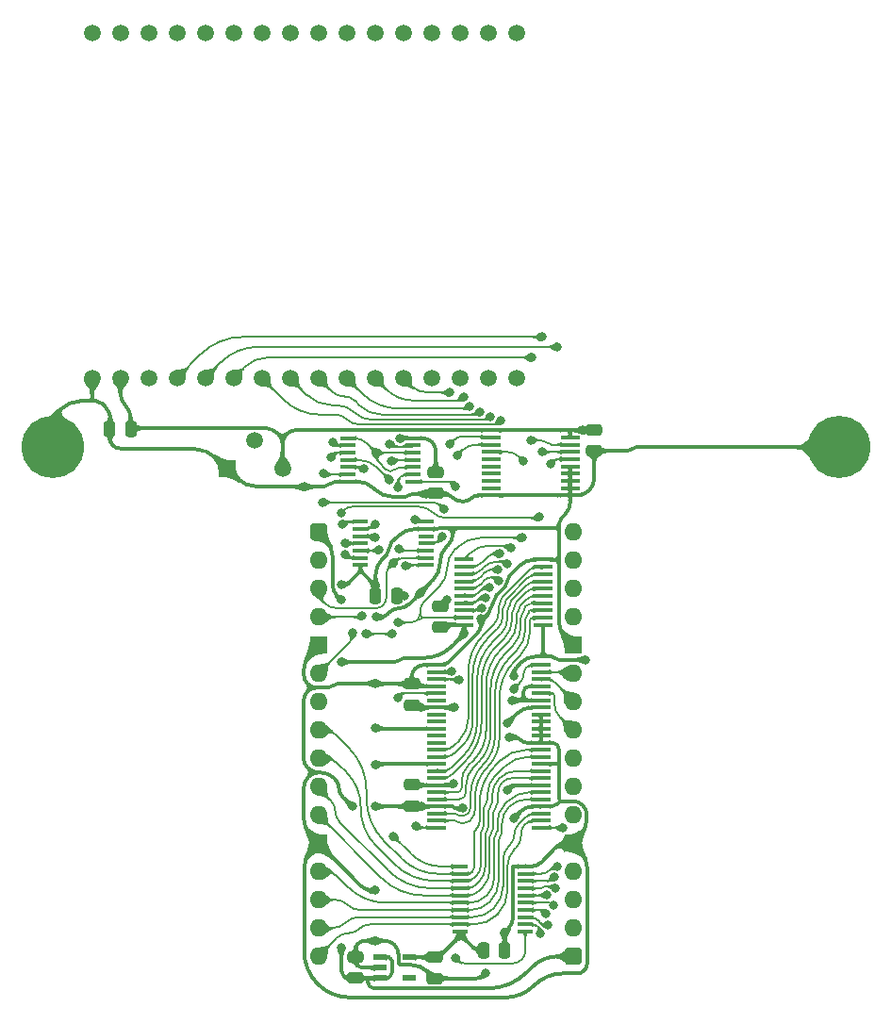
<source format=gtl>
%TF.GenerationSoftware,KiCad,Pcbnew,9.0.7-9.0.7~ubuntu24.04.1*%
%TF.CreationDate,2026-01-16T09:22:39+02:00*%
%TF.ProjectId,LCD Display,4c434420-4469-4737-906c-61792e6b6963,V1*%
%TF.SameCoordinates,Original*%
%TF.FileFunction,Copper,L1,Top*%
%TF.FilePolarity,Positive*%
%FSLAX46Y46*%
G04 Gerber Fmt 4.6, Leading zero omitted, Abs format (unit mm)*
G04 Created by KiCad (PCBNEW 9.0.7-9.0.7~ubuntu24.04.1) date 2026-01-16 09:22:39*
%MOMM*%
%LPD*%
G01*
G04 APERTURE LIST*
G04 Aperture macros list*
%AMRoundRect*
0 Rectangle with rounded corners*
0 $1 Rounding radius*
0 $2 $3 $4 $5 $6 $7 $8 $9 X,Y pos of 4 corners*
0 Add a 4 corners polygon primitive as box body*
4,1,4,$2,$3,$4,$5,$6,$7,$8,$9,$2,$3,0*
0 Add four circle primitives for the rounded corners*
1,1,$1+$1,$2,$3*
1,1,$1+$1,$4,$5*
1,1,$1+$1,$6,$7*
1,1,$1+$1,$8,$9*
0 Add four rect primitives between the rounded corners*
20,1,$1+$1,$2,$3,$4,$5,0*
20,1,$1+$1,$4,$5,$6,$7,0*
20,1,$1+$1,$6,$7,$8,$9,0*
20,1,$1+$1,$8,$9,$2,$3,0*%
G04 Aperture macros list end*
%TA.AperFunction,SMDPad,CuDef*%
%ADD10R,1.475000X0.450000*%
%TD*%
%TA.AperFunction,ComponentPad*%
%ADD11C,5.600000*%
%TD*%
%TA.AperFunction,SMDPad,CuDef*%
%ADD12RoundRect,0.250000X-0.250000X-0.475000X0.250000X-0.475000X0.250000X0.475000X-0.250000X0.475000X0*%
%TD*%
%TA.AperFunction,SMDPad,CuDef*%
%ADD13RoundRect,0.250000X-0.475000X0.250000X-0.475000X-0.250000X0.475000X-0.250000X0.475000X0.250000X0*%
%TD*%
%TA.AperFunction,SMDPad,CuDef*%
%ADD14R,1.800000X0.450000*%
%TD*%
%TA.AperFunction,SMDPad,CuDef*%
%ADD15RoundRect,0.250000X0.475000X-0.250000X0.475000X0.250000X-0.475000X0.250000X-0.475000X-0.250000X0*%
%TD*%
%TA.AperFunction,SMDPad,CuDef*%
%ADD16R,1.150000X0.600000*%
%TD*%
%TA.AperFunction,ComponentPad*%
%ADD17C,1.500000*%
%TD*%
%TA.AperFunction,SMDPad,CuDef*%
%ADD18RoundRect,0.250000X0.250000X0.475000X-0.250000X0.475000X-0.250000X-0.475000X0.250000X-0.475000X0*%
%TD*%
%TA.AperFunction,ComponentPad*%
%ADD19R,1.500000X1.500000*%
%TD*%
%TA.AperFunction,SMDPad,CuDef*%
%ADD20R,1.800000X0.430000*%
%TD*%
%TA.AperFunction,ComponentPad*%
%ADD21RoundRect,0.400000X-0.400000X-0.400000X0.400000X-0.400000X0.400000X0.400000X-0.400000X0.400000X0*%
%TD*%
%TA.AperFunction,ComponentPad*%
%ADD22O,1.600000X1.600000*%
%TD*%
%TA.AperFunction,ComponentPad*%
%ADD23R,1.600000X1.600000*%
%TD*%
%TA.AperFunction,ViaPad*%
%ADD24C,0.800000*%
%TD*%
%TA.AperFunction,Conductor*%
%ADD25C,0.380000*%
%TD*%
%TA.AperFunction,Conductor*%
%ADD26C,0.200000*%
%TD*%
G04 APERTURE END LIST*
D10*
%TO.P,IC16,1,1A*%
%TO.N,/CS*%
X2650000Y8427000D03*
%TO.P,IC16,2,1B*%
%TO.N,/WD*%
X2650000Y7777000D03*
%TO.P,IC16,3,1Y*%
%TO.N,/WD\u00B7CS*%
X2650000Y7127000D03*
%TO.P,IC16,4,2A*%
%TO.N,~{RD}*%
X2650000Y6477000D03*
%TO.P,IC16,5,2B*%
%TO.N,~{WD}*%
X2650000Y5827000D03*
%TO.P,IC16,6,2Y*%
%TO.N,/~{RD}\u00B7~{WD}*%
X2650000Y5177000D03*
%TO.P,IC16,7,GND*%
%TO.N,GND*%
X2650000Y4527000D03*
%TO.P,IC16,8,3Y*%
%TO.N,/(RD+WD)\u00B7CS*%
X8526000Y4527000D03*
%TO.P,IC16,9,3A*%
%TO.N,/RD+WD*%
X8526000Y5177000D03*
%TO.P,IC16,10,3B*%
%TO.N,/CS*%
X8526000Y5827000D03*
%TO.P,IC16,11,4Y*%
%TO.N,/RD\u00B7CS*%
X8526000Y6477000D03*
%TO.P,IC16,12,4A*%
%TO.N,/CS*%
X8526000Y7127000D03*
%TO.P,IC16,13,4B*%
%TO.N,/RD*%
X8526000Y7777000D03*
%TO.P,IC16,14,3V*%
%TO.N,/3.3V*%
X8526000Y8427000D03*
%TD*%
D11*
%TO.P,H1,1,GND*%
%TO.N,GND*%
X-23881986Y7620000D03*
%TD*%
D12*
%TO.P,C5,1*%
%TO.N,/3.3V*%
X14814000Y-37592000D03*
%TO.P,C5,2*%
%TO.N,GND*%
X16714000Y-37592000D03*
%TD*%
D13*
%TO.P,C3,1*%
%TO.N,5V*%
X24765000Y9189000D03*
%TO.P,C3,2*%
%TO.N,GND*%
X24765000Y7289000D03*
%TD*%
D14*
%TO.P,IC11,1,DIR*%
%TO.N,5V*%
X15500000Y9148000D03*
%TO.P,IC11,2,A0*%
%TO.N,/E_{Latch}*%
X15500000Y8498000D03*
%TO.P,IC11,3,A1*%
%TO.N,/RS_{Latch}*%
X15500000Y7848000D03*
%TO.P,IC11,4,A2*%
%TO.N,/R~{W}_{Latch}*%
X15500000Y7198000D03*
%TO.P,IC11,5,A3*%
%TO.N,unconnected-(IC11-A3-Pad5)*%
X15500000Y6548000D03*
%TO.P,IC11,6,A4*%
%TO.N,unconnected-(IC11-A4-Pad6)*%
X15500000Y5898000D03*
%TO.P,IC11,7,A5*%
%TO.N,unconnected-(IC11-A5-Pad7)*%
X15500000Y5248000D03*
%TO.P,IC11,8,A6*%
%TO.N,unconnected-(IC11-A6-Pad8)*%
X15500000Y4598000D03*
%TO.P,IC11,9,A7*%
%TO.N,unconnected-(IC11-A7-Pad9)*%
X15500000Y3948000D03*
%TO.P,IC11,10,GND*%
%TO.N,GND*%
X15500000Y3298000D03*
%TO.P,IC11,11,B7*%
X22600000Y3298000D03*
%TO.P,IC11,12,B6*%
X22600000Y3948000D03*
%TO.P,IC11,13,B5*%
X22600000Y4598000D03*
%TO.P,IC11,14,B4*%
X22600000Y5248000D03*
%TO.P,IC11,15,B3*%
X22600000Y5898000D03*
%TO.P,IC11,16,B2*%
%TO.N,/R~{W}*%
X22600000Y6548000D03*
%TO.P,IC11,17,B1*%
%TO.N,/RS*%
X22600000Y7198000D03*
%TO.P,IC11,18,B0*%
%TO.N,/E*%
X22600000Y7848000D03*
%TO.P,IC11,19,~{OE}*%
%TO.N,5V*%
X22600000Y8498000D03*
%TO.P,IC11,20,5V*%
X22600000Y9148000D03*
%TD*%
D15*
%TO.P,C8,1*%
%TO.N,/3.3V*%
X8382000Y-15539000D03*
%TO.P,C8,2*%
%TO.N,GND*%
X8382000Y-13639000D03*
%TD*%
D16*
%TO.P,IC2,1,6VIn*%
%TO.N,5V*%
X5558000Y-38166000D03*
%TO.P,IC2,2,GND*%
%TO.N,GND*%
X5558000Y-39116000D03*
%TO.P,IC2,3,EN*%
%TO.N,5V*%
X5558000Y-40066000D03*
%TO.P,IC2,4,ADJ*%
%TO.N,unconnected-(IC2-ADJ-Pad4)*%
X8158000Y-40066000D03*
%TO.P,IC2,5,3.3VOut*%
%TO.N,/3.3V*%
X8158000Y-38166000D03*
%TD*%
D17*
%TO.P,DS1,1,GND*%
%TO.N,GND*%
X-20320000Y13837000D03*
%TO.P,DS1,2,5V*%
%TO.N,5V*%
X-17780000Y13837000D03*
%TO.P,DS1,3,V_{O}*%
%TO.N,/V_{0}*%
X-15240000Y13837000D03*
%TO.P,DS1,4,RS*%
%TO.N,/RS*%
X-12700000Y13837000D03*
%TO.P,DS1,5,R/~{W}*%
%TO.N,/R~{W}*%
X-10160000Y13837000D03*
%TO.P,DS1,6,E*%
%TO.N,/E*%
X-7620000Y13837000D03*
%TO.P,DS1,7,DB0*%
%TO.N,/DB0*%
X-5080000Y13837000D03*
%TO.P,DS1,8,DB1*%
%TO.N,/DB1*%
X-2540000Y13837000D03*
%TO.P,DS1,9,DB2*%
%TO.N,/DB2*%
X0Y13837000D03*
%TO.P,DS1,10,DB3*%
%TO.N,/DB3*%
X2540000Y13837000D03*
%TO.P,DS1,11,DB4*%
%TO.N,/DB4*%
X5080000Y13837000D03*
%TO.P,DS1,12,DB5*%
%TO.N,/DB5*%
X7620000Y13837000D03*
%TO.P,DS1,13,DB6*%
%TO.N,/DB6*%
X10160000Y13837000D03*
%TO.P,DS1,14,DB7*%
%TO.N,/DB7*%
X12700000Y13837000D03*
%TO.P,DS1,15,LEDA*%
%TO.N,unconnected-(DS1-LEDA-Pad15)*%
X15240000Y13837000D03*
%TO.P,DS1,16,LEDK*%
%TO.N,unconnected-(DS1-LEDK-Pad16)*%
X17780000Y13837000D03*
%TO.P,DS1,17,GND*%
%TO.N,unconnected-(DS1-GND-Pad17)*%
X-20320000Y44837000D03*
%TO.P,DS1,18,5V*%
%TO.N,unconnected-(DS1-5V-Pad18)*%
X-17780000Y44837000D03*
%TO.P,DS1,19,V_{O}*%
%TO.N,unconnected-(DS1-V_{O}-Pad19)*%
X-15240000Y44837000D03*
%TO.P,DS1,20,RS*%
%TO.N,unconnected-(DS1-RS-Pad20)*%
X-12700000Y44837000D03*
%TO.P,DS1,21,R/~{W}*%
%TO.N,unconnected-(DS1-R{slash}~{W}-Pad21)*%
X-10160000Y44837000D03*
%TO.P,DS1,22,E*%
%TO.N,unconnected-(DS1-E-Pad22)*%
X-7620000Y44837000D03*
%TO.P,DS1,23,DB0*%
%TO.N,unconnected-(DS1-DB0-Pad23)*%
X-5080000Y44837000D03*
%TO.P,DS1,24,DB1*%
%TO.N,unconnected-(DS1-DB1-Pad24)*%
X-2540000Y44837000D03*
%TO.P,DS1,25,DB2*%
%TO.N,unconnected-(DS1-DB2-Pad25)*%
X0Y44837000D03*
%TO.P,DS1,26,DB3*%
%TO.N,unconnected-(DS1-DB3-Pad26)*%
X2540000Y44837000D03*
%TO.P,DS1,27,DB4*%
%TO.N,unconnected-(DS1-DB4-Pad27)*%
X5080000Y44837000D03*
%TO.P,DS1,28,DB5*%
%TO.N,unconnected-(DS1-DB5-Pad28)*%
X7620000Y44837000D03*
%TO.P,DS1,29,DB6*%
%TO.N,unconnected-(DS1-DB6-Pad29)*%
X10160000Y44837000D03*
%TO.P,DS1,30,DB7*%
%TO.N,unconnected-(DS1-DB7-Pad30)*%
X12700000Y44837000D03*
%TO.P,DS1,31,LEDA*%
%TO.N,unconnected-(DS1-LEDA-Pad31)*%
X15240000Y44837000D03*
%TO.P,DS1,32,LEDK*%
%TO.N,unconnected-(DS1-LEDK-Pad32)*%
X17780000Y44837000D03*
%TD*%
D11*
%TO.P,H2,1,GND*%
%TO.N,GND*%
X46724029Y7620000D03*
%TD*%
D10*
%TO.P,IC14,1,1A*%
%TO.N,Device ~{CS}*%
X3793000Y934000D03*
%TO.P,IC14,2,1Y*%
%TO.N,/CS*%
X3793000Y284000D03*
%TO.P,IC14,3,2A*%
%TO.N,~{WD}*%
X3793000Y-366000D03*
%TO.P,IC14,4,2Y*%
%TO.N,/WD*%
X3793000Y-1016000D03*
%TO.P,IC14,5,3A*%
%TO.N,/RD\u00B7CS*%
X3793000Y-1666000D03*
%TO.P,IC14,6,3Y*%
%TO.N,/~{RD}+~{CS}*%
X3793000Y-2316000D03*
%TO.P,IC14,7,GND*%
%TO.N,GND*%
X3793000Y-2966000D03*
%TO.P,IC14,8,4Y*%
%TO.N,/RD*%
X9669000Y-2966000D03*
%TO.P,IC14,9,4A*%
%TO.N,~{RD}*%
X9669000Y-2316000D03*
%TO.P,IC14,10,5Y*%
%TO.N,/RD+WD*%
X9669000Y-1666000D03*
%TO.P,IC14,11,5A*%
%TO.N,/~{RD}\u00B7~{WD}*%
X9669000Y-1016000D03*
%TO.P,IC14,12,6Y*%
%TO.N,unconnected-(IC14F-6Y-Pad12)*%
X9669000Y-366000D03*
%TO.P,IC14,13,6A*%
%TO.N,GND*%
X9669000Y284000D03*
%TO.P,IC14,14,3V*%
%TO.N,/3.3V*%
X9669000Y934000D03*
%TD*%
D18*
%TO.P,C2,1*%
%TO.N,5V*%
X-16846000Y9271000D03*
%TO.P,C2,2*%
%TO.N,GND*%
X-18746000Y9271000D03*
%TD*%
D13*
%TO.P,C6,1*%
%TO.N,/3.3V*%
X10541000Y5379000D03*
%TO.P,C6,2*%
%TO.N,GND*%
X10541000Y3479000D03*
%TD*%
D14*
%TO.P,IC12,1,DIR*%
%TO.N,5V*%
X20187000Y-8322999D03*
%TO.P,IC12,2,A0*%
%TO.N,/D7_{Latch}*%
X20187000Y-7672999D03*
%TO.P,IC12,3,A1*%
%TO.N,/D6_{Latch}*%
X20187000Y-7022999D03*
%TO.P,IC12,4,A2*%
%TO.N,/D5_{Latch}*%
X20187000Y-6372999D03*
%TO.P,IC12,5,A3*%
%TO.N,/D4_{Latch}*%
X20187000Y-5722999D03*
%TO.P,IC12,6,A4*%
%TO.N,/D3_{Latch}*%
X20187000Y-5072999D03*
%TO.P,IC12,7,A5*%
%TO.N,/D2_{Latch}*%
X20187000Y-4422999D03*
%TO.P,IC12,8,A6*%
%TO.N,/D1_{Latch}*%
X20187000Y-3772999D03*
%TO.P,IC12,9,A7*%
%TO.N,/D0_{Latch}*%
X20187000Y-3122999D03*
%TO.P,IC12,10,GND*%
%TO.N,GND*%
X20187000Y-2472999D03*
%TO.P,IC12,11,B7*%
%TO.N,/DB0*%
X13087000Y-2472999D03*
%TO.P,IC12,12,B6*%
%TO.N,/DB1*%
X13087000Y-3122999D03*
%TO.P,IC12,13,B5*%
%TO.N,/DB2*%
X13087000Y-3772999D03*
%TO.P,IC12,14,B4*%
%TO.N,/DB3*%
X13087000Y-4422999D03*
%TO.P,IC12,15,B3*%
%TO.N,/DB4*%
X13087000Y-5072999D03*
%TO.P,IC12,16,B2*%
%TO.N,/DB5*%
X13087000Y-5722999D03*
%TO.P,IC12,17,B1*%
%TO.N,/DB6*%
X13087000Y-6372999D03*
%TO.P,IC12,18,B0*%
%TO.N,/DB7*%
X13087000Y-7022999D03*
%TO.P,IC12,19,~{OE}*%
%TO.N,/R~{W}_{Latch}*%
X13087000Y-7672999D03*
%TO.P,IC12,20,5V*%
%TO.N,5V*%
X13087000Y-8322999D03*
%TD*%
D13*
%TO.P,C4,1*%
%TO.N,/3.3V*%
X8382000Y-22688000D03*
%TO.P,C4,2*%
%TO.N,GND*%
X8382000Y-24588000D03*
%TD*%
D15*
%TO.P,C1,1*%
%TO.N,5V*%
X3302000Y-40050000D03*
%TO.P,C1,2*%
%TO.N,GND*%
X3302000Y-38150000D03*
%TD*%
D10*
%TO.P,IC20,1,~{OE}*%
%TO.N,/~{RD}+~{CS}*%
X18601501Y-35881999D03*
%TO.P,IC20,2,D0*%
%TO.N,/DB7*%
X18601501Y-35231999D03*
%TO.P,IC20,3,D1*%
%TO.N,/DB6*%
X18601501Y-34581999D03*
%TO.P,IC20,4,D2*%
%TO.N,/DB5*%
X18601501Y-33931999D03*
%TO.P,IC20,5,D3*%
%TO.N,/DB4*%
X18601501Y-33281999D03*
%TO.P,IC20,6,D4*%
%TO.N,/DB3*%
X18601501Y-32631999D03*
%TO.P,IC20,7,D5*%
%TO.N,/DB2*%
X18601501Y-31981999D03*
%TO.P,IC20,8,D6*%
%TO.N,/DB1*%
X18601501Y-31331999D03*
%TO.P,IC20,9,D7*%
%TO.N,/DB0*%
X18601501Y-30681999D03*
%TO.P,IC20,10,GND*%
%TO.N,GND*%
X18601501Y-30031999D03*
%TO.P,IC20,11,LE*%
%TO.N,/RD\u00B7CS*%
X12725501Y-30031999D03*
%TO.P,IC20,12,Q7*%
%TO.N,D0*%
X12725501Y-30681999D03*
%TO.P,IC20,13,Q6*%
%TO.N,D1*%
X12725501Y-31331999D03*
%TO.P,IC20,14,Q5*%
%TO.N,D2*%
X12725501Y-31981999D03*
%TO.P,IC20,15,Q4*%
%TO.N,D3*%
X12725501Y-32631999D03*
%TO.P,IC20,16,Q3*%
%TO.N,D4*%
X12725501Y-33281999D03*
%TO.P,IC20,17,Q2*%
%TO.N,D5*%
X12725501Y-33931999D03*
%TO.P,IC20,18,Q1*%
%TO.N,D6*%
X12725501Y-34581999D03*
%TO.P,IC20,19,Q0*%
%TO.N,D7*%
X12725501Y-35231999D03*
%TO.P,IC20,20,3V*%
%TO.N,/3.3V*%
X12725501Y-35881999D03*
%TD*%
D19*
%TO.P,VR1,1,GND*%
%TO.N,GND*%
X-8215000Y5705000D03*
D17*
%TO.P,VR1,2,VOUT*%
%TO.N,/V_{0}*%
X-5715000Y8205000D03*
%TO.P,VR1,3,VIN*%
%TO.N,5V*%
X-3215000Y5705000D03*
%TD*%
D18*
%TO.P,C7,1*%
%TO.N,/3.3V*%
X7030000Y-5715000D03*
%TO.P,C7,2*%
%TO.N,GND*%
X5130000Y-5715000D03*
%TD*%
D15*
%TO.P,C10,1*%
%TO.N,5V*%
X10922000Y-8554000D03*
%TO.P,C10,2*%
%TO.N,GND*%
X10922000Y-6654000D03*
%TD*%
D20*
%TO.P,IC13,1,1~{OE}*%
%TO.N,GND*%
X10582501Y-11938999D03*
%TO.P,IC13,2,1Q0*%
%TO.N,/E_{Latch}*%
X10582501Y-12572999D03*
%TO.P,IC13,3,1Q1*%
%TO.N,/RS_{Latch}*%
X10582501Y-13208999D03*
%TO.P,IC13,4,GND*%
%TO.N,GND*%
X10582501Y-13842999D03*
%TO.P,IC13,5,1Q2*%
%TO.N,/R~{W}_{Latch}*%
X10582501Y-14478999D03*
%TO.P,IC13,6,1Q3*%
%TO.N,unconnected-(IC13A-1Q3-Pad6)*%
X10582501Y-15112999D03*
%TO.P,IC13,7,3V*%
%TO.N,/3.3V*%
X10582501Y-15748999D03*
%TO.P,IC13,8,1Q4*%
%TO.N,unconnected-(IC13A-1Q4-Pad8)*%
X10582501Y-16382999D03*
%TO.P,IC13,9,1Q5*%
%TO.N,unconnected-(IC13A-1Q5-Pad9)*%
X10582501Y-17018999D03*
%TO.P,IC13,10,GND*%
%TO.N,GND*%
X10582501Y-17652999D03*
%TO.P,IC13,11,1Q6*%
%TO.N,unconnected-(IC13A-1Q6-Pad11)*%
X10582501Y-18288999D03*
%TO.P,IC13,12,1Q7*%
%TO.N,unconnected-(IC13A-1Q7-Pad12)*%
X10582501Y-18922999D03*
%TO.P,IC13,13,2Q0*%
%TO.N,/D0_{Latch}*%
X10582501Y-19558999D03*
%TO.P,IC13,14,2Q1*%
%TO.N,/D1_{Latch}*%
X10582501Y-20192999D03*
%TO.P,IC13,15,GND*%
%TO.N,GND*%
X10582501Y-20828999D03*
%TO.P,IC13,16,2Q2*%
%TO.N,/D2_{Latch}*%
X10582501Y-21462999D03*
%TO.P,IC13,17,2Q3*%
%TO.N,/D3_{Latch}*%
X10582501Y-22098999D03*
%TO.P,IC13,18,3V*%
%TO.N,/3.3V*%
X10582501Y-22732999D03*
%TO.P,IC13,19,2Q4*%
%TO.N,/D4_{Latch}*%
X10582501Y-23368999D03*
%TO.P,IC13,20,2Q5*%
%TO.N,/D5_{Latch}*%
X10582501Y-24002999D03*
%TO.P,IC13,21,GND*%
%TO.N,GND*%
X10582501Y-24638999D03*
%TO.P,IC13,22,2Q6*%
%TO.N,/D6_{Latch}*%
X10582501Y-25272999D03*
%TO.P,IC13,23,2Q7*%
%TO.N,/D7_{Latch}*%
X10582501Y-25908999D03*
%TO.P,IC13,24,2~{OE}*%
%TO.N,/R~{W}_{Latch}*%
X10582501Y-26542999D03*
%TO.P,IC13,25,2LE*%
%TO.N,/WD\u00B7CS*%
X19982501Y-26542999D03*
%TO.P,IC13,26,2D7*%
%TO.N,D7*%
X19982501Y-25908999D03*
%TO.P,IC13,27,2D6*%
%TO.N,D6*%
X19982501Y-25272999D03*
%TO.P,IC13,28,GND*%
%TO.N,GND*%
X19982501Y-24638999D03*
%TO.P,IC13,29,2D5*%
%TO.N,D5*%
X19982501Y-24002999D03*
%TO.P,IC13,30,2D4*%
%TO.N,D4*%
X19982501Y-23368999D03*
%TO.P,IC13,31,3V*%
%TO.N,/3.3V*%
X19982501Y-22732999D03*
%TO.P,IC13,32,2D3*%
%TO.N,D3*%
X19982501Y-22098999D03*
%TO.P,IC13,33,2D2*%
%TO.N,D2*%
X19982501Y-21462999D03*
%TO.P,IC13,34,GND*%
%TO.N,GND*%
X19982501Y-20828999D03*
%TO.P,IC13,35,2D1*%
%TO.N,D1*%
X19982501Y-20192999D03*
%TO.P,IC13,36,2D0*%
%TO.N,D0*%
X19982501Y-19558999D03*
%TO.P,IC13,37,1D7*%
%TO.N,GND*%
X19982501Y-18922999D03*
%TO.P,IC13,38,1D6*%
X19982501Y-18288999D03*
%TO.P,IC13,39,GND*%
X19982501Y-17652999D03*
%TO.P,IC13,40,1D5*%
X19982501Y-17018999D03*
%TO.P,IC13,41,1D4*%
X19982501Y-16382999D03*
%TO.P,IC13,42,3V*%
%TO.N,/3.3V*%
X19982501Y-15748999D03*
%TO.P,IC13,43,1D3*%
%TO.N,GND*%
X19982501Y-15112999D03*
%TO.P,IC13,44,1D2*%
%TO.N,A2*%
X19982501Y-14478999D03*
%TO.P,IC13,45,GND*%
%TO.N,GND*%
X19982501Y-13842999D03*
%TO.P,IC13,46,1D1*%
%TO.N,A1*%
X19982501Y-13208999D03*
%TO.P,IC13,47,1D0*%
%TO.N,A0*%
X19982501Y-12572999D03*
%TO.P,IC13,48,1LE*%
%TO.N,/(RD+WD)\u00B7CS*%
X19982501Y-11938999D03*
%TD*%
D13*
%TO.P,C11,1*%
%TO.N,/3.3V*%
X10414000Y-38182000D03*
%TO.P,C11,2*%
%TO.N,GND*%
X10414000Y-40082000D03*
%TD*%
D21*
%TO.P,J1,1*%
%TO.N,5V*%
X0Y0D03*
D22*
%TO.P,J1,2*%
%TO.N,unconnected-(J1-Pad2)*%
X0Y-2540000D03*
%TO.P,J1,3*%
%TO.N,~{RD}*%
X0Y-5080000D03*
%TO.P,J1,4*%
%TO.N,~{WD}*%
X0Y-7620000D03*
D23*
%TO.P,J1,5*%
%TO.N,GND*%
X0Y-10160000D03*
D22*
%TO.P,J1,6*%
%TO.N,Device ~{CS}*%
X0Y-12700000D03*
%TO.P,J1,7*%
%TO.N,unconnected-(J1-Pad7)*%
X0Y-15240000D03*
%TO.P,J1,8*%
%TO.N,D0*%
X0Y-17780000D03*
%TO.P,J1,9*%
%TO.N,D1*%
X0Y-20320000D03*
%TO.P,J1,10*%
%TO.N,D2*%
X0Y-22860000D03*
%TO.P,J1,11*%
%TO.N,D3*%
X0Y-25400000D03*
D23*
%TO.P,J1,12*%
%TO.N,GND*%
X0Y-27940000D03*
D22*
%TO.P,J1,13*%
%TO.N,D4*%
X0Y-30480000D03*
%TO.P,J1,14*%
%TO.N,D5*%
X0Y-33020000D03*
%TO.P,J1,15*%
%TO.N,D6*%
X0Y-35560000D03*
%TO.P,J1,16*%
%TO.N,D7*%
X0Y-38100000D03*
D21*
%TO.P,J1,17*%
%TO.N,5V*%
X22860000Y-38100000D03*
D22*
%TO.P,J1,18*%
%TO.N,unconnected-(J1-Pad18)*%
X22860000Y-35560000D03*
%TO.P,J1,19*%
%TO.N,unconnected-(J1-Pad19)*%
X22860000Y-33020000D03*
%TO.P,J1,20*%
%TO.N,unconnected-(J1-Pad20)*%
X22860000Y-30480000D03*
D23*
%TO.P,J1,21*%
%TO.N,GND*%
X22860000Y-27940000D03*
D22*
%TO.P,J1,22*%
%TO.N,unconnected-(J1-Pad22)*%
X22860000Y-25400000D03*
%TO.P,J1,23*%
%TO.N,unconnected-(J1-Pad23)*%
X22860000Y-22860000D03*
%TO.P,J1,24*%
%TO.N,unconnected-(J1-Pad24)*%
X22860000Y-20320000D03*
%TO.P,J1,25*%
%TO.N,A2*%
X22860000Y-17780000D03*
%TO.P,J1,26*%
%TO.N,A1*%
X22860000Y-15240000D03*
%TO.P,J1,27*%
%TO.N,A0*%
X22860000Y-12700000D03*
D23*
%TO.P,J1,28*%
%TO.N,GND*%
X22860000Y-10160000D03*
D22*
%TO.P,J1,29*%
%TO.N,unconnected-(J1-Pad29)*%
X22860000Y-7620000D03*
%TO.P,J1,30*%
%TO.N,unconnected-(J1-Pad30)*%
X22860000Y-5080000D03*
%TO.P,J1,31*%
%TO.N,unconnected-(J1-Pad31)*%
X22860000Y-2540000D03*
%TO.P,J1,32*%
%TO.N,unconnected-(J1-Pad32)*%
X22860000Y0D03*
%TD*%
D24*
%TO.N,GND*%
X11515000Y-6096000D03*
X16714000Y-35941000D03*
X-1270006Y4064000D03*
X14601594Y-7807882D03*
X5080003Y-17581534D03*
X17399000Y-15113000D03*
X9253927Y-24638086D03*
X5207000Y-7620000D03*
X5080000Y-36703000D03*
X5079996Y-24637992D03*
X17145000Y-18415000D03*
X9652003Y3428997D03*
X15049501Y-39560501D03*
X17553933Y-25681933D03*
X5079996Y-20883996D03*
X2075000Y-4699000D03*
X9144000Y-5461000D03*
X5080000Y-32131000D03*
X5090809Y-13588996D03*
X12954000Y-24765000D03*
X5130000Y-4826000D03*
X3048000Y-24638000D03*
%TO.N,5V*%
X2075004Y-37338000D03*
X23976971Y-11469440D03*
X23748996Y9148000D03*
X13102003Y-9144000D03*
X2075000Y-6096000D03*
X17526000Y-12954000D03*
X2075003Y-11658434D03*
%TO.N,/3.3V*%
X12787000Y-36180771D03*
X16983000Y-17145000D03*
X9144002Y-15749001D03*
X7310495Y8393000D03*
X12178001Y-22606000D03*
X7746990Y-5715000D03*
X8639478Y1124000D03*
X12192000Y-15748000D03*
X16953817Y-23190317D03*
%TO.N,/RS*%
X20066000Y17526002D03*
X20066000Y7239000D03*
%TO.N,/R~{W}*%
X20828000Y6096000D03*
X21463000Y16637000D03*
%TO.N,/E*%
X19050000Y8254998D03*
X19123110Y15694111D03*
%TO.N,/DB0*%
X21460974Y-30000000D03*
X17270556Y-1397000D03*
X16363436Y9992615D03*
%TO.N,/DB1*%
X16298726Y-1946511D03*
X21178064Y-30959148D03*
X15436485Y10373000D03*
%TO.N,/DB2*%
X16987222Y-2825000D03*
X14519041Y10773000D03*
X21321448Y-31948818D03*
%TO.N,/DB3*%
X13589000Y11303000D03*
X20525132Y-32553704D03*
X16117204Y-3354685D03*
%TO.N,/DB4*%
X21119195Y-33483366D03*
X16176800Y-4352910D03*
X13034275Y12135037D03*
%TO.N,/DB5*%
X15369060Y-4942453D03*
X11811000Y12516287D03*
X20447004Y-34290000D03*
%TO.N,/DB6*%
X20645143Y-35302252D03*
X15055039Y-5891872D03*
%TO.N,/DB7*%
X19939896Y-36011217D03*
X14657455Y-6809441D03*
%TO.N,/E_{Latch}*%
X11997445Y-12487785D03*
X11795248Y7889752D03*
%TO.N,/RS_{Latch}*%
X12446000Y6858000D03*
X12606435Y-13301565D03*
%TO.N,/R~{W}_{Latch}*%
X7112000Y-14859000D03*
X18415000Y6350000D03*
X18288000Y-508000D03*
X7112000Y-8128000D03*
X8763000Y-26416000D03*
%TO.N,/WD\u00B7CS*%
X1143000Y6731000D03*
X2028080Y1713000D03*
X19812000Y1348000D03*
X21970091Y-26544168D03*
%TO.N,/(RD+WD)\u00B7CS*%
X17526000Y-14097000D03*
X12326000Y4127500D03*
%TO.N,Device ~{CS}*%
X2134135Y718637D03*
X3048000Y-9017000D03*
%TO.N,/CS*%
X5206998Y7112000D03*
X5135940Y697102D03*
%TO.N,~{WD}*%
X4092000Y5656527D03*
X5112019Y-475991D03*
X3956480Y-7538530D03*
%TO.N,/WD*%
X2430000Y-1016000D03*
X1276459Y8100000D03*
%TO.N,/RD\u00B7CS*%
X6547529Y6377000D03*
X6731000Y-27305000D03*
X5451430Y-1606112D03*
%TO.N,/~{RD}+~{CS}*%
X6666000Y-9140898D03*
X4250809Y-9140892D03*
X12319000Y-38227000D03*
X2430010Y-2032000D03*
%TO.N,/RD*%
X6420609Y7921758D03*
X7799482Y-3066000D03*
%TO.N,~{RD}*%
X6731000Y-2794000D03*
X6379821Y4711000D03*
%TO.N,/RD+WD*%
X7149195Y4019366D03*
X7185000Y-1524000D03*
%TO.N,/~{RD}\u00B7~{WD}*%
X11303000Y2032000D03*
X475880Y5234500D03*
X11148000Y-414645D03*
X409000Y2669875D03*
%TD*%
D25*
%TO.N,/3.3V*%
X10201000Y8087000D02*
G75*
G03*
X9380167Y8426986I-820800J-820800D01*
G01*
X10201000Y8087000D02*
G75*
G02*
X10540986Y7266167I-820800J-820800D01*
G01*
X17734507Y-22732999D02*
G75*
G03*
X17182470Y-22961652I-7J-780701D01*
G01*
X13980521Y-37374292D02*
G75*
G03*
X14506114Y-37591990I525579J525592D01*
G01*
X8734478Y1029000D02*
G75*
G03*
X8963828Y934005I229322J229300D01*
G01*
X19180751Y-15748999D02*
G75*
G03*
X17812052Y-16315895I-51J-1935601D01*
G01*
X7368536Y8427000D02*
G75*
G03*
X7327485Y8410010I-36J-58000D01*
G01*
X12725501Y-36075785D02*
G75*
G03*
X12756240Y-36150031I104999J-15D01*
G01*
X9039001Y-15644000D02*
G75*
G03*
X8785507Y-15538996I-253501J-253500D01*
G01*
X12114501Y-22669499D02*
G75*
G02*
X11961200Y-22732999I-153301J153299D01*
G01*
%TO.N,5V*%
X19476375Y-11176000D02*
G75*
G03*
X18253029Y-11682740I25J-1730100D01*
G01*
X20190000Y-9141000D02*
G75*
G02*
X20192982Y-9148242I-7200J-7200D01*
G01*
X-17780000Y12471437D02*
G75*
G03*
X-17313000Y11344000I1594441J2D01*
G01*
X21261222Y-11322720D02*
G75*
G03*
X20907008Y-11175984I-354222J-354180D01*
G01*
X6498378Y-38271622D02*
G75*
G02*
X6603993Y-38526616I-254978J-254978D01*
G01*
X4611000Y-40806000D02*
G75*
G03*
X5011759Y-40972017I400800J400800D01*
G01*
X1270000Y-4721779D02*
G75*
G03*
X1672500Y-5693500I1374220J-1D01*
G01*
X20187000Y-9133757D02*
G75*
G03*
X20189987Y-9141013I10200J-43D01*
G01*
X-1915891Y9183000D02*
G75*
G03*
X-2834500Y8802500I2J-1299116D01*
G01*
X19732249Y-11176000D02*
G75*
G03*
X20193000Y-10715249I-49J460800D01*
G01*
X20193000Y-10715249D02*
G75*
G03*
X20653751Y-11176000I460700J-51D01*
G01*
X6604000Y-39528261D02*
G75*
G02*
X6446500Y-39908500I-537740J1D01*
G01*
X13087000Y-9118388D02*
G75*
G03*
X13094498Y-9136501I25600J-12D01*
G01*
X6446500Y-39908500D02*
G75*
G02*
X6066261Y-40065984I-380200J380200D01*
G01*
X18707999Y-39535999D02*
G75*
G02*
X15241189Y-40971994I-3466799J3466799D01*
G01*
X6498378Y-38271622D02*
G75*
G03*
X6243383Y-38166007I-254978J-254978D01*
G01*
X-17313000Y11344000D02*
G75*
G02*
X-16846000Y10216562I-1127435J-1127436D01*
G01*
X-3676500Y8883500D02*
G75*
G03*
X-4790659Y9345000I-1114158J-1114157D01*
G01*
X17718421Y-12217328D02*
G75*
G03*
X17525991Y-12681875I464579J-464572D01*
G01*
X21261222Y-11322720D02*
G75*
G03*
X21615435Y-11469413I354178J354220D01*
G01*
X7318394Y-11483828D02*
G75*
G02*
X6896859Y-11658407I-421494J421528D01*
G01*
X4445000Y-40405240D02*
G75*
G03*
X4611002Y-40805998I566750J0D01*
G01*
X-3215000Y7883891D02*
G75*
G03*
X-3595500Y8802500I-1299104J2D01*
G01*
X-2834500Y8802500D02*
G75*
G03*
X-3215000Y7883891I918616J-918611D01*
G01*
X-3595500Y8802500D02*
G75*
G03*
X-2834500Y8802500I380500J380497D01*
G01*
X21502000Y-38100000D02*
G75*
G03*
X19183749Y-39060252I0J-3278500D01*
G01*
X12019391Y-10226611D02*
G75*
G02*
X9405736Y-11309225I-2613661J2613661D01*
G01*
X4445000Y-40353000D02*
G75*
G03*
X4158000Y-40066000I-287000J0D01*
G01*
X4732000Y-40066000D02*
G75*
G03*
X4445000Y-40353000I0J-287000D01*
G01*
X2075004Y-39396184D02*
G75*
G03*
X2266499Y-39858505I653816J-6D01*
G01*
X635000Y-634999D02*
G75*
G02*
X1270000Y-2168025I-1533035J-1533029D01*
G01*
X7739929Y-11309223D02*
G75*
G03*
X7318372Y-11483806I-29J-596177D01*
G01*
X23818987Y9189000D02*
G75*
G03*
X23769501Y9168495I13J-70000D01*
G01*
X2266502Y-39858502D02*
G75*
G03*
X2728819Y-40049991I462298J462302D01*
G01*
X5923500Y-40066000D02*
X5192500Y-40066000D01*
X20653751Y-11176000D02*
X19732249Y-11176000D01*
X4158000Y-40066000D02*
X4732000Y-40066000D01*
%TO.N,GND*%
X-7394500Y4884500D02*
G75*
G03*
X-5413637Y4064000I1980864J1980865D01*
G01*
X14601594Y-8287144D02*
G75*
G02*
X14262703Y-9105294I-1157044J4D01*
G01*
X23495000Y-28575000D02*
G75*
G02*
X24129989Y-30108025I-1533000J-1533000D01*
G01*
X5173881Y-20828999D02*
G75*
G03*
X5107500Y-20856503I19J-93901D01*
G01*
X8127998Y3301998D02*
G75*
G02*
X7821396Y3175002I-306598J306602D01*
G01*
X-58499Y-40581500D02*
G75*
G03*
X2866319Y-41792999I2924819J2924820D01*
G01*
X-18746000Y8491657D02*
G75*
G03*
X-18453500Y7785500I998662J2D01*
G01*
X23736812Y-24523187D02*
G75*
G03*
X22860000Y-24160000I-876812J-876813D01*
G01*
X1532265Y-22233265D02*
G75*
G02*
X1846576Y-22992074I-758815J-758815D01*
G01*
X17934250Y-15113000D02*
G75*
G03*
X18415000Y-14632250I-50J480800D01*
G01*
X18415000Y-14632250D02*
G75*
G03*
X18895750Y-15113000I480800J50D01*
G01*
X4169210Y-36703000D02*
G75*
G03*
X3555997Y-36956997I-10J-867200D01*
G01*
X22288500Y-27940000D02*
G75*
G03*
X21312893Y-28344116I0J-1379700D01*
G01*
X-634999Y-28575000D02*
G75*
G03*
X-1270001Y-30108025I1533029J-1533030D01*
G01*
X22606000Y2662000D02*
G75*
G02*
X22160531Y1586513I-1521000J0D01*
G01*
X4968636Y3921363D02*
G75*
G03*
X3506500Y4527000I-1462136J-1462133D01*
G01*
X1793414Y-13588996D02*
G75*
G03*
X1333497Y-13779493I-14J-650404D01*
G01*
X21980275Y-39630115D02*
G75*
G03*
X19369453Y-40711568I25J-3692285D01*
G01*
X13729047Y3030952D02*
G75*
G02*
X13084337Y2763889I-644747J644748D01*
G01*
X18161000Y-18668999D02*
G75*
G03*
X18774209Y-18922995I613200J613199D01*
G01*
X-972784Y-14307784D02*
G75*
G03*
X-972784Y-13632216I-337784J337784D01*
G01*
X-157300Y-13970000D02*
G75*
G03*
X-972784Y-14307784I-2J-1153266D01*
G01*
X-972784Y-13632215D02*
G75*
G03*
X-157300Y-13970000I815486J815488D01*
G01*
X11493499Y-1333499D02*
G75*
G03*
X10922008Y-2713223I1379701J-1379701D01*
G01*
X-1312881Y-25698514D02*
G75*
G03*
X-656515Y-27283484I2240980J-360D01*
G01*
X21272500Y380999D02*
G75*
G03*
X21590001Y698500I0J317501D01*
G01*
X21590000Y63500D02*
G75*
G03*
X21272500Y381000I-317500J0D01*
G01*
X993500Y4295500D02*
G75*
G02*
X434609Y4063997I-558890J558880D01*
G01*
X12128500Y-24701500D02*
G75*
G03*
X12281802Y-24764999I153300J153300D01*
G01*
X15992541Y-5654397D02*
G75*
G03*
X15845025Y-6010500I356059J-356103D01*
G01*
X20068822Y378177D02*
G75*
G02*
X20062008Y375352I-6822J6823D01*
G01*
X28555052Y7620000D02*
G75*
G03*
X28155514Y7454486I48J-565100D01*
G01*
X16966800Y-4397669D02*
G75*
G02*
X16767070Y-4879882I-681900J-31D01*
G01*
X23736812Y-24523187D02*
G75*
G02*
X24100000Y-25399999I-876812J-876813D01*
G01*
X2762605Y-4519394D02*
G75*
G02*
X2329000Y-4699002I-433605J433594D01*
G01*
X1846574Y-22992074D02*
G75*
G03*
X2160881Y-23750883I1073106J-6D01*
G01*
X6835000Y-37061000D02*
G75*
G03*
X5970711Y-36702995I-864300J-864300D01*
G01*
X3556000Y-36957000D02*
G75*
G03*
X3302004Y-37570210I613200J-613200D01*
G01*
X17166536Y-3915463D02*
G75*
G03*
X16966766Y-4397669I482164J-482237D01*
G01*
X24100000Y-25823187D02*
G75*
G02*
X23480004Y-27320004I-2116800J-13D01*
G01*
X9253470Y-24638542D02*
G75*
G02*
X9252369Y-24638965I-1070J1142D01*
G01*
X21590000Y-7991974D02*
G75*
G03*
X22224992Y-9525008I2168000J-26D01*
G01*
X7193000Y-38649440D02*
G75*
G03*
X7253512Y-38795488I206600J40D01*
G01*
X3876691Y-31816691D02*
G75*
G03*
X4635500Y-32131005I758809J758791D01*
G01*
X12065000Y-193322D02*
G75*
G02*
X11662871Y-1164102I-1372900J22D01*
G01*
X-18453500Y7785500D02*
G75*
G03*
X-17747342Y7493000I706157J706155D01*
G01*
X21619500Y-20828499D02*
G75*
G02*
X21618294Y-20828996I-1200J1199D01*
G01*
X-23141992Y11021006D02*
G75*
G03*
X-23881986Y9234505I1786509J-1786506D01*
G01*
X17479001Y-30036999D02*
G75*
G03*
X17473988Y-30049070I12099J-12101D01*
G01*
X-1270000Y-37656680D02*
G75*
G03*
X-58499Y-40581500I4136320J0D01*
G01*
X-973042Y-14308042D02*
G75*
G03*
X-1311162Y-15124149I816300J-816296D01*
G01*
X14788751Y-39821250D02*
G75*
G02*
X14159246Y-40082019I-629551J629550D01*
G01*
X15662509Y-6401630D02*
G75*
G03*
X15479984Y-6842295I440691J-440670D01*
G01*
X15479980Y-6844152D02*
G75*
G02*
X15296112Y-7287962I-627680J52D01*
G01*
X28155500Y7454500D02*
G75*
G02*
X27755947Y7288980I-399600J399600D01*
G01*
X21619500Y-20828499D02*
G75*
G03*
X21619996Y-20827293I-1200J1199D01*
G01*
X21620000Y-20828706D02*
G75*
G03*
X21619488Y-20828487I-300J6D01*
G01*
X7267000Y-6830000D02*
G75*
G03*
X6399794Y-7189214I0J-1226400D01*
G01*
X12064500Y-24638499D02*
G75*
G02*
X12063294Y-24638996I-1200J1199D01*
G01*
X8134210Y-6470789D02*
G75*
G02*
X7267000Y-6830005I-867210J867189D01*
G01*
X-21361000Y11761000D02*
G75*
G03*
X-23138098Y11024901I2J-2513198D01*
G01*
X24765000Y4822446D02*
G75*
G02*
X24318499Y3744501I-1524450J4D01*
G01*
X8737030Y284000D02*
G75*
G03*
X7146056Y-375001I0J-2249980D01*
G01*
X5115735Y-17617266D02*
G75*
G03*
X5202001Y-17652998I86265J86266D01*
G01*
X6576121Y-944938D02*
G75*
G03*
X6345011Y-1502915I557979J-557962D01*
G01*
X10922000Y-2794000D02*
G75*
G02*
X10293375Y-4311610I-2146200J0D01*
G01*
X7253500Y-38795500D02*
G75*
G03*
X7399559Y-38856017I146100J146100D01*
G01*
X-19150000Y11276000D02*
G75*
G02*
X-18665000Y10105106I-1170891J-1170893D01*
G01*
X12028291Y3121452D02*
G75*
G03*
X12891487Y2763881I863209J863148D01*
G01*
X21620000Y-23952586D02*
G75*
G03*
X21680746Y-24099254I207400J-14D01*
G01*
X3608091Y-3673908D02*
G75*
G03*
X3793004Y-3227500I-446391J446408D01*
G01*
X3977908Y-3673908D02*
G75*
G03*
X3608092Y-3673908I-184908J-184907D01*
G01*
X3793000Y-3227500D02*
G75*
G03*
X3977911Y-3673905I631300J0D01*
G01*
X5039000Y3851000D02*
G75*
G03*
X6671008Y3175003I1632000J1632000D01*
G01*
X-1310569Y-12816731D02*
G75*
G03*
X-972784Y-13632215I1153273J2D01*
G01*
X17491072Y-30031999D02*
G75*
G03*
X17479009Y-30037007I28J-17101D01*
G01*
X18569250Y-13997249D02*
G75*
G03*
X18415017Y-14369643I372350J-372351D01*
G01*
X17474001Y-34643597D02*
G75*
G02*
X17094002Y-35561001I-1297401J-3D01*
G01*
X12065499Y-24638499D02*
G75*
G03*
X12064501Y-24638499I-499J-499D01*
G01*
X9464307Y-11938999D02*
G75*
G03*
X8698998Y-12255997I-7J-1082301D01*
G01*
X11461000Y-6096000D02*
G75*
G03*
X11368810Y-6134177I0J-130400D01*
G01*
X20075636Y381000D02*
G75*
G03*
X20068811Y378188I-36J-9600D01*
G01*
X19369442Y-40711557D02*
G75*
G02*
X16758609Y-41792999I-2610842J2610857D01*
G01*
X-910275Y-21992275D02*
G75*
G03*
X-1312553Y-22963454I971185J-971185D01*
G01*
X18941644Y-13842999D02*
G75*
G03*
X18569237Y-13997236I-44J-526601D01*
G01*
X21814506Y1240506D02*
G75*
G03*
X21589996Y698500I541994J-542006D01*
G01*
X-19392815Y11518815D02*
G75*
G03*
X-19977500Y11761000I-584686J-584687D01*
G01*
X21209000Y-2489200D02*
G75*
G03*
X21590000Y-2108200I0J381000D01*
G01*
X21590000Y-2870200D02*
G75*
G03*
X21209000Y-2489200I-381000J0D01*
G01*
X15845039Y-6010500D02*
G75*
G02*
X15697543Y-6366610I-503639J0D01*
G01*
X10885368Y375354D02*
G75*
G03*
X10775109Y329661I32J-155954D01*
G01*
X-909979Y-21991979D02*
G75*
G03*
X-909979Y-21188021I-401977J401979D01*
G01*
X60484Y-21590000D02*
G75*
G03*
X-909979Y-21991979I-4J-1372430D01*
G01*
X-909979Y-21188020D02*
G75*
G03*
X60484Y-21590001I970469J970470D01*
G01*
X11728283Y-11639716D02*
G75*
G02*
X11005751Y-11939039I-722583J722516D01*
G01*
X3492500Y-38925500D02*
G75*
G03*
X3952407Y-39115997I459900J459900D01*
G01*
X3302000Y-38465592D02*
G75*
G03*
X3492498Y-38925502I650400J-8D01*
G01*
X1367787Y-22068787D02*
G75*
G03*
X211892Y-21590000I-1155891J-1155888D01*
G01*
X9254383Y-24638542D02*
G75*
G03*
X9255485Y-24638997I1117J1142D01*
G01*
X1333502Y-13779498D02*
G75*
G02*
X873589Y-13969998I-459912J459918D01*
G01*
X24130000Y-38752465D02*
G75*
G02*
X23872970Y-39373085I-877700J-35D01*
G01*
X12028291Y3121452D02*
G75*
G03*
X11165095Y3479009I-863191J-863152D01*
G01*
X9737363Y3479000D02*
G75*
G03*
X9677014Y3453988I37J-85400D01*
G01*
X8699000Y-12255999D02*
G75*
G03*
X8382002Y-13021306I765300J-765301D01*
G01*
X14837990Y-7746134D02*
G75*
G02*
X14688918Y-7807906I-149090J149034D01*
G01*
X19398000Y-2472999D02*
G75*
G03*
X18051097Y-3030908I0J-1904801D01*
G01*
X6835000Y-37061000D02*
G75*
G02*
X7193005Y-37925288I-864300J-864300D01*
G01*
X-9109000Y6599000D02*
G75*
G03*
X-11267306Y7493000I-2158310J-2158315D01*
G01*
X21680749Y-24220749D02*
G75*
G03*
X21680749Y-24099251I-60749J60749D01*
G01*
X21827413Y-24160000D02*
G75*
G03*
X21680746Y-24220746I-13J-207400D01*
G01*
X21680750Y-24099250D02*
G75*
G03*
X21827413Y-24159994I146650J146650D01*
G01*
X10775093Y329677D02*
G75*
G02*
X10664818Y284001I-110293J110323D01*
G01*
X6345000Y-1502915D02*
G75*
G02*
X6113871Y-2060885I-789100J15D01*
G01*
X5737500Y-2437271D02*
G75*
G03*
X5129994Y-3903905I1466600J-1466629D01*
G01*
X-1311959Y-20404058D02*
G75*
G03*
X-1041856Y-21056143I922192J2D01*
G01*
X5115811Y-13613998D02*
G75*
G03*
X5176171Y-13639009I60389J60398D01*
G01*
X1552390Y4527000D02*
G75*
G03*
X993503Y4295497I10J-790400D01*
G01*
X9801000Y-39469000D02*
G75*
G03*
X8321087Y-38856005I-1479900J-1479900D01*
G01*
X21502000Y-24399499D02*
G75*
G02*
X20923797Y-24638998I-578200J578199D01*
G01*
X-665736Y-10825736D02*
G75*
G03*
X-1310568Y-12382500I1556766J-1556764D01*
G01*
X23872942Y-39373057D02*
G75*
G02*
X23252350Y-39630160I-620642J620557D01*
G01*
X21441250Y-19101748D02*
G75*
G03*
X21009711Y-18922995I-431550J-431552D01*
G01*
X21441250Y-19101748D02*
G75*
G02*
X21620005Y-19533287I-431550J-431552D01*
G01*
X12065000Y-193322D02*
G75*
G03*
X11496322Y375400I-568700J22D01*
G01*
X12633677Y375355D02*
G75*
G03*
X12065045Y-193322I23J-568655D01*
G01*
X19289684Y-24638999D02*
G75*
G03*
X18106981Y-25128904I16J-1672601D01*
G01*
X18161000Y-18668999D02*
G75*
G03*
X17547791Y-18415004I-613200J-613201D01*
G01*
X-20662500Y11761000D02*
G75*
G03*
X-20320000Y12103500I3J342497D01*
G01*
X-20320000Y12103500D02*
G75*
G03*
X-19977500Y11761000I342499J-1D01*
G01*
X8434600Y3428997D02*
G75*
G03*
X8127999Y3301997I0J-433597D01*
G01*
X24318500Y3744500D02*
G75*
G02*
X23240553Y3298019I-1077900J1077900D01*
G01*
X19986862Y-29670137D02*
G75*
G02*
X19113251Y-30031956I-873562J873637D01*
G01*
X6238407Y-7350592D02*
G75*
G02*
X5588000Y-7620004I-650407J650392D01*
G01*
X14373757Y3298000D02*
G75*
G03*
X13729060Y3030939I43J-911800D01*
G01*
X3302000Y-37857500D02*
X3302000Y-38442500D01*
X18895750Y-15113000D02*
X17934250Y-15113000D01*
X20622501Y-24638999D02*
X19342501Y-24638999D01*
X21590000Y698500D02*
X21590000Y63500D01*
X19113251Y-30031999D02*
X18089751Y-30031999D01*
X11005751Y-11938999D02*
X10159251Y-11938999D01*
X21620000Y-20827293D02*
X21620000Y-20828706D01*
X-1312551Y-23029551D02*
X-1312654Y-24299550D01*
X10960497Y3479000D02*
X10121503Y3479000D01*
X21590000Y-2108200D02*
X21590000Y-2870200D01*
X-1311896Y-19640093D02*
X-1311959Y-20404058D01*
X11496322Y375354D02*
X12633677Y375355D01*
X-19977500Y11761000D02*
X-20662500Y11761000D01*
D26*
%TO.N,/~{RD}\u00B7~{WD}*%
X504630Y5205750D02*
G75*
G03*
X574038Y5177010I69370J69350D01*
G01*
X10984062Y2350937D02*
G75*
G03*
X10214079Y2669844I-769962J-770037D01*
G01*
X10847322Y-715322D02*
G75*
G02*
X10121422Y-1016009I-725922J725922D01*
G01*
%TO.N,/RD+WD*%
X7256000Y-1595000D02*
G75*
G03*
X7427409Y-1665996I171400J171400D01*
G01*
X7899135Y5177000D02*
G75*
G03*
X7368838Y4957356I-35J-749900D01*
G01*
X7368847Y4957347D02*
G75*
G03*
X7149213Y4427059I530253J-530247D01*
G01*
%TO.N,~{RD}*%
X0Y-5461000D02*
G75*
G03*
X269408Y-6111406I919810J0D01*
G01*
X6096000Y-5891575D02*
G75*
G02*
X5818642Y-6561172I-946960J5D01*
G01*
X5818643Y-6561173D02*
G75*
G02*
X5149045Y-6838532I-669603J669603D01*
G01*
X6413500Y-3111500D02*
G75*
G03*
X6096005Y-3878012I766500J-766500D01*
G01*
X498265Y-6340265D02*
G75*
G03*
X1701183Y-6838529I1202915J1202915D01*
G01*
X5308136Y5782684D02*
G75*
G03*
X3631910Y6477000I-1676226J-1676224D01*
G01*
X7546997Y-2316000D02*
G75*
G03*
X6970001Y-2555001I3J-816000D01*
G01*
%TO.N,/RD*%
X7970192Y-2966000D02*
G75*
G03*
X7849488Y-3016006I8J-170700D01*
G01*
X6540488Y7801879D02*
G75*
G03*
X6829901Y7682003I289412J289421D01*
G01*
%TO.N,/~{RD}+~{CS}*%
X18601501Y-37549412D02*
G75*
G02*
X18254247Y-38387746I-1185601J12D01*
G01*
X12573000Y-38481000D02*
G75*
G03*
X13186210Y-38734996I613200J613200D01*
G01*
X2572010Y-2174000D02*
G75*
G03*
X2914828Y-2315985I342790J342800D01*
G01*
X18254250Y-38387749D02*
G75*
G02*
X17415913Y-38735005I-838350J838349D01*
G01*
%TO.N,/RD\u00B7CS*%
X6718239Y6477000D02*
G75*
G03*
X6597511Y6427018I-39J-170700D01*
G01*
X5421486Y-1636056D02*
G75*
G02*
X5349194Y-1666007I-72286J72256D01*
G01*
X8302762Y-28876762D02*
G75*
G03*
X11091750Y-30031997I2788988J2788992D01*
G01*
%TO.N,/WD*%
X1437959Y7938500D02*
G75*
G03*
X1827854Y7777002I389891J389890D01*
G01*
%TO.N,~{WD}*%
X5057023Y-420995D02*
G75*
G03*
X4924252Y-366043I-132723J-132805D01*
G01*
X3915745Y-7579265D02*
G75*
G02*
X3817402Y-7619995I-98345J98365D01*
G01*
X4006763Y5741763D02*
G75*
G03*
X3800984Y5826993I-205763J-205763D01*
G01*
%TO.N,/CS*%
X4979389Y540551D02*
G75*
G02*
X4601441Y383971I-377989J377949D01*
G01*
X6057116Y5626883D02*
G75*
G03*
X6457595Y5461007I400484J400517D01*
G01*
X5232604Y7127000D02*
G75*
G03*
X5214497Y7119501I-4J-25600D01*
G01*
X4331110Y7987887D02*
G75*
G03*
X3270999Y8427000I-1060110J-1060107D01*
G01*
X6840033Y5608843D02*
G75*
G02*
X6483107Y5461004I-356933J356957D01*
G01*
X7196959Y5756687D02*
G75*
G03*
X6840050Y5608826I41J-504787D01*
G01*
X5206998Y6794501D02*
G75*
G03*
X5431505Y6252498I766502J-1D01*
G01*
%TO.N,Device ~{CS}*%
X2501782Y934000D02*
G75*
G03*
X2241835Y826299I18J-367600D01*
G01*
X3048000Y-9334500D02*
G75*
G02*
X2823491Y-9876504I-766500J0D01*
G01*
%TO.N,/(RD+WD)\u00B7CS*%
X19213074Y-11938999D02*
G75*
G03*
X18648758Y-12172757I26J-798101D01*
G01*
X18648750Y-12172749D02*
G75*
G03*
X18414988Y-12737073I564350J-564351D01*
G01*
X18415000Y-12807250D02*
G75*
G02*
X18131602Y-13491349I-967500J50D01*
G01*
X12126250Y4327250D02*
G75*
G03*
X11644010Y4527004I-482250J-482250D01*
G01*
%TO.N,D6*%
X19467658Y-25272999D02*
G75*
G03*
X18588796Y-25637076I42J-1242901D01*
G01*
X2431999Y-35070999D02*
G75*
G02*
X1251447Y-35560003I-1180559J1180559D01*
G01*
X3612551Y-34581999D02*
G75*
G03*
X2432001Y-35071001I-1J-1669541D01*
G01*
X17979239Y-26246575D02*
G75*
G03*
X17604417Y-27151500I904961J-904925D01*
G01*
X17604408Y-27151500D02*
G75*
G02*
X17229566Y-28056415I-1279708J0D01*
G01*
X16584001Y-31789172D02*
G75*
G02*
X15766001Y-33763999I-2792831J2D01*
G01*
X17094204Y-28191796D02*
G75*
G03*
X16584013Y-29423536I1231696J-1231704D01*
G01*
X15733773Y-33796226D02*
G75*
G02*
X13836751Y-34581998I-1897023J1897026D01*
G01*
%TO.N,D1*%
X15787458Y-21999354D02*
G75*
G03*
X15221001Y-23366906I1367542J-1367546D01*
G01*
X6796257Y-29783257D02*
G75*
G03*
X10535250Y-31332000I3738993J3738987D01*
G01*
X14584001Y-29913393D02*
G75*
G02*
X14168503Y-30916501I-1418601J-7D01*
G01*
X15049500Y-24339500D02*
G75*
G03*
X14878016Y-24753537I414000J-414000D01*
G01*
X3803000Y-24821500D02*
G75*
G03*
X5194935Y-28181943I4752400J0D01*
G01*
X14878000Y-26311495D02*
G75*
G02*
X14731005Y-26666388I-501900J-5D01*
G01*
X14116277Y-30968722D02*
G75*
G02*
X13239251Y-31332035I-877077J877022D01*
G01*
X15221000Y-23925462D02*
G75*
G02*
X15049511Y-24339511I-585500J-38D01*
G01*
X1719012Y-20769012D02*
G75*
G03*
X635000Y-20319998I-1084012J-1084008D01*
G01*
X14731000Y-26666383D02*
G75*
G03*
X14583984Y-27021271I354900J-354917D01*
G01*
X2536500Y-21586500D02*
G75*
G02*
X3803000Y-24644101I-3057603J-3057602D01*
G01*
X18788157Y-20192999D02*
G75*
G03*
X16749284Y-21037526I-7J-2883391D01*
G01*
X13239251Y-31331999D02*
X12211751Y-31331999D01*
%TO.N,A1*%
X21309658Y-13555657D02*
G75*
G03*
X20472750Y-13209044I-836858J-836943D01*
G01*
%TO.N,A2*%
X21132501Y-14528999D02*
G75*
G02*
X21182497Y-14649709I-120701J-120701D01*
G01*
X21132501Y-14528999D02*
G75*
G03*
X21011790Y-14479003I-120701J-120701D01*
G01*
X21182501Y-15340750D02*
G75*
G03*
X21721142Y-16641138I1839019J0D01*
G01*
%TO.N,D7*%
X4610947Y-35231000D02*
G75*
G03*
X3677253Y-35617753I3J-1320440D01*
G01*
X2693000Y-36004500D02*
G75*
G03*
X1673002Y-36426995I0J-1442500D01*
G01*
X10695499Y-35231499D02*
G75*
G03*
X10694293Y-35231003I-1199J-1201D01*
G01*
X19361743Y-25908999D02*
G75*
G03*
X18543602Y-26247851I-43J-1157001D01*
G01*
X17594375Y-28506624D02*
G75*
G03*
X16983985Y-29980198I1473525J-1473576D01*
G01*
X16057272Y-34361727D02*
G75*
G02*
X13956251Y-35231997I-2101022J2101027D01*
G01*
X10695499Y-35231499D02*
G75*
G03*
X10696705Y-35231997I1201J1199D01*
G01*
X18204750Y-27241500D02*
G75*
G02*
X17741781Y-28359238I-1580750J0D01*
G01*
X3677250Y-35617750D02*
G75*
G02*
X2743552Y-36004498I-933700J933710D01*
G01*
X18543625Y-26247874D02*
G75*
G03*
X18204731Y-27065992I818075J-818126D01*
G01*
X16984001Y-32164328D02*
G75*
G02*
X16085499Y-34333497I-3067681J8D01*
G01*
%TO.N,D2*%
X15131000Y-26832069D02*
G75*
G03*
X14983974Y-27186957I354900J-354931D01*
G01*
X14984001Y-30071746D02*
G75*
G02*
X14424497Y-31422495I-1910251J6D01*
G01*
X15621000Y-24211125D02*
G75*
G02*
X15449480Y-24625143I-585500J25D01*
G01*
X14267875Y-31579124D02*
G75*
G02*
X13295251Y-31982034I-972675J972624D01*
G01*
X1524000Y-25083475D02*
G75*
G03*
X1927421Y-26057423I1377360J-5D01*
G01*
X15278000Y-26477181D02*
G75*
G02*
X15131012Y-26832081I-501900J-19D01*
G01*
X17786464Y-21462999D02*
G75*
G03*
X16255260Y-22097259I36J-2165501D01*
G01*
X6258206Y-30388206D02*
G75*
G03*
X10105962Y-31981997I3847754J3847756D01*
G01*
X15449500Y-24625163D02*
G75*
G03*
X15277989Y-25039200I414000J-414037D01*
G01*
X1120577Y-24109527D02*
G75*
G02*
X1524000Y-25083475I-973957J-973953D01*
G01*
X16229876Y-22122622D02*
G75*
G03*
X15620975Y-23592581I1469924J-1469978D01*
G01*
%TO.N,D3*%
X16148000Y-24160008D02*
G75*
G02*
X15913008Y-24727357I-802400J8D01*
G01*
X17414674Y-22098999D02*
G75*
G03*
X16519008Y-22470007I26J-1266701D01*
G01*
X5638206Y-31038206D02*
G75*
G03*
X9485962Y-32631997I3847754J3847756D01*
G01*
X15384001Y-30308715D02*
G75*
G02*
X14703523Y-31951521I-2323301J15D01*
G01*
X15678000Y-26642867D02*
G75*
G02*
X15531019Y-26997774I-501900J-33D01*
G01*
X15913000Y-24727349D02*
G75*
G03*
X15677981Y-25294689I567300J-567351D01*
G01*
X14481806Y-32173245D02*
G75*
G02*
X13374277Y-32631978I-1107506J1107545D01*
G01*
X15531000Y-26997755D02*
G75*
G03*
X15384034Y-27352643I354900J-354845D01*
G01*
X16519000Y-22469999D02*
G75*
G03*
X16147988Y-23365673I895700J-895701D01*
G01*
%TO.N,D0*%
X2730500Y-19367500D02*
G75*
G02*
X4318000Y-23200064I-3832565J-3832564D01*
G01*
X18641172Y-19558999D02*
G75*
G03*
X16351385Y-20507465I28J-3238301D01*
G01*
X14224000Y-26607698D02*
G75*
G03*
X13970003Y-27220908I613200J-613202D01*
G01*
X13970000Y-30157918D02*
G75*
G02*
X13816495Y-30528494I-524100J18D01*
G01*
X7463559Y-29307559D02*
G75*
G03*
X10781750Y-30681996I3318191J3318199D01*
G01*
X4318000Y-23908036D02*
G75*
G03*
X5911792Y-27755792I5441552J1D01*
G01*
X13816500Y-30528499D02*
G75*
G02*
X13445919Y-30682007I-370600J370599D01*
G01*
X15882616Y-20976226D02*
G75*
G03*
X14477997Y-24367270I3391034J-3391044D01*
G01*
X1547111Y-18184111D02*
G75*
G03*
X571500Y-17779999I-975611J-975609D01*
G01*
X14478000Y-25994487D02*
G75*
G02*
X14224004Y-26607702I-867200J-13D01*
G01*
X13194251Y-30681999D02*
X12256751Y-30681999D01*
%TO.N,D4*%
X16078000Y-26808553D02*
G75*
G02*
X15930976Y-27163417I-501900J53D01*
G01*
X16745652Y-24460381D02*
G75*
G03*
X16078023Y-26072238I1611848J-1611819D01*
G01*
X1719012Y-30929012D02*
G75*
G03*
X635000Y-30479998I-1084012J-1084008D01*
G01*
X15931000Y-27163441D02*
G75*
G03*
X15784025Y-27518329I354900J-354859D01*
G01*
X15086774Y-32665225D02*
G75*
G02*
X13597751Y-33281996I-1489024J1489035D01*
G01*
X2670999Y-31880999D02*
G75*
G03*
X6053311Y-33282003I3382321J3382319D01*
G01*
X15784001Y-31038860D02*
G75*
G02*
X15127001Y-32624999I-2243141J0D01*
G01*
X18909768Y-23368999D02*
G75*
G03*
X17078516Y-24127552I32J-2589801D01*
G01*
%TO.N,D5*%
X17129000Y-24653999D02*
G75*
G03*
X16477980Y-26225653I1571700J-1571701D01*
G01*
X2614999Y-33475999D02*
G75*
G03*
X1514119Y-33020001I-1100879J-1100881D01*
G01*
X16331000Y-27329127D02*
G75*
G03*
X16184015Y-27684015I354900J-354873D01*
G01*
X15324323Y-33253176D02*
G75*
G02*
X13685501Y-33931983I-1638823J1638876D01*
G01*
X16184001Y-31305615D02*
G75*
G02*
X15414747Y-33162745I-2626401J15D01*
G01*
X18700654Y-24002999D02*
G75*
G03*
X17129034Y-24654033I46J-2222601D01*
G01*
X16478000Y-26974239D02*
G75*
G02*
X16330983Y-27329110I-501900J39D01*
G01*
X2614999Y-33475999D02*
G75*
G03*
X3715879Y-33931999I1100881J1100879D01*
G01*
%TO.N,/WD\u00B7CS*%
X19773000Y1309000D02*
G75*
G02*
X19678845Y1269952I-94200J94100D01*
G01*
X10246125Y1769937D02*
G75*
G03*
X9039169Y2269858I-1206925J-1206937D01*
G01*
X1819014Y7127000D02*
G75*
G03*
X1340996Y6929004I-14J-676000D01*
G01*
X2978725Y2269875D02*
G75*
G03*
X2306519Y1991435I5J-950645D01*
G01*
X21969506Y-26543583D02*
G75*
G03*
X21968095Y-26543004I-1406J-1417D01*
G01*
X10246125Y1769937D02*
G75*
G03*
X11453081Y1269988I1206975J1206963D01*
G01*
%TO.N,/D0_{Latch}*%
X16180002Y-7229032D02*
G75*
G02*
X15719018Y-8341945I-1573902J2D01*
G01*
X16522911Y-5816991D02*
G75*
G03*
X16375400Y-6173096I356089J-356109D01*
G01*
X13462000Y-16738860D02*
G75*
G02*
X12636003Y-18733002I-2820150J0D01*
G01*
X16277705Y-6479400D02*
G75*
G03*
X16179991Y-6715275I235895J-235900D01*
G01*
X12243987Y-19125012D02*
G75*
G02*
X11196251Y-19559042I-1047787J1047712D01*
G01*
X19701952Y-3122999D02*
G75*
G03*
X18873899Y-3465955I-52J-1171001D01*
G01*
X16375408Y-6243524D02*
G75*
G02*
X16277699Y-6479394I-333608J24D01*
G01*
X14821001Y-9239963D02*
G75*
G03*
X13461981Y-12520881I3280899J-3280937D01*
G01*
%TO.N,/D1_{Latch}*%
X16775408Y-6409208D02*
G75*
G02*
X16677706Y-6645087I-333608J8D01*
G01*
X19659794Y-3772999D02*
G75*
G03*
X18759798Y-4145789I6J-1272801D01*
G01*
X13862000Y-16908527D02*
G75*
G02*
X12899999Y-19230998I-3284480J7D01*
G01*
X16580001Y-7463894D02*
G75*
G02*
X16070105Y-8694900I-1740901J-6D01*
G01*
X15221000Y-9543999D02*
G75*
G03*
X13862006Y-12824916I3280900J-3280901D01*
G01*
X16922911Y-5982676D02*
G75*
G03*
X16775389Y-6338781I356089J-356124D01*
G01*
X12417242Y-19713757D02*
G75*
G02*
X11260251Y-20193000I-1156992J1156987D01*
G01*
X16677704Y-6645085D02*
G75*
G03*
X16579979Y-6880962I235896J-235915D01*
G01*
%TO.N,/D2_{Latch}*%
X17322911Y-6148361D02*
G75*
G03*
X17175379Y-6504466I356089J-356139D01*
G01*
X19617637Y-4422999D02*
G75*
G03*
X18645647Y-4825573I-37J-1374601D01*
G01*
X16979999Y-7724831D02*
G75*
G02*
X16402749Y-9118436I-1970859J1D01*
G01*
X12042576Y-21081621D02*
G75*
G02*
X11121850Y-21463035I-920776J920721D01*
G01*
X17077703Y-6810771D02*
G75*
G03*
X16980039Y-7046651I235897J-235829D01*
G01*
X14262000Y-17023153D02*
G75*
G02*
X12961601Y-20162600I-4439860J3D01*
G01*
X15620999Y-9900185D02*
G75*
G03*
X14261995Y-13181100I3280901J-3280915D01*
G01*
X17175408Y-6574891D02*
G75*
G02*
X17077712Y-6810780I-333608J-9D01*
G01*
%TO.N,/D3_{Latch}*%
X12072086Y-21709913D02*
G75*
G02*
X11132751Y-22099041I-939386J939313D01*
G01*
X17653000Y-6626273D02*
G75*
G02*
X17516504Y-6955819I-466000J-27D01*
G01*
X17806920Y-6230039D02*
G75*
G03*
X17653020Y-6601637I371580J-371561D01*
G01*
X19575480Y-5072999D02*
G75*
G03*
X18531569Y-5505426I20J-1476301D01*
G01*
X16020999Y-10187054D02*
G75*
G03*
X14661973Y-13467969I3280901J-3280946D01*
G01*
X14662000Y-17013529D02*
G75*
G02*
X13172501Y-20609500I-5085470J-1D01*
G01*
X17516499Y-6955814D02*
G75*
G03*
X17379955Y-7285355I329501J-329586D01*
G01*
X17379999Y-7960185D02*
G75*
G02*
X16766325Y-9441734I-2095199J-15D01*
G01*
%TO.N,/D4_{Latch}*%
X15062000Y-17810678D02*
G75*
G02*
X13970000Y-20447000I-3728320J-2D01*
G01*
X18164016Y-6559982D02*
G75*
G03*
X18052989Y-6827999I267984J-268018D01*
G01*
X13434846Y-20982153D02*
G75*
G03*
X12878001Y-22326500I1344354J-1344347D01*
G01*
X17779999Y-8201001D02*
G75*
G02*
X17113196Y-9810801I-2276599J1D01*
G01*
X12878000Y-22933688D02*
G75*
G02*
X12750504Y-23241503I-435300J-12D01*
G01*
X17916499Y-7121500D02*
G75*
G03*
X17780016Y-7451041I329501J-329500D01*
G01*
X19594000Y-5722999D02*
G75*
G03*
X18581691Y-6142319I0J-1431601D01*
G01*
X18053000Y-6827999D02*
G75*
G02*
X17941977Y-7096010I-379000J-1D01*
G01*
X16420999Y-10503000D02*
G75*
G03*
X15062006Y-13783915I3280901J-3280900D01*
G01*
X12750500Y-23241499D02*
G75*
G02*
X12442689Y-23368994I-307800J307799D01*
G01*
%TO.N,/D5_{Latch}*%
X18329249Y-7324750D02*
G75*
G03*
X18179987Y-7685073I360351J-360350D01*
G01*
X15462000Y-18045678D02*
G75*
G02*
X14370000Y-20682000I-3728320J-2D01*
G01*
X13278000Y-23352593D02*
G75*
G02*
X13087503Y-23812502I-650400J-7D01*
G01*
X13931366Y-21120633D02*
G75*
G03*
X13277990Y-22698000I1577334J-1577367D01*
G01*
X18607304Y-6682380D02*
G75*
G03*
X18478539Y-6993342I310996J-310920D01*
G01*
X18179999Y-8490001D02*
G75*
G02*
X17461569Y-10224412I-2452799J1D01*
G01*
X13087500Y-23812499D02*
G75*
G02*
X12627594Y-24002996I-459900J459899D01*
G01*
X18478500Y-6993342D02*
G75*
G02*
X18349681Y-7304290I-439800J42D01*
G01*
X19226530Y-6372999D02*
G75*
G03*
X18697584Y-6592083I-30J-748001D01*
G01*
X16820999Y-10865000D02*
G75*
G03*
X15462006Y-14145915I3280901J-3280900D01*
G01*
%TO.N,/D6_{Latch}*%
X18923000Y-7067499D02*
G75*
G03*
X18878513Y-7174933I107400J-107401D01*
G01*
X13458458Y-25283457D02*
G75*
G02*
X12928436Y-25503015I-530058J530057D01*
G01*
X18878500Y-7226593D02*
G75*
G02*
X18797484Y-7422229I-276700J-7D01*
G01*
X13678000Y-24753435D02*
G75*
G02*
X13458448Y-25283447I-749600J35D01*
G01*
X12502594Y-25387999D02*
G75*
G03*
X12780228Y-25502989I277606J277599D01*
G01*
X19030434Y-7022999D02*
G75*
G03*
X18922990Y-7067489I-34J-151901D01*
G01*
X18732750Y-7486936D02*
G75*
G03*
X18586999Y-7838807I351850J-351864D01*
G01*
X12502594Y-25387999D02*
G75*
G03*
X12224959Y-25273018I-277594J-277601D01*
G01*
X15862000Y-18280678D02*
G75*
G02*
X14770000Y-20917000I-3728320J-2D01*
G01*
X18587000Y-8746843D02*
G75*
G02*
X17799170Y-10648825I-2689810J3D01*
G01*
X14758075Y-20928924D02*
G75*
G03*
X13678002Y-23536457I2607525J-2607526D01*
G01*
X17224500Y-11223500D02*
G75*
G03*
X15862002Y-14512865I3289360J-3289360D01*
G01*
%TO.N,/D7_{Latch}*%
X15170000Y-21123157D02*
G75*
G03*
X14077978Y-23759478I2636300J-2636343D01*
G01*
X14078000Y-24893619D02*
G75*
G02*
X13706494Y-25790494I-1268400J19D01*
G01*
X12563500Y-26044500D02*
G75*
G03*
X12847170Y-26162012I283700J283700D01*
G01*
X12563500Y-26044500D02*
G75*
G03*
X12279829Y-25926988I-283700J-283700D01*
G01*
X13566223Y-25930776D02*
G75*
G02*
X13008000Y-26161984I-558223J558276D01*
G01*
X18987000Y-9042999D02*
G75*
G02*
X18152619Y-11057392I-2848800J-1D01*
G01*
X17624500Y-11585500D02*
G75*
G03*
X16261986Y-14874865I3289400J-3289400D01*
G01*
X19082000Y-7767999D02*
G75*
G03*
X18987020Y-7997349I229300J-229301D01*
G01*
X19311350Y-7672999D02*
G75*
G03*
X19081985Y-7767984I-50J-324301D01*
G01*
X16262000Y-18486835D02*
G75*
G02*
X15169999Y-21123156I-3728330J5D01*
G01*
%TO.N,/R~{W}_{Latch}*%
X7760702Y-14478999D02*
G75*
G03*
X7302000Y-14668999I-2J-648701D01*
G01*
X8826499Y-26479499D02*
G75*
G03*
X8979800Y-26542999I153301J153299D01*
G01*
X17991000Y6774000D02*
G75*
G03*
X16967373Y7197989I-1023600J-1023600D01*
G01*
X9521948Y-6226051D02*
G75*
G03*
X9144000Y-7138499I912452J-912449D01*
G01*
X12233347Y-1601650D02*
G75*
G03*
X11556999Y-3234499I1632853J-1632850D01*
G01*
X14578577Y-508000D02*
G75*
G03*
X12442006Y-1393006I23J-3021600D01*
G01*
X11557000Y-3234499D02*
G75*
G02*
X10880653Y-4867348I-2309200J-1D01*
G01*
X8916499Y-7900499D02*
G75*
G02*
X8367264Y-8127985I-549199J549199D01*
G01*
X8916499Y-7900499D02*
G75*
G03*
X9143985Y-7351264I-549199J549199D01*
G01*
X9465734Y-7672999D02*
G75*
G03*
X8916489Y-7900489I-34J-776701D01*
G01*
X9144000Y-7351264D02*
G75*
G03*
X9465734Y-7673000I321700J-36D01*
G01*
%TO.N,/RS_{Latch}*%
X12560152Y-13255282D02*
G75*
G03*
X12448414Y-13208983I-111752J-111718D01*
G01*
X14136035Y7848000D02*
G75*
G03*
X12940990Y7353010I-35J-1690000D01*
G01*
%TO.N,/E_{Latch}*%
X13004302Y8598000D02*
G75*
G03*
X12149361Y8243887I-2J-1209100D01*
G01*
X11954838Y-12530392D02*
G75*
G02*
X11851975Y-12572973I-102838J102892D01*
G01*
%TO.N,/DB7*%
X14550676Y-6916220D02*
G75*
G02*
X14292888Y-7022981I-257776J257820D01*
G01*
X19724274Y-35447621D02*
G75*
G03*
X19203716Y-35231994I-520574J-520579D01*
G01*
X19816868Y-35540215D02*
G75*
G02*
X19939888Y-35837230I-296968J-296985D01*
G01*
%TO.N,/DB6*%
X19715254Y-34872915D02*
G75*
G03*
X19012919Y-34581970I-702354J-702285D01*
G01*
X14301591Y-6132435D02*
G75*
G02*
X13720819Y-6373023I-580791J580735D01*
G01*
X14798597Y-5891872D02*
G75*
G03*
X14360820Y-6073200I3J-619128D01*
G01*
X19967619Y-35125280D02*
G75*
G03*
X20394867Y-35302266I427281J427280D01*
G01*
%TO.N,/DB5*%
X15147474Y-4942453D02*
G75*
G03*
X14769218Y-5099153I26J-534947D01*
G01*
X20268003Y-34110999D02*
G75*
G03*
X19835858Y-33932015I-432103J-432101D01*
G01*
X8280356Y13176643D02*
G75*
G03*
X9874598Y12516289I1594244J1594257D01*
G01*
X14519522Y-5348818D02*
G75*
G02*
X13616171Y-5722987I-903322J903318D01*
G01*
%TO.N,/DB4*%
X16032345Y-4208455D02*
G75*
G03*
X15683599Y-4064000I-348745J-348745D01*
G01*
X21018511Y-33382682D02*
G75*
G03*
X20775440Y-33281955I-243111J-243018D01*
G01*
X12872256Y11973018D02*
G75*
G02*
X12481109Y11811003I-391156J391182D01*
G01*
X14575908Y-4684090D02*
G75*
G02*
X13637000Y-5073004I-938908J938890D01*
G01*
X15541944Y-4064000D02*
G75*
G03*
X14951353Y-4308595I-44J-835200D01*
G01*
X6093000Y12824000D02*
G75*
G03*
X8538598Y11810999I2445600J2445600D01*
G01*
%TO.N,/DB3*%
X14575908Y-4034090D02*
G75*
G02*
X13637000Y-4423004I-938908J938890D01*
G01*
X20485984Y-32592851D02*
G75*
G02*
X20391474Y-32631968I-94484J94551D01*
G01*
X3914500Y12462499D02*
G75*
G03*
X7232838Y11088002I3318330J3318331D01*
G01*
X15686259Y-3354685D02*
G75*
G03*
X14950605Y-3659425I41J-1040415D01*
G01*
X13481499Y11195499D02*
G75*
G02*
X13221970Y11088012I-259499J259501D01*
G01*
%TO.N,/DB2*%
X16902064Y-2739842D02*
G75*
G03*
X16696476Y-2654693I-205564J-205558D01*
G01*
X16084632Y-2654685D02*
G75*
G03*
X14834557Y-3172476I-32J-1767815D01*
G01*
X14639585Y-3367457D02*
G75*
G02*
X13660522Y-3773015I-979085J979057D01*
G01*
X21260817Y-31888187D02*
G75*
G03*
X21114440Y-31827538I-146417J-146413D01*
G01*
X20174832Y-31904777D02*
G75*
G02*
X19988403Y-31981986I-186432J186477D01*
G01*
X14413041Y10667000D02*
G75*
G02*
X14157134Y10560974I-255941J255900D01*
G01*
X1207187Y12629812D02*
G75*
G03*
X2264160Y12191998I1056973J1056968D01*
G01*
X3321133Y11754187D02*
G75*
G03*
X2264160Y12191998I-1056973J-1056977D01*
G01*
X20361261Y-31827556D02*
G75*
G03*
X20174853Y-31904798I39J-263644D01*
G01*
X3698821Y11376500D02*
G75*
G03*
X5667612Y10561011I1968779J1968800D01*
G01*
%TO.N,/DB1*%
X-1035048Y12332048D02*
G75*
G03*
X1246500Y11387000I2281543J2281537D01*
G01*
X20991638Y-31145573D02*
G75*
G02*
X20541567Y-31331975I-450038J450073D01*
G01*
X3240000Y10730000D02*
G75*
G03*
X1653861Y11387001I-1586140J-1586140D01*
G01*
X15286485Y10223000D02*
G75*
G02*
X14924352Y10073024I-362085J362100D01*
G01*
X14753491Y-2687704D02*
G75*
G02*
X13702599Y-3122993I-1050891J1050904D01*
G01*
X3240000Y10730000D02*
G75*
G03*
X4826138Y10073003I1586130J1586130D01*
G01*
X15896706Y-1946511D02*
G75*
G03*
X15210406Y-2230774I-6J-970589D01*
G01*
%TO.N,/DB0*%
X20801485Y-30340999D02*
G75*
G02*
X19978239Y-30682011I-823285J823299D01*
G01*
X21301729Y-30000000D02*
G75*
G03*
X21029878Y-30112598I-29J-384400D01*
G01*
X15180745Y-1246511D02*
G75*
G03*
X13700233Y-1859744I-45J-2093689D01*
G01*
X17195311Y-1321755D02*
G75*
G03*
X17013655Y-1246539I-181611J-181645D01*
G01*
X-3178061Y11935061D02*
G75*
G03*
X187500Y10541000I3365559J3365556D01*
G01*
X2593000Y10107000D02*
G75*
G03*
X1545231Y10541001I-1047770J-1047770D01*
G01*
X2593000Y10107000D02*
G75*
G03*
X3640768Y9673004I1047760J1047760D01*
G01*
X16203628Y9832807D02*
G75*
G02*
X15817819Y9672982I-385828J385793D01*
G01*
%TO.N,/E*%
X20473569Y8051499D02*
G75*
G03*
X19982278Y8254980I-491269J-491299D01*
G01*
X20473569Y8051499D02*
G75*
G03*
X20964859Y7847974I491331J491301D01*
G01*
X-4449713Y15694111D02*
G75*
G03*
X-6691444Y14765555I1J-3170287D01*
G01*
%TO.N,/R~{W}*%
X-5380101Y16637000D02*
G75*
G03*
X-8760000Y15237000I4J-4779909D01*
G01*
X21599612Y6548000D02*
G75*
G03*
X21053996Y6322004I-12J-771600D01*
G01*
%TO.N,/RS*%
X20086500Y7218500D02*
G75*
G03*
X20135991Y7197996I49500J49500D01*
G01*
X-6757034Y17526002D02*
G75*
G03*
X-10604790Y15932209I4J-5441559D01*
G01*
D25*
%TO.N,GND*%
X24765000Y4822446D02*
X24765000Y7289000D01*
X21209000Y-2489200D02*
X20828000Y-2489200D01*
X3952407Y-39116000D02*
X5558000Y-39116000D01*
X17166536Y-3915463D02*
X18051094Y-3030905D01*
X21312888Y-28344111D02*
X19986862Y-29670137D01*
X23495000Y-28575000D02*
X22860000Y-27940000D01*
X22600000Y3948000D02*
X22600000Y4598000D01*
X19982501Y-18288999D02*
X19982501Y-17652999D01*
X-18665000Y10105106D02*
X-18665000Y9352000D01*
X15479980Y-6842295D02*
X15479980Y-6844152D01*
X15500000Y3298000D02*
X22600000Y3298000D01*
X21590000Y63500D02*
X21590000Y-2108200D01*
X9677004Y3453998D02*
X9652003Y3428997D01*
X19342501Y-24638999D02*
X19289684Y-24638999D01*
X24100000Y-25399999D02*
X24100000Y-25823187D01*
X-23881986Y9234505D02*
X-23881986Y7620000D01*
X5115735Y-17617266D02*
X5080003Y-17581534D01*
X3302000Y-37857500D02*
X3302000Y-37570210D01*
X8134210Y-6470789D02*
X9144000Y-5461000D01*
X15296137Y-7287987D02*
X14837990Y-7746134D01*
X22600000Y3948000D02*
X22600000Y3298000D01*
X22600000Y5248000D02*
X22600000Y5898000D01*
X19982501Y-17018999D02*
X19982501Y-16382999D01*
X5079996Y-24637992D02*
X8331992Y-24637992D01*
X2329000Y-4699000D02*
X2075000Y-4699000D01*
X0Y-27940000D02*
X3876691Y-31816691D01*
X60484Y-21590000D02*
X211892Y-21590000D01*
X-1312881Y-25698514D02*
X-1312654Y-24299550D01*
X15662509Y-6401630D02*
X15697536Y-6366603D01*
X-19150000Y11276000D02*
X-19392815Y11518815D01*
X5207000Y-7620000D02*
X5588000Y-7620000D01*
X3506500Y4527000D02*
X2650000Y4527000D01*
X22225000Y-9525000D02*
X22860000Y-10160000D01*
X5130000Y-4826000D02*
X5130000Y-5715000D01*
X-7394500Y4884500D02*
X-8215000Y5705000D01*
X21620000Y-20828706D02*
X21620000Y-23952586D01*
X2160882Y-23750882D02*
X3048000Y-24638000D01*
X10922000Y-2713223D02*
X10922000Y-2794000D01*
X9253927Y-24638086D02*
X9254383Y-24638542D01*
X10159251Y-11938999D02*
X9464307Y-11938999D01*
X23240553Y3298000D02*
X22600000Y3298000D01*
X22606000Y2662000D02*
X22606000Y3292000D01*
X-23141992Y11021006D02*
X-23138098Y11024901D01*
X4635500Y-32131000D02*
X5080000Y-32131000D01*
X22160522Y1586522D02*
X21814506Y1240506D01*
X17934250Y-15113000D02*
X17399000Y-15113000D01*
X17094000Y-35560999D02*
X16714000Y-35941000D01*
X9652003Y3428997D02*
X8434600Y3428997D01*
X10121503Y3479000D02*
X9737363Y3479000D01*
X22860000Y-24160000D02*
X21827413Y-24160000D01*
X28555052Y7620000D02*
X45720000Y7620000D01*
X16714000Y-35941000D02*
X16714000Y-37592000D01*
X20062008Y375355D02*
X12633677Y375355D01*
X15500000Y3298000D02*
X14373757Y3298000D01*
X-8215000Y5705000D02*
X-9109000Y6599000D01*
X19398000Y-2472999D02*
X20187000Y-2472999D01*
X21272500Y380999D02*
X20075636Y381000D01*
X10960497Y3479000D02*
X11165095Y3479000D01*
X3977908Y-3673908D02*
X5130000Y-4826000D01*
X-972784Y-14307784D02*
X-973042Y-14308042D01*
X4169210Y-36703000D02*
X5080000Y-36703000D01*
X10414000Y-40082000D02*
X9801000Y-39469000D01*
X18895750Y-15113000D02*
X19982500Y-15113000D01*
X18941644Y-13842999D02*
X19982501Y-13842999D01*
X434609Y4064000D02*
X-1270006Y4064000D01*
X7821396Y3175000D02*
X6671008Y3175000D01*
X12128500Y-24701500D02*
X12065499Y-24638499D01*
X18415000Y-14632250D02*
X18415000Y-14369643D01*
X14601594Y-7807882D02*
X14688918Y-7807882D01*
X27755947Y7289000D02*
X24765000Y7289000D01*
X10885368Y375354D02*
X11496322Y375354D01*
X12281802Y-24765000D02*
X12954000Y-24765000D01*
X9252368Y-24638999D02*
X8432999Y-24638999D01*
X-18746000Y8491657D02*
X-18746000Y9271000D01*
X22600000Y4598000D02*
X22600000Y5248000D01*
X-656515Y-27283484D02*
X0Y-27940000D01*
X-157300Y-13970000D02*
X873589Y-13970000D01*
X-910275Y-21992275D02*
X-909979Y-21991979D01*
X4968636Y3921363D02*
X5039000Y3851000D01*
X7399559Y-38856000D02*
X8321087Y-38856000D01*
X-21361000Y11761000D02*
X-20662500Y11761000D01*
X20622501Y-24638999D02*
X20923797Y-24638999D01*
X17553933Y-25681933D02*
X18106971Y-25128894D01*
X21590000Y-7991974D02*
X21590000Y-2870200D01*
X-1312551Y-23029551D02*
X-1312551Y-22963454D01*
X14262704Y-9105295D02*
X11728283Y-11639716D01*
X21618294Y-20828999D02*
X19982501Y-20828999D01*
X1793414Y-13588996D02*
X5090809Y-13588996D01*
X6113878Y-2060892D02*
X5737500Y-2437271D01*
X2650000Y4527000D02*
X1552390Y4527000D01*
X18089751Y-30031999D02*
X17491072Y-30031999D01*
X10293382Y-4311617D02*
X9144000Y-5461000D01*
X14788751Y-39821250D02*
X15049501Y-39560501D01*
X6399789Y-7189209D02*
X6238407Y-7350592D01*
X15992541Y-5654397D02*
X16767063Y-4879875D01*
X-17747342Y7493000D02*
X-11267306Y7493000D01*
X23480000Y-27320000D02*
X22860000Y-27940000D01*
X2866319Y-41793000D02*
X16758609Y-41793000D01*
X-20320000Y12103500D02*
X-20320000Y13837000D01*
X8382000Y-13639000D02*
X5176171Y-13639000D01*
X24130000Y-30108025D02*
X24130000Y-38752465D01*
X5080000Y-36703000D02*
X5970711Y-36703000D01*
X17474001Y-30049070D02*
X17474001Y-34643597D01*
X21680749Y-24220749D02*
X21502000Y-24399499D01*
X7193000Y-38649440D02*
X7193000Y-37925288D01*
X-634999Y-28575000D02*
X0Y-27940000D01*
X8585999Y-13842999D02*
X10582501Y-13842999D01*
X14601594Y-8287144D02*
X14601594Y-7807882D01*
X9669000Y284000D02*
X10664818Y284000D01*
X-1270000Y-30108025D02*
X-1270000Y-37656680D01*
X21620000Y-20827293D02*
X21620000Y-19533287D01*
X2762605Y-4519394D02*
X3608091Y-3673908D01*
X10582501Y-24638999D02*
X9255485Y-24638999D01*
X1532265Y-22233265D02*
X1367787Y-22068787D01*
X19982501Y-18288999D02*
X19982501Y-18922999D01*
X19982501Y-17018999D02*
X19982501Y-17652999D01*
X9669000Y284000D02*
X8737030Y284000D01*
X22288500Y-27940000D02*
X22860000Y-27940000D01*
X5173881Y-20828999D02*
X10582501Y-20828999D01*
X5107494Y-20856497D02*
X5079996Y-20883996D01*
X17145000Y-18415000D02*
X17547791Y-18415000D01*
X21980275Y-39630115D02*
X23252350Y-39630115D01*
X13084337Y2763905D02*
X12891487Y2763905D01*
X7146057Y-375002D02*
X6576121Y-944938D01*
X21009711Y-18922999D02*
X19982501Y-18922999D01*
X11493499Y-1333499D02*
X11662884Y-1164115D01*
X11515000Y-6096000D02*
X11461000Y-6096000D01*
X11368816Y-6134183D02*
X10922000Y-6581000D01*
X10414000Y-40082000D02*
X14159246Y-40082000D01*
X-909979Y-21188020D02*
X-1041856Y-21056143D01*
X-5413637Y4064000D02*
X-1270006Y4064000D01*
X8382000Y-13639000D02*
X8382000Y-13021306D01*
X3793000Y-3227500D02*
X3793000Y-2966000D01*
X10582501Y-24638999D02*
X12063294Y-24638999D01*
X-665736Y-10825736D02*
X0Y-10160000D01*
X3302000Y-38442500D02*
X3302000Y-38465592D01*
X5130000Y-3903905D02*
X5130000Y-4826000D01*
X18774209Y-18922999D02*
X19982501Y-18922999D01*
X9253470Y-24638542D02*
X9253927Y-24638086D01*
X-1310569Y-12816731D02*
X-1310569Y-12382500D01*
X5115811Y-13613998D02*
X5090809Y-13588996D01*
X5202001Y-17652999D02*
X10582501Y-17652999D01*
X-1311162Y-15124149D02*
X-1311896Y-19640093D01*
%TO.N,5V*%
X23748996Y9148000D02*
X23769496Y9168500D01*
X13087000Y-8322999D02*
X11153001Y-8322999D01*
X12019391Y-10226611D02*
X13102003Y-9144000D01*
X20187000Y-9133757D02*
X20187000Y-8322999D01*
X2728819Y-40050000D02*
X3302000Y-40050000D01*
X5923500Y-40066000D02*
X6066261Y-40066000D01*
X1672500Y-5693500D02*
X2075000Y-6096000D01*
X20907008Y-11176000D02*
X20653751Y-11176000D01*
X-1915891Y9183000D02*
X15457000Y9183000D01*
X13094501Y-9136498D02*
X13102003Y-9144000D01*
X635000Y-634999D02*
X0Y0D01*
X4158000Y-40066000D02*
X3318000Y-40066000D01*
X19476375Y-11176000D02*
X19732249Y-11176000D01*
X-17780000Y12471437D02*
X-17780000Y13837000D01*
X9405736Y-11309223D02*
X7739929Y-11309223D01*
X22600000Y9148000D02*
X15500000Y9148000D01*
X4445000Y-40405240D02*
X4445000Y-40353000D01*
X22600000Y9148000D02*
X22600000Y8498000D01*
X2075004Y-37338000D02*
X2075004Y-39396184D01*
X20193000Y-9148242D02*
X20193000Y-10715249D01*
X5192500Y-40066000D02*
X4732000Y-40066000D01*
X1270000Y-4721779D02*
X1270000Y-2168025D01*
X17526000Y-12954000D02*
X17526000Y-12681875D01*
X-3215000Y7883891D02*
X-3215000Y5705000D01*
X5011759Y-40972000D02*
X15241189Y-40972000D01*
X6896859Y-11658434D02*
X2075003Y-11658434D01*
X6604000Y-38526616D02*
X6604000Y-39528261D01*
X-3676500Y8883500D02*
X-3595500Y8802500D01*
X23976971Y-11469440D02*
X21615435Y-11469440D01*
X6243383Y-38166000D02*
X5558000Y-38166000D01*
X23818987Y9189000D02*
X24765000Y9189000D01*
X23748996Y9148000D02*
X22600000Y9148000D01*
X13087000Y-9118388D02*
X13087000Y-8322999D01*
X-4790659Y9345000D02*
X-16772000Y9345000D01*
X18253019Y-11682730D02*
X17718421Y-12217328D01*
X21502000Y-38100000D02*
X22860000Y-38100000D01*
X-16846000Y10216562D02*
X-16846000Y9271000D01*
X18707999Y-39535999D02*
X19183748Y-39060251D01*
%TO.N,/3.3V*%
X12787000Y-36180771D02*
X12756250Y-36150021D01*
X16983000Y-17145000D02*
X17812078Y-16315921D01*
X8785507Y-15539000D02*
X8382000Y-15539000D01*
X12787000Y-36180771D02*
X13980521Y-37374292D01*
X12178001Y-22606000D02*
X12114501Y-22669499D01*
X9380167Y8427000D02*
X8526000Y8427000D01*
X16953817Y-23190317D02*
X17182476Y-22961658D01*
X7327495Y8410000D02*
X7310495Y8393000D01*
X12725501Y-36075785D02*
X12725501Y-35881999D01*
X10582501Y-22732999D02*
X11961200Y-22732999D01*
X12192000Y-15748000D02*
X10583500Y-15748000D01*
X10541000Y7266167D02*
X10541000Y5379000D01*
X19180751Y-15748999D02*
X19982501Y-15748999D01*
X9144004Y-15748999D02*
X9144002Y-15749001D01*
X9144004Y-15748999D02*
X10582501Y-15748999D01*
X9144002Y-15749001D02*
X9039001Y-15644000D01*
X10582501Y-22732999D02*
X8426999Y-22732999D01*
X14506114Y-37592000D02*
X14814000Y-37592000D01*
X12787000Y-36180771D02*
X10785771Y-38182000D01*
X7746990Y-5715000D02*
X7030000Y-5715000D01*
X17734507Y-22732999D02*
X19982501Y-22732999D01*
X10414000Y-38182000D02*
X8174000Y-38182000D01*
X8963828Y934000D02*
X9669000Y934000D01*
X8526000Y8427000D02*
X7368536Y8427000D01*
X8734478Y1029000D02*
X8639478Y1124000D01*
D26*
%TO.N,/RS*%
X-6757034Y17526002D02*
X20066000Y17526002D01*
X20135991Y7198000D02*
X22600000Y7198000D01*
X-10604790Y15932209D02*
X-12700000Y13837000D01*
X20086500Y7218500D02*
X20066000Y7239000D01*
%TO.N,/R~{W}*%
X-8760000Y15237000D02*
X-10160000Y13837000D01*
X21599612Y6548000D02*
X22600000Y6548000D01*
X21463000Y16637000D02*
X-5380101Y16637000D01*
X20828000Y6096000D02*
X21054000Y6322000D01*
%TO.N,/E*%
X-6691444Y14765555D02*
X-7620000Y13837000D01*
X19982278Y8254998D02*
X19050000Y8254998D01*
X19123110Y15694111D02*
X-4449713Y15694111D01*
X20964859Y7848000D02*
X22600000Y7848000D01*
%TO.N,/DB0*%
X13700244Y-1859755D02*
X13087000Y-2472999D01*
X16363436Y9992615D02*
X16203628Y9832807D01*
X20801485Y-30340999D02*
X21029882Y-30112602D01*
X-3178061Y11935061D02*
X-5080000Y13837000D01*
X21301729Y-30000000D02*
X21460974Y-30000000D01*
X3640768Y9673000D02*
X15817819Y9673000D01*
X15180745Y-1246511D02*
X17013655Y-1246511D01*
X17270556Y-1397000D02*
X17195311Y-1321755D01*
X187500Y10541000D02*
X1545231Y10541000D01*
X19978239Y-30681999D02*
X18601501Y-30681999D01*
%TO.N,/DB1*%
X20991638Y-31145573D02*
X21178064Y-30959148D01*
X1246500Y11387000D02*
X1653861Y11387000D01*
X14753491Y-2687704D02*
X15210414Y-2230782D01*
X14924352Y10073000D02*
X4826138Y10073000D01*
X-1035048Y12332048D02*
X-2540000Y13837000D01*
X16298726Y-1946511D02*
X15896706Y-1946511D01*
X15286485Y10223000D02*
X15436485Y10373000D01*
X13702599Y-3122999D02*
X13087000Y-3122999D01*
X20541567Y-31331999D02*
X18601501Y-31331999D01*
%TO.N,/DB2*%
X1207187Y12629812D02*
X0Y13837000D01*
X16696476Y-2654685D02*
X16084632Y-2654685D01*
X14834561Y-3172480D02*
X14639585Y-3367457D01*
X13660522Y-3772999D02*
X13087000Y-3772999D01*
X16902064Y-2739842D02*
X16987222Y-2825000D01*
X21260817Y-31888187D02*
X21321448Y-31948818D01*
X19988403Y-31981999D02*
X18601501Y-31981999D01*
X3321133Y11754187D02*
X3698821Y11376500D01*
X21114440Y-31827556D02*
X20361261Y-31827556D01*
X14157134Y10561000D02*
X5667612Y10561000D01*
X14413041Y10667000D02*
X14519041Y10773000D01*
%TO.N,/DB3*%
X13637000Y-4422999D02*
X13087000Y-4422999D01*
X7232838Y11087999D02*
X13221970Y11087999D01*
X20391474Y-32631999D02*
X18601501Y-32631999D01*
X20485984Y-32592851D02*
X20525132Y-32553704D01*
X13589000Y11303000D02*
X13481499Y11195499D01*
X3914500Y12462499D02*
X2540000Y13837000D01*
X14575908Y-4034090D02*
X14950589Y-3659409D01*
X15686259Y-3354685D02*
X16117204Y-3354685D01*
%TO.N,/DB4*%
X20775440Y-33281999D02*
X18601501Y-33281999D01*
X16032345Y-4208455D02*
X16176800Y-4352910D01*
X21119195Y-33483366D02*
X21018511Y-33382682D01*
X15683599Y-4064000D02*
X15541944Y-4064000D01*
X12872256Y11973018D02*
X13034275Y12135037D01*
X6093000Y12824000D02*
X5080000Y13837000D01*
X14575908Y-4684090D02*
X14951378Y-4308620D01*
X12481109Y11811000D02*
X8538598Y11811000D01*
X13637000Y-5072999D02*
X13087000Y-5072999D01*
%TO.N,/DB5*%
X13616171Y-5722999D02*
X13087000Y-5722999D01*
X14769202Y-5099137D02*
X14519522Y-5348818D01*
X8280356Y13176643D02*
X7620000Y13837000D01*
X19835858Y-33931999D02*
X18601501Y-33931999D01*
X15369060Y-4942453D02*
X15147474Y-4942453D01*
X20268003Y-34110999D02*
X20447004Y-34290000D01*
X11811000Y12516287D02*
X9874598Y12516287D01*
%TO.N,/DB6*%
X14798597Y-5891872D02*
X15055039Y-5891872D01*
X14301591Y-6132435D02*
X14360823Y-6073203D01*
X13720819Y-6372999D02*
X13087000Y-6372999D01*
X20645143Y-35302252D02*
X20394867Y-35302252D01*
X19012919Y-34581999D02*
X18601501Y-34581999D01*
X19715254Y-34872915D02*
X19967619Y-35125280D01*
%TO.N,/DB7*%
X19724274Y-35447621D02*
X19816868Y-35540215D01*
X19939896Y-35837230D02*
X19939896Y-36011217D01*
X19203716Y-35231999D02*
X18601501Y-35231999D01*
X14657455Y-6809441D02*
X14550676Y-6916220D01*
X14292888Y-7022999D02*
X13087000Y-7022999D01*
%TO.N,/E_{Latch}*%
X13004302Y8598000D02*
X15400000Y8598000D01*
X11997445Y-12487785D02*
X11954838Y-12530392D01*
X11851975Y-12572999D02*
X10582501Y-12572999D01*
X11795248Y7889752D02*
X12149372Y8243876D01*
%TO.N,/RS_{Latch}*%
X12448414Y-13208999D02*
X10582501Y-13208999D01*
X14136035Y7848000D02*
X15500000Y7848000D01*
X12560152Y-13255282D02*
X12606435Y-13301565D01*
X12941000Y7353000D02*
X12446000Y6858000D01*
%TO.N,/R~{W}_{Latch}*%
X8826499Y-26479499D02*
X8763000Y-26416000D01*
X9521948Y-6226051D02*
X10880652Y-4867347D01*
X9144000Y-7138499D02*
X9144000Y-7351264D01*
X7760702Y-14478999D02*
X10582501Y-14478999D01*
X12233347Y-1601650D02*
X12441999Y-1392999D01*
X7112000Y-8128000D02*
X8367264Y-8128000D01*
X9465734Y-7672999D02*
X13087000Y-7672999D01*
X18415000Y6350000D02*
X17991000Y6774000D01*
X8979800Y-26542999D02*
X10582501Y-26542999D01*
X16967373Y7198000D02*
X15500000Y7198000D01*
X18288000Y-508000D02*
X14578577Y-508000D01*
X7302000Y-14668999D02*
X7112000Y-14859000D01*
%TO.N,/D7_{Latch}*%
X18152613Y-11057386D02*
X17624500Y-11585500D01*
X18987000Y-9042999D02*
X18987000Y-7997349D01*
X12847170Y-26162000D02*
X13008000Y-26162000D01*
X12279829Y-25927000D02*
X10600502Y-25927000D01*
X16262000Y-14874865D02*
X16262000Y-18486835D01*
X19311350Y-7672999D02*
X20187000Y-7672999D01*
X14078000Y-23759478D02*
X14078000Y-24893619D01*
X13706499Y-25790499D02*
X13566223Y-25930776D01*
%TO.N,/D6_{Latch}*%
X17799172Y-10648827D02*
X17224500Y-11223500D01*
X18587000Y-7838807D02*
X18587000Y-8746843D01*
X14769999Y-20916999D02*
X14758075Y-20928924D01*
X12224959Y-25272999D02*
X10582501Y-25272999D01*
X18797470Y-7422215D02*
X18732750Y-7486936D01*
X12928436Y-25502999D02*
X12780228Y-25502999D01*
X13678000Y-24753435D02*
X13678000Y-23536457D01*
X19030434Y-7022999D02*
X20187000Y-7022999D01*
X18878500Y-7174933D02*
X18878500Y-7226593D01*
X15862000Y-18280678D02*
X15862000Y-14512865D01*
%TO.N,/D5_{Latch}*%
X18607304Y-6682380D02*
X18697593Y-6592092D01*
X17461578Y-10224421D02*
X16820999Y-10865000D01*
X19226530Y-6372999D02*
X20187000Y-6372999D01*
X18179999Y-7685073D02*
X18179999Y-8490001D01*
X12627594Y-24002999D02*
X10582501Y-24002999D01*
X14369999Y-20681999D02*
X13931366Y-21120633D01*
X18329249Y-7324750D02*
X18349695Y-7304304D01*
X15462000Y-18045678D02*
X15462000Y-14145915D01*
X13278000Y-23352593D02*
X13278000Y-22698000D01*
%TO.N,/D4_{Latch}*%
X17779999Y-8201001D02*
X17779999Y-7451041D01*
X12442689Y-23368999D02*
X10582501Y-23368999D01*
X18164016Y-6559982D02*
X18581685Y-6142313D01*
X15062000Y-17810678D02*
X15062000Y-13783915D01*
X12878000Y-22326500D02*
X12878000Y-22933688D01*
X17916499Y-7121500D02*
X17941983Y-7096016D01*
X19594000Y-5722999D02*
X20187000Y-5722999D01*
X13969999Y-20446999D02*
X13434846Y-20982153D01*
X17113197Y-9810802D02*
X16420999Y-10503000D01*
%TO.N,/D3_{Latch}*%
X14662000Y-13467969D02*
X14662000Y-17013529D01*
X12072086Y-21709913D02*
X13172500Y-20609499D01*
X17653000Y-6626273D02*
X17653000Y-6601637D01*
X16020999Y-10187054D02*
X16766322Y-9441731D01*
X17379999Y-7285355D02*
X17379999Y-7960185D01*
X17806920Y-6230039D02*
X18531551Y-5505408D01*
X19575480Y-5072999D02*
X20187000Y-5072999D01*
X11132751Y-22098999D02*
X10582501Y-22098999D01*
%TO.N,/D2_{Latch}*%
X14262000Y-17023153D02*
X14262000Y-13181100D01*
X17322911Y-6148361D02*
X18645673Y-4825599D01*
X16979999Y-7724831D02*
X16979999Y-7046651D01*
X16402748Y-9118435D02*
X15620999Y-9900185D01*
X12042576Y-21081621D02*
X12961599Y-20162598D01*
X17175408Y-6504466D02*
X17175408Y-6574891D01*
X11121850Y-21462999D02*
X10582501Y-21462999D01*
X19617637Y-4422999D02*
X20187000Y-4422999D01*
%TO.N,/D1_{Latch}*%
X13862000Y-16908527D02*
X13862000Y-12824916D01*
X16070102Y-8694897D02*
X15221000Y-9543999D01*
X18759798Y-4145789D02*
X16922911Y-5982676D01*
X16775408Y-6409208D02*
X16775408Y-6338781D01*
X16580001Y-7463894D02*
X16580001Y-6880962D01*
X19659794Y-3772999D02*
X20187000Y-3772999D01*
X11260251Y-20192999D02*
X10582501Y-20192999D01*
X12900000Y-19230999D02*
X12417242Y-19713757D01*
%TO.N,/D0_{Latch}*%
X12636000Y-18732999D02*
X12243987Y-19125012D01*
X19701952Y-3122999D02*
X20187000Y-3122999D01*
X16180002Y-7229032D02*
X16180002Y-6715275D01*
X16375408Y-6173096D02*
X16375408Y-6243524D01*
X13462000Y-16738860D02*
X13462000Y-12520881D01*
X15719018Y-8341945D02*
X14821001Y-9239963D01*
X11196251Y-19558999D02*
X10582501Y-19558999D01*
X16522911Y-5816991D02*
X18873923Y-3465979D01*
%TO.N,/WD\u00B7CS*%
X21968095Y-26542999D02*
X19982501Y-26542999D01*
X1819014Y7127000D02*
X2650000Y7127000D01*
X2306517Y1991437D02*
X2028080Y1713000D01*
X1341000Y6929000D02*
X1143000Y6731000D01*
X19773000Y1309000D02*
X19812000Y1348000D01*
X21970091Y-26544168D02*
X21969506Y-26543583D01*
X9039169Y2269875D02*
X2978725Y2269875D01*
X19678845Y1270000D02*
X11453081Y1270000D01*
%TO.N,D5*%
X16184001Y-27684015D02*
X16184001Y-31305615D01*
X1514119Y-33020000D02*
X0Y-33020000D01*
X16478000Y-26225653D02*
X16478000Y-26974239D01*
X15324323Y-33253176D02*
X15414751Y-33162749D01*
X13685501Y-33931999D02*
X12725501Y-33931999D01*
X12725501Y-33931999D02*
X3715879Y-33931999D01*
X18700654Y-24002999D02*
X19982501Y-24002999D01*
%TO.N,D4*%
X15086774Y-32665225D02*
X15127001Y-32624999D01*
X18909768Y-23368999D02*
X19982501Y-23368999D01*
X16745652Y-24460381D02*
X17078499Y-24127535D01*
X635000Y-30480000D02*
X0Y-30480000D01*
X15784001Y-27518329D02*
X15784001Y-31038860D01*
X12725501Y-33281999D02*
X13597751Y-33281999D01*
X1719012Y-30929012D02*
X2670999Y-31880999D01*
X12725501Y-33281999D02*
X6053311Y-33281999D01*
X16078000Y-26808553D02*
X16078000Y-26072238D01*
%TO.N,D0*%
X571500Y-17780000D02*
X0Y-17780000D01*
X18641172Y-19558999D02*
X19982501Y-19558999D01*
X13970000Y-27220908D02*
X13970000Y-30157918D01*
X14478000Y-24367270D02*
X14478000Y-25994487D01*
X16351381Y-20507461D02*
X15882616Y-20976226D01*
X4318000Y-23200064D02*
X4318000Y-23908036D01*
X13194251Y-30681999D02*
X13445919Y-30681999D01*
X2730500Y-19367500D02*
X1547111Y-18184111D01*
X12256751Y-30681999D02*
X10781750Y-30681999D01*
X7463559Y-29307559D02*
X5911792Y-27755792D01*
%TO.N,D3*%
X17414674Y-22098999D02*
X19982501Y-22098999D01*
X15678000Y-26642867D02*
X15678000Y-25294689D01*
X5638206Y-31038206D02*
X0Y-25400000D01*
X13374277Y-32631999D02*
X12725501Y-32631999D01*
X14703526Y-31951524D02*
X14481806Y-32173245D01*
X9485962Y-32631999D02*
X12725501Y-32631999D01*
X16148000Y-24160008D02*
X16148000Y-23365673D01*
X15384001Y-30308715D02*
X15384001Y-27352643D01*
%TO.N,A0*%
X19982501Y-12572999D02*
X22732999Y-12572999D01*
%TO.N,D2*%
X15621000Y-24211125D02*
X15621000Y-23592581D01*
X17786464Y-21462999D02*
X19982501Y-21462999D01*
X14984001Y-27186957D02*
X14984001Y-30071746D01*
X16255249Y-22097248D02*
X16229876Y-22122622D01*
X1120577Y-24109527D02*
X0Y-22988950D01*
X14424500Y-31422498D02*
X14267875Y-31579124D01*
X1927422Y-26057422D02*
X6258206Y-30388206D01*
X13295251Y-31981999D02*
X12725501Y-31981999D01*
X12725501Y-31981999D02*
X10105962Y-31981999D01*
X15278000Y-26477181D02*
X15278000Y-25039200D01*
%TO.N,D7*%
X16057272Y-34361727D02*
X16085501Y-34333499D01*
X12725501Y-35231999D02*
X10696705Y-35231999D01*
X12725501Y-35231999D02*
X13956251Y-35231999D01*
X17594375Y-28506624D02*
X17741771Y-28359228D01*
X19361743Y-25908999D02*
X19982501Y-25908999D01*
X4610947Y-35231000D02*
X10694293Y-35231000D01*
X16984001Y-29980198D02*
X16984001Y-32164328D01*
X2693000Y-36004500D02*
X2743552Y-36004500D01*
X1673003Y-36426996D02*
X0Y-38100000D01*
X18204750Y-27241500D02*
X18204750Y-27065992D01*
%TO.N,A2*%
X21182501Y-14649709D02*
X21182501Y-15340750D01*
X21721140Y-16641140D02*
X22860000Y-17780000D01*
X21011790Y-14478999D02*
X19982501Y-14478999D01*
%TO.N,A1*%
X20472750Y-13208999D02*
X19982501Y-13208999D01*
X21309658Y-13555657D02*
X22860000Y-15105999D01*
%TO.N,D1*%
X18788157Y-20192999D02*
X19982501Y-20192999D01*
X15221000Y-23366906D02*
X15221000Y-23925462D01*
X6796257Y-29783257D02*
X5194939Y-28181939D01*
X1719012Y-20769012D02*
X2536500Y-21586500D01*
X10535250Y-31331999D02*
X12211751Y-31331999D01*
X14168500Y-30916498D02*
X14116277Y-30968722D01*
X14584001Y-29913393D02*
X14584001Y-27021271D01*
X635000Y-20320000D02*
X0Y-20320000D01*
X15787458Y-21999354D02*
X16749285Y-21037527D01*
X14878000Y-24753537D02*
X14878000Y-26311495D01*
X3803000Y-24821500D02*
X3803000Y-24644101D01*
%TO.N,D6*%
X3612551Y-34581999D02*
X12725501Y-34581999D01*
X16584001Y-31789172D02*
X16584001Y-29423536D01*
X12725501Y-34581999D02*
X13836751Y-34581999D01*
X15766000Y-33763998D02*
X15733773Y-33796226D01*
X18588767Y-25637047D02*
X17979239Y-26246575D01*
X17229575Y-28056424D02*
X17094204Y-28191796D01*
X19467658Y-25272999D02*
X19982501Y-25272999D01*
X1251447Y-35560000D02*
X0Y-35560000D01*
%TO.N,/(RD+WD)\u00B7CS*%
X12326000Y4127500D02*
X12126250Y4327250D01*
X18131626Y-13491373D02*
X17526000Y-14097000D01*
X11644010Y4527000D02*
X8526000Y4527000D01*
X19213074Y-11938999D02*
X19982501Y-11938999D01*
X18415000Y-12737073D02*
X18415000Y-12807250D01*
%TO.N,Device ~{CS}*%
X2823493Y-9876506D02*
X0Y-12700000D01*
X2501782Y934000D02*
X3793000Y934000D01*
X2134135Y718637D02*
X2241816Y826318D01*
X3048000Y-9334500D02*
X3048000Y-9017000D01*
%TO.N,/CS*%
X5206998Y7112000D02*
X5214498Y7119500D01*
X5206998Y7112000D02*
X5206998Y6794501D01*
X6457595Y5461000D02*
X6483107Y5461000D01*
X3270999Y8427000D02*
X2650000Y8427000D01*
X6057116Y5626883D02*
X5431503Y6252496D01*
X4601441Y384000D02*
X3893000Y384000D01*
X5232604Y7127000D02*
X8526000Y7127000D01*
X4979389Y540551D02*
X5135940Y697102D01*
X5206998Y7112000D02*
X4331110Y7987887D01*
X7196959Y5756687D02*
X8121687Y5756687D01*
%TO.N,~{WD}*%
X4092000Y5656527D02*
X4006763Y5741763D01*
X3915745Y-7579265D02*
X3956480Y-7538530D01*
X3817402Y-7620000D02*
X0Y-7620000D01*
X3800984Y5827000D02*
X2650000Y5827000D01*
X5057023Y-420995D02*
X5112019Y-475991D01*
X4924252Y-366000D02*
X3793000Y-366000D01*
%TO.N,/WD*%
X1437959Y7938500D02*
X1276459Y8100000D01*
X1827854Y7777000D02*
X2650000Y7777000D01*
X2430000Y-1016000D02*
X3793000Y-1016000D01*
%TO.N,/RD\u00B7CS*%
X6731000Y-27305000D02*
X8302762Y-28876762D01*
X5421486Y-1636056D02*
X5451430Y-1606112D01*
X6547529Y6377000D02*
X6597529Y6427000D01*
X11091750Y-30031999D02*
X12725501Y-30031999D01*
X6718239Y6477000D02*
X8526000Y6477000D01*
X5349194Y-1666000D02*
X3793000Y-1666000D01*
%TO.N,/~{RD}+~{CS}*%
X12573000Y-38481000D02*
X12319000Y-38227000D01*
X4250815Y-9140898D02*
X6666000Y-9140898D01*
X2430010Y-2032000D02*
X2572010Y-2174000D01*
X4250815Y-9140898D02*
X4250809Y-9140892D01*
X18601501Y-37549412D02*
X18601501Y-35881999D01*
X13186210Y-38735000D02*
X17415913Y-38735000D01*
X2914828Y-2316000D02*
X3793000Y-2316000D01*
%TO.N,/RD*%
X6420609Y7921758D02*
X6540488Y7801879D01*
X6829901Y7682000D02*
X8375000Y7682000D01*
X7970192Y-2966000D02*
X9669000Y-2966000D01*
X7849482Y-3016000D02*
X7799482Y-3066000D01*
%TO.N,~{RD}*%
X3631910Y6477000D02*
X2650000Y6477000D01*
X6731000Y-2794000D02*
X6970000Y-2555000D01*
X0Y-5461000D02*
X0Y-5080000D01*
X6096000Y-5891575D02*
X6096000Y-3878012D01*
X6731000Y-2794000D02*
X6413500Y-3111500D01*
X6379821Y4711000D02*
X5308136Y5782684D01*
X7546997Y-2316000D02*
X9669000Y-2316000D01*
X5149045Y-6838530D02*
X1701183Y-6838530D01*
X269407Y-6111407D02*
X498265Y-6340265D01*
%TO.N,/RD+WD*%
X7185000Y-1524000D02*
X7256000Y-1595000D01*
X7427409Y-1666000D02*
X9669000Y-1666000D01*
X7899135Y5177000D02*
X8526000Y5177000D01*
X7149195Y4019366D02*
X7149195Y4427059D01*
%TO.N,/~{RD}\u00B7~{WD}*%
X10214079Y2669875D02*
X409000Y2669875D01*
X574038Y5177000D02*
X2650000Y5177000D01*
X504630Y5205750D02*
X475880Y5234500D01*
X10984062Y2350937D02*
X11303000Y2032000D01*
X11148000Y-414645D02*
X10847322Y-715322D01*
X10121422Y-1016000D02*
X9669000Y-1016000D01*
%TD*%
%TA.AperFunction,Conductor*%
%TO.N,/3.3V*%
G36*
X17552442Y-22565284D02*
G01*
X17557690Y-22572539D01*
X17557783Y-22572965D01*
X17627521Y-22923576D01*
X17625774Y-22932358D01*
X17619684Y-22936978D01*
X17520015Y-22969585D01*
X17454071Y-23021957D01*
X17454067Y-23021962D01*
X17415939Y-23089687D01*
X17415933Y-23089699D01*
X17389872Y-23171550D01*
X17389858Y-23171595D01*
X17354465Y-23281198D01*
X17353713Y-23282997D01*
X17292416Y-23400974D01*
X17285561Y-23406736D01*
X17276640Y-23405962D01*
X17275551Y-23405320D01*
X16956895Y-23193213D01*
X16951907Y-23185776D01*
X16877870Y-22808644D01*
X16879639Y-22799867D01*
X16886233Y-22795114D01*
X17081242Y-22741234D01*
X17215595Y-22679529D01*
X17344073Y-22620120D01*
X17345251Y-22619654D01*
X17435471Y-22589633D01*
X17436441Y-22589358D01*
X17543601Y-22563865D01*
X17552442Y-22565284D01*
G37*
%TD.AperFunction*%
%TD*%
%TA.AperFunction,Conductor*%
%TO.N,/3.3V*%
G36*
X14416199Y-36955759D02*
G01*
X14416355Y-36956002D01*
X14547137Y-37165036D01*
X14808904Y-37583432D01*
X14810387Y-37592264D01*
X14805843Y-37599118D01*
X14328629Y-37944348D01*
X14319917Y-37946420D01*
X14312291Y-37941726D01*
X14310317Y-37937254D01*
X14300213Y-37888760D01*
X14300213Y-37888758D01*
X14262337Y-37821307D01*
X14262334Y-37821303D01*
X14205608Y-37753923D01*
X14205601Y-37753917D01*
X14205597Y-37753912D01*
X14135219Y-37687902D01*
X14135214Y-37687897D01*
X13974462Y-37565378D01*
X13974453Y-37565371D01*
X13821846Y-37464366D01*
X13821836Y-37464359D01*
X13821802Y-37464337D01*
X13821802Y-37464336D01*
X13777135Y-37435349D01*
X13772060Y-37427971D01*
X13773690Y-37419166D01*
X13775226Y-37417267D01*
X14027458Y-37165035D01*
X14035730Y-37161609D01*
X14041431Y-37163092D01*
X14051456Y-37168685D01*
X14058685Y-37172720D01*
X14148294Y-37196288D01*
X14148294Y-37196287D01*
X14148295Y-37196288D01*
X14233818Y-37186847D01*
X14258102Y-37172720D01*
X14306604Y-37144505D01*
X14337640Y-37109471D01*
X14364347Y-37063530D01*
X14386017Y-37004169D01*
X14394981Y-36959903D01*
X14399981Y-36952475D01*
X14408770Y-36950759D01*
X14416199Y-36955759D01*
G37*
%TD.AperFunction*%
%TD*%
%TA.AperFunction,Conductor*%
%TO.N,/3.3V*%
G36*
X8871321Y1165301D02*
G01*
X9011808Y1113819D01*
X9099711Y1096517D01*
X9099718Y1096516D01*
X9196229Y1087813D01*
X9196234Y1087813D01*
X9196235Y1087813D01*
X9229278Y1088093D01*
X9300885Y1088700D01*
X9300887Y1088700D01*
X9414889Y1100077D01*
X9490842Y1114133D01*
X9539732Y1123181D01*
X9539736Y1123182D01*
X9539741Y1123183D01*
X9539747Y1123184D01*
X9659982Y1155013D01*
X9668857Y1153818D01*
X9674286Y1146697D01*
X9674673Y1143427D01*
X9669928Y942654D01*
X9666306Y934464D01*
X9660525Y931458D01*
X8939715Y787392D01*
X8930932Y789131D01*
X8927300Y792998D01*
X8914114Y815758D01*
X8868727Y837371D01*
X8734569Y866047D01*
X8679084Y875870D01*
X8677980Y876122D01*
X8614872Y893780D01*
X8607831Y899309D01*
X8606760Y908200D01*
X8609754Y913320D01*
X8859022Y1162588D01*
X8867295Y1166015D01*
X8871321Y1165301D01*
G37*
%TD.AperFunction*%
%TD*%
%TA.AperFunction,Conductor*%
%TO.N,/3.3V*%
G36*
X19094116Y-15557520D02*
G01*
X19933089Y-15738024D01*
X19940455Y-15743114D01*
X19942065Y-15751923D01*
X19936975Y-15759290D01*
X19933344Y-15760842D01*
X19093044Y-15961481D01*
X19084201Y-15960069D01*
X19079188Y-15953678D01*
X19069810Y-15924460D01*
X19037465Y-15915295D01*
X18948193Y-15944063D01*
X18907541Y-15958599D01*
X18898597Y-15958158D01*
X18892585Y-15951521D01*
X18892003Y-15949113D01*
X18846249Y-15601506D01*
X18848567Y-15592857D01*
X18856322Y-15588380D01*
X18859113Y-15588349D01*
X18921203Y-15595137D01*
X19018272Y-15606337D01*
X19018273Y-15606337D01*
X19036950Y-15601507D01*
X19064647Y-15594345D01*
X19077769Y-15578782D01*
X19080180Y-15566671D01*
X19085157Y-15559228D01*
X19093940Y-15557483D01*
X19094116Y-15557520D01*
G37*
%TD.AperFunction*%
%TD*%
%TA.AperFunction,Conductor*%
%TO.N,/3.3V*%
G36*
X8944300Y-15319891D02*
G01*
X9063460Y-15330061D01*
X9064363Y-15330176D01*
X9210180Y-15354693D01*
X9217770Y-15359444D01*
X9219778Y-15368171D01*
X9219721Y-15368485D01*
X9145455Y-15746690D01*
X9143689Y-15750956D01*
X8929001Y-16070821D01*
X8921545Y-16075781D01*
X8912766Y-16074016D01*
X8911804Y-16073296D01*
X8802519Y-15982393D01*
X8801074Y-15980961D01*
X8722855Y-15888639D01*
X8636835Y-15793767D01*
X8597988Y-15767676D01*
X8550726Y-15747674D01*
X8550728Y-15747674D01*
X8486920Y-15733833D01*
X8417221Y-15729658D01*
X8409168Y-15725743D01*
X8406221Y-15717979D01*
X8406221Y-15360338D01*
X8409648Y-15352065D01*
X8417554Y-15348644D01*
X8418022Y-15348629D01*
X8596876Y-15343011D01*
X8735123Y-15330753D01*
X8735499Y-15330726D01*
X8942702Y-15319866D01*
X8944300Y-15319891D01*
G37*
%TD.AperFunction*%
%TD*%
%TA.AperFunction,Conductor*%
%TO.N,5V*%
G36*
X6134879Y-39778218D02*
G01*
X6135993Y-39781403D01*
X6145708Y-39831400D01*
X6145709Y-39831401D01*
X6159676Y-39845634D01*
X6177013Y-39850520D01*
X6216683Y-39841138D01*
X6254486Y-39821036D01*
X6267532Y-39813928D01*
X6276436Y-39812980D01*
X6281543Y-39816073D01*
X6526422Y-40069486D01*
X6529706Y-40077816D01*
X6526138Y-40086030D01*
X6521642Y-40088737D01*
X6424315Y-40120542D01*
X6424071Y-40120619D01*
X6340566Y-40145895D01*
X6340558Y-40145897D01*
X6340555Y-40145899D01*
X6305967Y-40159638D01*
X6212371Y-40196818D01*
X6151362Y-40242371D01*
X6151360Y-40242373D01*
X6137293Y-40277446D01*
X6131033Y-40283848D01*
X6122233Y-40284010D01*
X5581456Y-40075993D01*
X5574965Y-40069824D01*
X5574737Y-40060872D01*
X5580238Y-40054703D01*
X6119092Y-39773263D01*
X6128011Y-39772472D01*
X6134879Y-39778218D01*
G37*
%TD.AperFunction*%
%TD*%
%TA.AperFunction,Conductor*%
%TO.N,5V*%
G36*
X17600350Y-12083255D02*
G01*
X17600665Y-12083559D01*
X17853579Y-12336473D01*
X17857006Y-12344746D01*
X17854644Y-12351795D01*
X17796592Y-12428698D01*
X17796587Y-12428708D01*
X17783122Y-12467085D01*
X17779805Y-12503960D01*
X17779806Y-12503964D01*
X17796813Y-12576977D01*
X17833976Y-12655235D01*
X17875037Y-12740184D01*
X17875653Y-12741732D01*
X17914357Y-12863514D01*
X17913597Y-12872437D01*
X17906751Y-12878208D01*
X17905505Y-12878530D01*
X17530070Y-12953749D01*
X17521285Y-12952014D01*
X17521248Y-12951989D01*
X17202554Y-12737913D01*
X17197597Y-12730455D01*
X17198990Y-12722275D01*
X17238369Y-12655235D01*
X17293697Y-12561041D01*
X17351604Y-12431426D01*
X17371677Y-12383707D01*
X17372149Y-12382722D01*
X17432412Y-12271121D01*
X17433401Y-12269593D01*
X17537808Y-12133528D01*
X17538462Y-12132754D01*
X17583820Y-12083871D01*
X17591955Y-12080140D01*
X17600350Y-12083255D01*
G37*
%TD.AperFunction*%
%TD*%
%TA.AperFunction,Conductor*%
%TO.N,5V*%
G36*
X792158Y279643D02*
G01*
X798162Y273000D01*
X798815Y268295D01*
X793100Y182558D01*
X793100Y182532D01*
X796140Y73107D01*
X796142Y73075D01*
X813123Y-74340D01*
X813124Y-74346D01*
X842943Y-226830D01*
X892608Y-412025D01*
X954266Y-596016D01*
X954272Y-596031D01*
X1034511Y-797848D01*
X1034513Y-797851D01*
X1120702Y-985475D01*
X1120707Y-985485D01*
X1279085Y-1271610D01*
X1280094Y-1280508D01*
X1274515Y-1287512D01*
X1273326Y-1288085D01*
X942800Y-1424993D01*
X933846Y-1424993D01*
X928919Y-1421144D01*
X868608Y-1339654D01*
X868604Y-1339650D01*
X868602Y-1339647D01*
X792105Y-1257367D01*
X701666Y-1175979D01*
X489750Y-1026109D01*
X476969Y-1019602D01*
X260189Y-909236D01*
X260180Y-909232D01*
X260176Y-909230D01*
X32870Y-832932D01*
X32867Y-832931D01*
X32863Y-832930D01*
X-181456Y-797404D01*
X-181460Y-797403D01*
X-359941Y-799753D01*
X-368259Y-796435D01*
X-371794Y-788208D01*
X-370674Y-783057D01*
X-195427Y-412025D01*
X-2456Y-3468D01*
X4172Y2545D01*
X409494Y146949D01*
X783214Y280094D01*
X792158Y279643D01*
G37*
%TD.AperFunction*%
%TD*%
%TA.AperFunction,Conductor*%
%TO.N,5V*%
G36*
X2740480Y-39577438D02*
G01*
X2743472Y-39579272D01*
X3132871Y-39907711D01*
X3289122Y-40039501D01*
X3293237Y-40047455D01*
X3290523Y-40055988D01*
X3286921Y-40058854D01*
X2617699Y-40402332D01*
X2608774Y-40403061D01*
X2601948Y-40397265D01*
X2601074Y-40395017D01*
X2587176Y-40344247D01*
X2546897Y-40279333D01*
X2489063Y-40215291D01*
X2418693Y-40153243D01*
X2271346Y-40047455D01*
X2260429Y-40039617D01*
X2112235Y-39947409D01*
X2079414Y-39927433D01*
X2074129Y-39920205D01*
X2075503Y-39911356D01*
X2078995Y-39907713D01*
X2374343Y-39710369D01*
X2383125Y-39708623D01*
X2385594Y-39709407D01*
X2441164Y-39734152D01*
X2531050Y-39746058D01*
X2531051Y-39746057D01*
X2531053Y-39746058D01*
X2578933Y-39733797D01*
X2610855Y-39725623D01*
X2646003Y-39702948D01*
X2678471Y-39670204D01*
X2707318Y-39625942D01*
X2725152Y-39583669D01*
X2731525Y-39577380D01*
X2740480Y-39577438D01*
G37*
%TD.AperFunction*%
%TD*%
%TA.AperFunction,Conductor*%
%TO.N,GND*%
G36*
X23653737Y-27671079D02*
G01*
X23659657Y-27677798D01*
X23660285Y-27681376D01*
X23661596Y-27755194D01*
X23676196Y-27908822D01*
X23676196Y-27908825D01*
X23703948Y-28069980D01*
X23703951Y-28069995D01*
X23753168Y-28274320D01*
X23815678Y-28481033D01*
X23905199Y-28730583D01*
X23905204Y-28730594D01*
X24002653Y-28967216D01*
X24109380Y-29198234D01*
X24202582Y-29379074D01*
X24203326Y-29387998D01*
X24197542Y-29394834D01*
X24195210Y-29395735D01*
X23850400Y-29488122D01*
X23841522Y-29486953D01*
X23837554Y-29483184D01*
X23777816Y-29391009D01*
X23757734Y-29366788D01*
X23706051Y-29304453D01*
X23706045Y-29304447D01*
X23706041Y-29304442D01*
X23620720Y-29218704D01*
X23620715Y-29218699D01*
X23620714Y-29218698D01*
X23620710Y-29218694D01*
X23522148Y-29134467D01*
X23412608Y-29054249D01*
X23412605Y-29054247D01*
X23412602Y-29054245D01*
X23176159Y-28917041D01*
X22931982Y-28817644D01*
X22931980Y-28817643D01*
X22693768Y-28759012D01*
X22485764Y-28741438D01*
X22477809Y-28737327D01*
X22475091Y-28728795D01*
X22476234Y-28724650D01*
X22857612Y-27943397D01*
X22864317Y-27937469D01*
X23644802Y-27670514D01*
X23653737Y-27671079D01*
G37*
%TD.AperFunction*%
%TD*%
%TA.AperFunction,Conductor*%
%TO.N,GND*%
G36*
X22075342Y-27324684D02*
G01*
X22850312Y-27931161D01*
X22854715Y-27938958D01*
X22852315Y-27947586D01*
X22851374Y-27948648D01*
X22078180Y-28721820D01*
X22069907Y-28725247D01*
X22061634Y-28721820D01*
X22058241Y-28714432D01*
X22054941Y-28670948D01*
X22054941Y-28670945D01*
X22041123Y-28613172D01*
X22018192Y-28561307D01*
X22018189Y-28561301D01*
X21987813Y-28518068D01*
X21987812Y-28518066D01*
X21945188Y-28478232D01*
X21896032Y-28448107D01*
X21896031Y-28448106D01*
X21896030Y-28448106D01*
X21869233Y-28438055D01*
X21829004Y-28422966D01*
X21813974Y-28420118D01*
X21758054Y-28409525D01*
X21758049Y-28409524D01*
X21758047Y-28409524D01*
X21673309Y-28406408D01*
X21673306Y-28406409D01*
X21593306Y-28414540D01*
X21593294Y-28414542D01*
X21484311Y-28447135D01*
X21475403Y-28446223D01*
X21472556Y-28444067D01*
X21421612Y-28391487D01*
X21223462Y-28186973D01*
X21220167Y-28178649D01*
X21223725Y-28170431D01*
X21225959Y-28168734D01*
X21441285Y-28042902D01*
X21681519Y-27864811D01*
X21862533Y-27694202D01*
X21979053Y-27545417D01*
X22041097Y-27419693D01*
X22056611Y-27331861D01*
X22061424Y-27324313D01*
X22070167Y-27322377D01*
X22075342Y-27324684D01*
G37*
%TD.AperFunction*%
%TD*%
%TA.AperFunction,Conductor*%
%TO.N,GND*%
G36*
X-785514Y-27670289D02*
G01*
X-4337Y-27937463D01*
X2379Y-27943380D01*
X125166Y-28194895D01*
X383471Y-28724005D01*
X384021Y-28732943D01*
X378090Y-28739652D01*
X373500Y-28740825D01*
X270153Y-28745624D01*
X270146Y-28745624D01*
X270144Y-28745625D01*
X142835Y-28763082D01*
X142826Y-28763084D01*
X17052Y-28791303D01*
X17032Y-28791309D01*
X-115977Y-28832629D01*
X-115994Y-28832635D01*
X-244878Y-28883885D01*
X-374590Y-28946981D01*
X-374599Y-28946986D01*
X-496995Y-29017980D01*
X-610984Y-29095536D01*
X-610988Y-29095539D01*
X-610993Y-29095543D01*
X-714759Y-29177869D01*
X-878396Y-29341483D01*
X-977377Y-29483575D01*
X-984916Y-29488404D01*
X-990004Y-29488188D01*
X-1334810Y-29395798D01*
X-1341914Y-29390347D01*
X-1343083Y-29381469D01*
X-1342074Y-29378932D01*
X-1332110Y-29360506D01*
X-1332094Y-29360475D01*
X-1140053Y-28961493D01*
X-1140052Y-28961489D01*
X-980237Y-28553878D01*
X-872340Y-28194895D01*
X-814901Y-27899371D01*
X-800973Y-27680617D01*
X-797028Y-27672578D01*
X-788554Y-27669684D01*
X-785514Y-27670289D01*
G37*
%TD.AperFunction*%
%TD*%
%TA.AperFunction,Conductor*%
%TO.N,GND*%
G36*
X-1008946Y-26379791D02*
G01*
X-1003726Y-26384054D01*
X-940300Y-26478087D01*
X-864675Y-26566735D01*
X-775221Y-26654773D01*
X-673123Y-26740755D01*
X-560132Y-26822706D01*
X-319353Y-26961922D01*
X-73737Y-27062159D01*
X163526Y-27120990D01*
X163536Y-27120990D01*
X163537Y-27120991D01*
X368999Y-27138555D01*
X376950Y-27142674D01*
X379659Y-27151209D01*
X378544Y-27155286D01*
X2490Y-27936543D01*
X-4186Y-27942512D01*
X-4206Y-27942519D01*
X-784926Y-28214224D01*
X-793866Y-28213707D01*
X-799822Y-28207020D01*
X-800467Y-28203517D01*
X-803185Y-28110890D01*
X-803186Y-28110876D01*
X-820410Y-27955980D01*
X-850692Y-27794667D01*
X-850698Y-27794639D01*
X-902406Y-27593091D01*
X-967038Y-27390413D01*
X-1057530Y-27150068D01*
X-1155413Y-26923197D01*
X-1261032Y-26704948D01*
X-1261046Y-26704920D01*
X-1353988Y-26532934D01*
X-1354907Y-26524027D01*
X-1349257Y-26517079D01*
X-1348187Y-26516569D01*
X-1017901Y-26379790D01*
X-1008946Y-26379791D01*
G37*
%TD.AperFunction*%
%TD*%
%TA.AperFunction,Conductor*%
%TO.N,GND*%
G36*
X2165220Y-4310184D02*
G01*
X2265493Y-4338978D01*
X2266819Y-4339447D01*
X2358268Y-4378086D01*
X2410955Y-4401112D01*
X2497204Y-4424491D01*
X2535309Y-4423150D01*
X2559893Y-4416080D01*
X2574554Y-4411865D01*
X2574556Y-4411864D01*
X2621343Y-4385058D01*
X2621342Y-4385058D01*
X2621350Y-4385054D01*
X2664297Y-4347894D01*
X2672795Y-4345072D01*
X2680225Y-4348469D01*
X2932654Y-4600898D01*
X2936081Y-4609171D01*
X2932654Y-4617444D01*
X2932355Y-4617733D01*
X2830895Y-4712227D01*
X2830043Y-4712947D01*
X2740771Y-4781443D01*
X2739325Y-4782392D01*
X2579036Y-4871320D01*
X2578561Y-4871569D01*
X2517002Y-4902120D01*
X2306728Y-5025990D01*
X2297861Y-5027236D01*
X2291078Y-5022433D01*
X2077010Y-4703751D01*
X2075241Y-4694973D01*
X2075250Y-4694929D01*
X2090717Y-4617733D01*
X2150541Y-4319137D01*
X2155526Y-4311699D01*
X2164311Y-4309964D01*
X2165220Y-4310184D01*
G37*
%TD.AperFunction*%
%TD*%
%TA.AperFunction,Conductor*%
%TO.N,GND*%
G36*
X23833712Y-26386281D02*
G01*
X24153111Y-26471862D01*
X24179181Y-26478848D01*
X24186285Y-26484299D01*
X24187454Y-26493177D01*
X24186739Y-26495132D01*
X23995864Y-26900669D01*
X23995854Y-26900692D01*
X23837106Y-27314905D01*
X23837094Y-27314939D01*
X23730369Y-27678094D01*
X23674017Y-27975883D01*
X23674016Y-27975897D01*
X23660911Y-28195520D01*
X23656998Y-28203574D01*
X23648535Y-28206502D01*
X23645495Y-28205910D01*
X22864345Y-27942517D01*
X22857600Y-27936626D01*
X22472293Y-27155967D01*
X22471705Y-27147032D01*
X22477607Y-27140297D01*
X22482192Y-27139105D01*
X22594557Y-27133450D01*
X22721143Y-27115097D01*
X22846002Y-27086024D01*
X22977651Y-27043895D01*
X23104976Y-26991924D01*
X23104981Y-26991923D01*
X23104984Y-26991921D01*
X23104990Y-26991919D01*
X23232758Y-26928231D01*
X23353073Y-26856763D01*
X23464819Y-26778893D01*
X23566289Y-26696378D01*
X23725579Y-26532745D01*
X23820983Y-26391048D01*
X23828446Y-26386100D01*
X23833712Y-26386281D01*
G37*
%TD.AperFunction*%
%TD*%
%TA.AperFunction,Conductor*%
%TO.N,GND*%
G36*
X21878467Y-8613045D02*
G01*
X21882435Y-8616814D01*
X21942175Y-8708993D01*
X21972933Y-8746090D01*
X22013940Y-8795549D01*
X22099282Y-8881307D01*
X22197843Y-8965534D01*
X22307383Y-9045751D01*
X22543832Y-9182958D01*
X22788015Y-9282357D01*
X23026225Y-9340987D01*
X23234234Y-9358561D01*
X23242188Y-9362672D01*
X23244906Y-9371204D01*
X23243762Y-9375352D01*
X22862388Y-10156600D01*
X22855679Y-10162531D01*
X22855660Y-10162537D01*
X22075198Y-10429485D01*
X22066262Y-10428920D01*
X22060342Y-10422201D01*
X22059714Y-10418627D01*
X22058404Y-10344830D01*
X22043806Y-10191212D01*
X22016051Y-10030038D01*
X21966840Y-9825735D01*
X21904327Y-9619003D01*
X21814809Y-9369463D01*
X21778935Y-9282355D01*
X21717348Y-9132811D01*
X21610614Y-8901777D01*
X21517406Y-8720924D01*
X21516662Y-8712000D01*
X21522446Y-8705164D01*
X21524769Y-8704266D01*
X21869589Y-8611876D01*
X21878467Y-8613045D01*
G37*
%TD.AperFunction*%
%TD*%
%TA.AperFunction,Conductor*%
%TO.N,GND*%
G36*
X-23128519Y11280945D02*
G01*
X-23128239Y11280595D01*
X-22910724Y10997122D01*
X-22908407Y10988475D01*
X-22911951Y10981517D01*
X-22976532Y10920228D01*
X-23021750Y10848103D01*
X-23042663Y10773237D01*
X-23041968Y10696473D01*
X-23041967Y10696469D01*
X-23041967Y10696467D01*
X-23032165Y10657564D01*
X-23022362Y10618655D01*
X-23022360Y10618651D01*
X-22986548Y10540643D01*
X-22986545Y10540638D01*
X-22986541Y10540629D01*
X-22937201Y10463238D01*
X-22877040Y10387326D01*
X-22735039Y10243318D01*
X-22735034Y10243314D01*
X-22735024Y10243304D01*
X-22582106Y10115355D01*
X-22582103Y10115353D01*
X-22329765Y9934604D01*
X-22301770Y9915565D01*
X-22296856Y9908078D01*
X-22298674Y9899312D01*
X-23865384Y7644426D01*
X-23872918Y7639588D01*
X-23881668Y7641495D01*
X-23886507Y7649029D01*
X-23886600Y7649637D01*
X-24231666Y10380986D01*
X-24229303Y10389623D01*
X-24222887Y10393805D01*
X-24185082Y10403226D01*
X-24155421Y10416822D01*
X-24133899Y10426689D01*
X-24133897Y10426690D01*
X-24133891Y10426693D01*
X-24020384Y10504608D01*
X-23978882Y10540633D01*
X-23889894Y10617879D01*
X-23889880Y10617891D01*
X-23739982Y10759257D01*
X-23739928Y10759308D01*
X-23454707Y11024871D01*
X-23454215Y11025304D01*
X-23144996Y11282460D01*
X-23136444Y11285115D01*
X-23128519Y11280945D01*
G37*
%TD.AperFunction*%
%TD*%
%TA.AperFunction,Conductor*%
%TO.N,GND*%
G36*
X14726674Y-39344832D02*
G01*
X14727645Y-39345412D01*
X14931891Y-39481273D01*
X15048464Y-39558815D01*
X15051728Y-39562081D01*
X15265059Y-39883054D01*
X15266785Y-39891841D01*
X15261791Y-39899274D01*
X15261503Y-39899460D01*
X15129942Y-39981439D01*
X15129054Y-39981940D01*
X15018326Y-40038208D01*
X15016841Y-40038838D01*
X14824771Y-40105080D01*
X14824270Y-40105240D01*
X14770401Y-40121149D01*
X14513925Y-40212867D01*
X14504981Y-40212426D01*
X14499176Y-40206328D01*
X14463892Y-40121150D01*
X14362080Y-39875373D01*
X14362080Y-39866420D01*
X14367404Y-39860563D01*
X14468479Y-39806929D01*
X14535590Y-39743288D01*
X14575062Y-39672211D01*
X14602612Y-39591284D01*
X14602619Y-39591286D01*
X14602628Y-39591236D01*
X14640327Y-39482140D01*
X14641056Y-39480468D01*
X14710845Y-39349646D01*
X14717762Y-39343962D01*
X14726674Y-39344832D01*
G37*
%TD.AperFunction*%
%TD*%
%TA.AperFunction,Conductor*%
%TO.N,GND*%
G36*
X11535943Y-11573877D02*
G01*
X11693825Y-11738169D01*
X11780837Y-11828713D01*
X11784099Y-11837053D01*
X11780508Y-11845256D01*
X11776778Y-11847670D01*
X11734651Y-11864665D01*
X11732978Y-11865198D01*
X11653392Y-11884102D01*
X11565776Y-11905153D01*
X11565775Y-11905154D01*
X11500602Y-11933218D01*
X11500601Y-11933219D01*
X11486017Y-11957406D01*
X11478811Y-11962721D01*
X11475692Y-11963060D01*
X10592164Y-11939962D01*
X10583983Y-11936320D01*
X10580820Y-11929347D01*
X10574869Y-11865198D01*
X10563086Y-11738167D01*
X10565734Y-11729614D01*
X10573655Y-11725438D01*
X10575923Y-11725448D01*
X10596302Y-11727537D01*
X10903547Y-11739043D01*
X11034912Y-11730346D01*
X11154514Y-11713001D01*
X11262534Y-11687703D01*
X11360080Y-11654968D01*
X11449656Y-11614376D01*
X11521560Y-11571910D01*
X11530424Y-11570654D01*
X11535943Y-11573877D01*
G37*
%TD.AperFunction*%
%TD*%
%TA.AperFunction,Conductor*%
%TO.N,GND*%
G36*
X3310379Y-38155611D02*
G01*
X3708888Y-38422431D01*
X3921194Y-38564580D01*
X3926162Y-38572030D01*
X3924407Y-38580811D01*
X3916957Y-38585779D01*
X3916333Y-38585885D01*
X3873276Y-38592011D01*
X3729042Y-38633990D01*
X3729041Y-38633991D01*
X3653106Y-38686615D01*
X3653105Y-38686615D01*
X3633698Y-38716039D01*
X3633697Y-38716041D01*
X3625695Y-38745911D01*
X3629014Y-38780072D01*
X3629014Y-38780073D01*
X3641182Y-38806086D01*
X3641583Y-38815032D01*
X3640312Y-38817543D01*
X3442655Y-39113359D01*
X3435210Y-39118334D01*
X3426427Y-39116587D01*
X3423159Y-39113299D01*
X3420752Y-39109647D01*
X3362288Y-39022215D01*
X3227174Y-38844504D01*
X3109802Y-38729248D01*
X3109800Y-38729246D01*
X3010920Y-38668526D01*
X3010919Y-38668525D01*
X2943247Y-38653864D01*
X2935887Y-38648763D01*
X2934289Y-38639952D01*
X2936367Y-38635405D01*
X2937429Y-38633991D01*
X3294514Y-38158309D01*
X3302221Y-38153751D01*
X3310379Y-38155611D01*
G37*
%TD.AperFunction*%
%TD*%
%TA.AperFunction,Conductor*%
%TO.N,GND*%
G36*
X11198250Y3891774D02*
G01*
X11199247Y3889873D01*
X11226170Y3824560D01*
X11226171Y3824559D01*
X11285421Y3756337D01*
X11285425Y3756333D01*
X11365565Y3695500D01*
X11365569Y3695498D01*
X11459434Y3642036D01*
X11459437Y3642034D01*
X11459442Y3642032D01*
X11659580Y3557245D01*
X11815410Y3506205D01*
X11822205Y3500373D01*
X11822887Y3491444D01*
X11822193Y3489774D01*
X11660190Y3171836D01*
X11653380Y3166021D01*
X11646708Y3165855D01*
X11625998Y3171466D01*
X11473908Y3191925D01*
X11473905Y3191924D01*
X11473904Y3191925D01*
X11396240Y3186099D01*
X11337989Y3181731D01*
X11233735Y3145049D01*
X11159120Y3084894D01*
X11131986Y3045358D01*
X11131984Y3045353D01*
X11131983Y3045352D01*
X11117893Y3012526D01*
X11111481Y3006275D01*
X11102527Y3006390D01*
X11099610Y3008188D01*
X10552193Y3469275D01*
X10548074Y3477225D01*
X10550782Y3485760D01*
X10553371Y3488043D01*
X11182070Y3895234D01*
X11190877Y3896855D01*
X11198250Y3891774D01*
G37*
%TD.AperFunction*%
%TD*%
%TA.AperFunction,Conductor*%
%TO.N,GND*%
G36*
X19298738Y-2274016D02*
G01*
X20139753Y-2462082D01*
X20147079Y-2467232D01*
X20148618Y-2476053D01*
X20143468Y-2483379D01*
X20140036Y-2484851D01*
X19297585Y-2695354D01*
X19288728Y-2694035D01*
X19283623Y-2687625D01*
X19273193Y-2655573D01*
X19273192Y-2655572D01*
X19238129Y-2644936D01*
X19191351Y-2654514D01*
X19142587Y-2672661D01*
X19142211Y-2672794D01*
X19102063Y-2686196D01*
X19093130Y-2685565D01*
X19087260Y-2678803D01*
X19086758Y-2676625D01*
X19086246Y-2672734D01*
X19040892Y-2328253D01*
X19043210Y-2319606D01*
X19050965Y-2315128D01*
X19053394Y-2315063D01*
X19115918Y-2319940D01*
X19222126Y-2327704D01*
X19269102Y-2312658D01*
X19282263Y-2295941D01*
X19284717Y-2283221D01*
X19289649Y-2275747D01*
X19298421Y-2273950D01*
X19298738Y-2274016D01*
G37*
%TD.AperFunction*%
%TD*%
%TA.AperFunction,Conductor*%
%TO.N,GND*%
G36*
X-785559Y-9885157D02*
G01*
X-4204Y-10157478D01*
X2476Y-10163433D01*
X224820Y-10625888D01*
X377779Y-10944032D01*
X378275Y-10952973D01*
X372304Y-10959647D01*
X367756Y-10960790D01*
X271733Y-10965078D01*
X271722Y-10965079D01*
X145075Y-10982067D01*
X145058Y-10982070D01*
X19532Y-11009943D01*
X-114446Y-11051287D01*
X-221939Y-11093779D01*
X-244699Y-11102776D01*
X-377249Y-11166828D01*
X-377259Y-11166833D01*
X-502766Y-11239029D01*
X-620989Y-11318592D01*
X-728972Y-11403037D01*
X-728980Y-11403044D01*
X-728983Y-11403047D01*
X-901012Y-11571369D01*
X-901014Y-11571372D01*
X-901015Y-11571373D01*
X-1005647Y-11716132D01*
X-1013270Y-11720829D01*
X-1019606Y-11720087D01*
X-1349920Y-11583266D01*
X-1356252Y-11576934D01*
X-1356252Y-11567980D01*
X-1355627Y-11566697D01*
X-1338045Y-11535610D01*
X-1338035Y-11535590D01*
X-1145323Y-11150849D01*
X-984940Y-10756809D01*
X-875720Y-10406502D01*
X-875718Y-10406495D01*
X-816538Y-10114608D01*
X-816538Y-10114606D01*
X-801076Y-9895384D01*
X-797076Y-9887372D01*
X-788582Y-9884536D01*
X-785559Y-9885157D01*
G37*
%TD.AperFunction*%
%TD*%
%TA.AperFunction,Conductor*%
%TO.N,GND*%
G36*
X19973887Y-24636856D02*
G01*
X19981367Y-24641780D01*
X19983384Y-24648428D01*
X19982057Y-24840034D01*
X19978573Y-24848283D01*
X19970276Y-24851653D01*
X19968228Y-24851458D01*
X19825960Y-24825135D01*
X19678770Y-24808890D01*
X19409920Y-24806295D01*
X19173643Y-24830279D01*
X19173638Y-24830280D01*
X18968210Y-24864909D01*
X18939969Y-24870024D01*
X18931217Y-24868126D01*
X18926757Y-24862127D01*
X18817641Y-24526309D01*
X18818343Y-24517381D01*
X18825152Y-24511566D01*
X18829151Y-24510999D01*
X18903445Y-24513463D01*
X18903444Y-24513464D01*
X18903498Y-24513465D01*
X19014278Y-24518008D01*
X19064517Y-24502951D01*
X19077753Y-24487755D01*
X19080074Y-24477091D01*
X19085180Y-24469738D01*
X19093705Y-24468090D01*
X19973887Y-24636856D01*
G37*
%TD.AperFunction*%
%TD*%
%TA.AperFunction,Conductor*%
%TO.N,GND*%
G36*
X23657383Y3553454D02*
G01*
X23662131Y3547261D01*
X23771472Y3210725D01*
X23770770Y3201798D01*
X23763960Y3195983D01*
X23760693Y3195416D01*
X23681072Y3193090D01*
X23569593Y3191174D01*
X23518006Y3173160D01*
X23518005Y3173159D01*
X23504751Y3157411D01*
X23502406Y3146680D01*
X23497292Y3139329D01*
X23488905Y3137663D01*
X22608523Y3295987D01*
X22600989Y3300823D01*
X22598897Y3307317D01*
X22596241Y3475992D01*
X22595724Y3508798D01*
X22599021Y3517123D01*
X22607239Y3520680D01*
X22609483Y3520498D01*
X22773306Y3491192D01*
X22773323Y3491190D01*
X22930528Y3475991D01*
X23078229Y3472812D01*
X23078243Y3472812D01*
X23078272Y3472812D01*
X23243673Y3481880D01*
X23243685Y3481881D01*
X23243692Y3481882D01*
X23291074Y3488001D01*
X23395557Y3501493D01*
X23648579Y3555092D01*
X23657383Y3553454D01*
G37*
%TD.AperFunction*%
%TD*%
%TA.AperFunction,Conductor*%
%TO.N,GND*%
G36*
X19494873Y-29773496D02*
G01*
X19500013Y-29779933D01*
X19609299Y-30116331D01*
X19608596Y-30125258D01*
X19601786Y-30131074D01*
X19598714Y-30131633D01*
X19517974Y-30135382D01*
X19517791Y-30135389D01*
X19408894Y-30138739D01*
X19408892Y-30138740D01*
X19357001Y-30157247D01*
X19343752Y-30173017D01*
X19343750Y-30173021D01*
X19341510Y-30183219D01*
X19336388Y-30190564D01*
X19327572Y-30192135D01*
X19327571Y-30192135D01*
X18609487Y-30034271D01*
X18602142Y-30029148D01*
X18600303Y-30023159D01*
X18595416Y-29841824D01*
X18594896Y-29822521D01*
X18598099Y-29814160D01*
X18606277Y-29810511D01*
X18609509Y-29810877D01*
X18631623Y-29816583D01*
X18762347Y-29841822D01*
X18762357Y-29841823D01*
X18762364Y-29841824D01*
X18887350Y-29853955D01*
X18887350Y-29853954D01*
X18887351Y-29853955D01*
X19118723Y-29847330D01*
X19118724Y-29847330D01*
X19170304Y-29838795D01*
X19322797Y-29813564D01*
X19486012Y-29772206D01*
X19494873Y-29773496D01*
G37*
%TD.AperFunction*%
%TD*%
%TA.AperFunction,Conductor*%
%TO.N,GND*%
G36*
X5297366Y-7231455D02*
G01*
X5435944Y-7273817D01*
X5437750Y-7274538D01*
X5547798Y-7329502D01*
X5668914Y-7384644D01*
X5716075Y-7393436D01*
X5768782Y-7393292D01*
X5834806Y-7380955D01*
X5902847Y-7357312D01*
X5911785Y-7357834D01*
X5917495Y-7363887D01*
X6054343Y-7694263D01*
X6054343Y-7703217D01*
X6048323Y-7709415D01*
X5883786Y-7783233D01*
X5883765Y-7783243D01*
X5759252Y-7847120D01*
X5758882Y-7847302D01*
X5566778Y-7937438D01*
X5565318Y-7938007D01*
X5447489Y-7975068D01*
X5446591Y-7975312D01*
X5296745Y-8009632D01*
X5287916Y-8008138D01*
X5282728Y-8000839D01*
X5282671Y-8000579D01*
X5206541Y-7622685D01*
X5206541Y-7618074D01*
X5282491Y-7240341D01*
X5287481Y-7232906D01*
X5296267Y-7231178D01*
X5297366Y-7231455D01*
G37*
%TD.AperFunction*%
%TD*%
%TA.AperFunction,Conductor*%
%TO.N,/~{RD}\u00B7~{WD}*%
G36*
X10402591Y-795777D02*
G01*
X10408286Y-802688D01*
X10408645Y-804232D01*
X10409381Y-808769D01*
X10410717Y-817006D01*
X10422214Y-832905D01*
X10431689Y-835022D01*
X10460114Y-841373D01*
X10460114Y-841372D01*
X10460117Y-841373D01*
X10547047Y-813891D01*
X10550023Y-812611D01*
X10558976Y-812491D01*
X10564372Y-816860D01*
X10661948Y-962890D01*
X10663695Y-971672D01*
X10658720Y-979118D01*
X10656417Y-980311D01*
X10631116Y-990034D01*
X10631082Y-990049D01*
X10485253Y-1053956D01*
X10485251Y-1053957D01*
X10424482Y-1101744D01*
X10410046Y-1137476D01*
X10403769Y-1143863D01*
X10397174Y-1144617D01*
X9716260Y-1025003D01*
X9708704Y-1020196D01*
X9706760Y-1011455D01*
X9711567Y-1003899D01*
X9714863Y-1002290D01*
X10393680Y-794916D01*
X10402591Y-795777D01*
G37*
%TD.AperFunction*%
%TD*%
%TA.AperFunction,Conductor*%
%TO.N,/RD+WD*%
G36*
X8484010Y5187134D02*
G01*
X8491318Y5181959D01*
X8492826Y5173132D01*
X8487651Y5165824D01*
X8484834Y5164535D01*
X7801242Y4955889D01*
X7792328Y4956751D01*
X7786636Y4963663D01*
X7786291Y4965123D01*
X7782760Y4986104D01*
X7767251Y5008633D01*
X7717182Y5026797D01*
X7717180Y5026796D01*
X7717180Y5026797D01*
X7710128Y5026235D01*
X7658808Y5022148D01*
X7622469Y5012857D01*
X7613605Y5014127D01*
X7608763Y5019712D01*
X7541109Y5183051D01*
X7541109Y5183730D01*
X7540682Y5184264D01*
X7541109Y5188126D01*
X7541109Y5192005D01*
X7541591Y5192486D01*
X7541666Y5193165D01*
X7544698Y5195594D01*
X7547441Y5198336D01*
X7548655Y5198763D01*
X7556837Y5201139D01*
X7564660Y5203410D01*
X7564665Y5203411D01*
X7564666Y5203412D01*
X7601687Y5214140D01*
X7601690Y5214141D01*
X7601703Y5214145D01*
X7712965Y5256624D01*
X7770558Y5299522D01*
X7784823Y5335841D01*
X7791037Y5342289D01*
X7798306Y5342973D01*
X8484010Y5187134D01*
G37*
%TD.AperFunction*%
%TD*%
%TA.AperFunction,Conductor*%
%TO.N,~{RD}*%
G36*
X772234Y-5233597D02*
G01*
X779675Y-5238578D01*
X781416Y-5247362D01*
X781205Y-5248239D01*
X745587Y-5374860D01*
X745026Y-5376421D01*
X691773Y-5496926D01*
X691045Y-5498313D01*
X566390Y-5701597D01*
X566308Y-5701730D01*
X482348Y-5834637D01*
X482346Y-5834639D01*
X438073Y-5942218D01*
X438072Y-5942222D01*
X432234Y-6038172D01*
X432234Y-6038174D01*
X444328Y-6088786D01*
X468203Y-6141666D01*
X509778Y-6203432D01*
X561590Y-6261305D01*
X564555Y-6269755D01*
X561146Y-6277382D01*
X435688Y-6402840D01*
X427415Y-6406267D01*
X419283Y-6402978D01*
X289380Y-6277382D01*
X240237Y-6229868D01*
X240229Y-6229861D01*
X98364Y-6107763D01*
X-30357Y-6014072D01*
X-178260Y-5918180D01*
X-178271Y-5918173D01*
X-434532Y-5751625D01*
X-439601Y-5744243D01*
X-437966Y-5735439D01*
X-437892Y-5735327D01*
X-113294Y-5248239D01*
X-5050Y-5085811D01*
X2387Y-5080828D01*
X6972Y-5080826D01*
X772234Y-5233597D01*
G37*
%TD.AperFunction*%
%TD*%
%TA.AperFunction,Conductor*%
%TO.N,~{RD}*%
G36*
X7341710Y-2244268D02*
G01*
X7346929Y-2251545D01*
X7347011Y-2251924D01*
X7381533Y-2425471D01*
X7379786Y-2434254D01*
X7373088Y-2439055D01*
X7319614Y-2453394D01*
X7319611Y-2453395D01*
X7319609Y-2453395D01*
X7319608Y-2453396D01*
X7270277Y-2475999D01*
X7270276Y-2475999D01*
X7270271Y-2476002D01*
X7233522Y-2503685D01*
X7233518Y-2503689D01*
X7207183Y-2536115D01*
X7207180Y-2536119D01*
X7177121Y-2613849D01*
X7177120Y-2613853D01*
X7162834Y-2706468D01*
X7156027Y-2758721D01*
X7155821Y-2759859D01*
X7124959Y-2892604D01*
X7124031Y-2895182D01*
X7069508Y-3004372D01*
X7062746Y-3010243D01*
X7053813Y-3009613D01*
X7052557Y-3008885D01*
X6734078Y-2796896D01*
X6729090Y-2789459D01*
X6655138Y-2412762D01*
X6656907Y-2403986D01*
X6663956Y-2399117D01*
X6998810Y-2320874D01*
X7332874Y-2242814D01*
X7341710Y-2244268D01*
G37*
%TD.AperFunction*%
%TD*%
%TA.AperFunction,Conductor*%
%TO.N,/RD*%
G36*
X6651920Y8246886D02*
G01*
X6652787Y8246244D01*
X6721158Y8190577D01*
X6722737Y8189021D01*
X6761036Y8143336D01*
X6762202Y8141669D01*
X6829974Y8024284D01*
X6833885Y8020372D01*
X6835879Y8017708D01*
X6852603Y7987080D01*
X6852833Y7986636D01*
X6884711Y7921808D01*
X6939502Y7846889D01*
X6973506Y7820717D01*
X6973511Y7820714D01*
X7015949Y7800646D01*
X7035933Y7795817D01*
X7073126Y7786831D01*
X7073128Y7786830D01*
X7073131Y7786830D01*
X7133820Y7782736D01*
X7141843Y7778761D01*
X7144732Y7771063D01*
X7144732Y7593739D01*
X7141305Y7585466D01*
X7133032Y7582039D01*
X7133030Y7582039D01*
X7025020Y7582398D01*
X7025012Y7582402D01*
X7025012Y7582399D01*
X6963665Y7582666D01*
X6762230Y7574415D01*
X6509840Y7531354D01*
X6501108Y7533340D01*
X6496402Y7540576D01*
X6488049Y7582039D01*
X6420572Y7916976D01*
X6422298Y7925763D01*
X6422327Y7925807D01*
X6510804Y8057630D01*
X6635685Y8243691D01*
X6643141Y8248651D01*
X6651920Y8246886D01*
G37*
%TD.AperFunction*%
%TD*%
%TA.AperFunction,Conductor*%
%TO.N,/~{RD}+~{CS}*%
G36*
X12657139Y-38015131D02*
G01*
X12657689Y-38016045D01*
X12697696Y-38089961D01*
X12698518Y-38091867D01*
X12725308Y-38173135D01*
X12725776Y-38175124D01*
X12747817Y-38327618D01*
X12747852Y-38327881D01*
X12753744Y-38376380D01*
X12759366Y-38422649D01*
X12788069Y-38503229D01*
X12812376Y-38534533D01*
X12846200Y-38561490D01*
X12874749Y-38575228D01*
X12896613Y-38585750D01*
X12896614Y-38585750D01*
X12896620Y-38585753D01*
X12952746Y-38601082D01*
X12959823Y-38606568D01*
X12961137Y-38614651D01*
X12926607Y-38788253D01*
X12921632Y-38795699D01*
X12912850Y-38797446D01*
X12912474Y-38797365D01*
X12720421Y-38752570D01*
X12719602Y-38752348D01*
X12582667Y-38709733D01*
X12582499Y-38709679D01*
X12525649Y-38691042D01*
X12408042Y-38656984D01*
X12252061Y-38621816D01*
X12244746Y-38616654D01*
X12243155Y-38608151D01*
X12317081Y-38231587D01*
X12322037Y-38224131D01*
X12640919Y-38011873D01*
X12649702Y-38010143D01*
X12657139Y-38015131D01*
G37*
%TD.AperFunction*%
%TD*%
%TA.AperFunction,Conductor*%
%TO.N,/~{RD}+~{CS}*%
G36*
X2768325Y-1820014D02*
G01*
X2768784Y-1820763D01*
X2821566Y-1914549D01*
X2822135Y-1915705D01*
X2862071Y-2009524D01*
X2862086Y-2009601D01*
X2862101Y-2009596D01*
X2888878Y-2073681D01*
X2888883Y-2073691D01*
X2936897Y-2150838D01*
X2966986Y-2177045D01*
X2966992Y-2177049D01*
X3005098Y-2196927D01*
X3005102Y-2196929D01*
X3005104Y-2196929D01*
X3005105Y-2196930D01*
X3060086Y-2211116D01*
X3119870Y-2215247D01*
X3127887Y-2219236D01*
X3130763Y-2226919D01*
X3130763Y-2403675D01*
X3127336Y-2411948D01*
X3119063Y-2415375D01*
X3118455Y-2415359D01*
X2882295Y-2403077D01*
X2882202Y-2403072D01*
X2747679Y-2394995D01*
X2747678Y-2394995D01*
X2722282Y-2396670D01*
X2646094Y-2401696D01*
X2646085Y-2401697D01*
X2519180Y-2422489D01*
X2510461Y-2420445D01*
X2505818Y-2413254D01*
X2437409Y-2073691D01*
X2430560Y-2039694D01*
X2432286Y-2030908D01*
X2435540Y-2027649D01*
X2752102Y-1816763D01*
X2760886Y-1815029D01*
X2768325Y-1820014D01*
G37*
%TD.AperFunction*%
%TD*%
%TA.AperFunction,Conductor*%
%TO.N,/WD*%
G36*
X1614488Y8311794D02*
G01*
X1615097Y8310771D01*
X1672533Y8202014D01*
X1673228Y8200421D01*
X1711473Y8091330D01*
X1711507Y8091231D01*
X1736741Y8017144D01*
X1736741Y8017143D01*
X1779228Y7941710D01*
X1807465Y7915741D01*
X1843843Y7895970D01*
X1843845Y7895969D01*
X1880835Y7886074D01*
X1896548Y7881871D01*
X1896552Y7881870D01*
X1953613Y7877779D01*
X1961620Y7873769D01*
X1964476Y7866109D01*
X1964476Y7688360D01*
X1961049Y7680087D01*
X1953121Y7676665D01*
X1690256Y7668927D01*
X1512744Y7664849D01*
X1511482Y7664890D01*
X1380962Y7676418D01*
X1380057Y7676536D01*
X1210234Y7705660D01*
X1202660Y7710436D01*
X1200681Y7719170D01*
X1200732Y7719446D01*
X1231036Y7873769D01*
X1274520Y8095218D01*
X1279477Y8102676D01*
X1279514Y8102701D01*
X1598264Y8315044D01*
X1607049Y8316779D01*
X1614488Y8311794D01*
G37*
%TD.AperFunction*%
%TD*%
%TA.AperFunction,Conductor*%
%TO.N,/CS*%
G36*
X4813113Y912750D02*
G01*
X4814170Y912123D01*
X5132884Y699803D01*
X5137869Y692364D01*
X5137878Y692320D01*
X5211667Y316546D01*
X5209898Y307768D01*
X5202440Y302811D01*
X5202171Y302762D01*
X5055224Y277544D01*
X5054393Y277433D01*
X4936353Y266251D01*
X4934901Y266205D01*
X4737934Y272221D01*
X4455912Y283549D01*
X4447786Y287305D01*
X4444685Y295239D01*
X4444685Y473802D01*
X4448112Y482075D01*
X4454787Y485392D01*
X4556875Y499469D01*
X4556878Y499470D01*
X4593337Y516713D01*
X4596056Y517611D01*
X4606165Y519622D01*
X4608731Y520133D01*
X4675052Y564448D01*
X4719367Y630769D01*
X4731000Y689252D01*
X4731000Y776058D01*
X4731698Y780038D01*
X4734389Y787476D01*
X4735027Y788926D01*
X4797319Y907816D01*
X4804194Y913554D01*
X4813113Y912750D01*
G37*
%TD.AperFunction*%
%TD*%
%TA.AperFunction,Conductor*%
%TO.N,/CS*%
G36*
X3384518Y8619410D02*
G01*
X3389958Y8612297D01*
X3390089Y8611756D01*
X3394701Y8590391D01*
X3414281Y8563099D01*
X3414283Y8563097D01*
X3478435Y8524038D01*
X3478434Y8524038D01*
X3555683Y8501225D01*
X3614103Y8490700D01*
X3621637Y8485860D01*
X3623584Y8477355D01*
X3595809Y8301992D01*
X3591130Y8294356D01*
X3583231Y8292167D01*
X3529838Y8296849D01*
X3451517Y8286746D01*
X3405214Y8256924D01*
X3392212Y8233146D01*
X3389526Y8215390D01*
X3384900Y8207722D01*
X3376208Y8205572D01*
X3374552Y8205947D01*
X2688216Y8415203D01*
X2681304Y8420892D01*
X2680439Y8429805D01*
X2686129Y8436719D01*
X2688620Y8437699D01*
X3375642Y8620593D01*
X3384518Y8619410D01*
G37*
%TD.AperFunction*%
%TD*%
%TA.AperFunction,Conductor*%
%TO.N,/CS*%
G36*
X5211223Y7111871D02*
G01*
X5586901Y7036455D01*
X5594338Y7031467D01*
X5596069Y7022681D01*
X5595853Y7021787D01*
X5574545Y6946776D01*
X5573923Y6945091D01*
X5540566Y6872436D01*
X5539697Y6870872D01*
X5461307Y6752137D01*
X5461149Y6751903D01*
X5414387Y6684656D01*
X5414386Y6684653D01*
X5378900Y6603857D01*
X5378898Y6603850D01*
X5374498Y6563591D01*
X5379881Y6519742D01*
X5398987Y6466020D01*
X5428555Y6414390D01*
X5429693Y6405508D01*
X5424902Y6398848D01*
X5277472Y6300337D01*
X5268690Y6298590D01*
X5261245Y6303563D01*
X5071032Y6591812D01*
X4880800Y6880087D01*
X4879104Y6888878D01*
X4884042Y6896242D01*
X5202396Y7110112D01*
X5211174Y7111881D01*
X5211223Y7111871D01*
G37*
%TD.AperFunction*%
%TD*%
%TA.AperFunction,Conductor*%
%TO.N,Device ~{CS}*%
G36*
X2223654Y1108620D02*
G01*
X2338507Y1085316D01*
X2338513Y1085315D01*
X2414820Y1069787D01*
X2414821Y1069786D01*
X2606003Y1040973D01*
X2606001Y1040973D01*
X2858435Y1034301D01*
X2866615Y1030657D01*
X2869826Y1022605D01*
X2869826Y844331D01*
X2866399Y836058D01*
X2859575Y832722D01*
X2747887Y818798D01*
X2707520Y797973D01*
X2667153Y777148D01*
X2667152Y777147D01*
X2612345Y714981D01*
X2568188Y638237D01*
X2540318Y587456D01*
X2539613Y586329D01*
X2463833Y479186D01*
X2461922Y477082D01*
X2379340Y405864D01*
X2367775Y395890D01*
X2366361Y394671D01*
X2357858Y391863D01*
X2349860Y395890D01*
X2349005Y397011D01*
X2293850Y479186D01*
X2135852Y714587D01*
X2134088Y723366D01*
X2134098Y723418D01*
X2153314Y818798D01*
X2209857Y1099465D01*
X2214851Y1106898D01*
X2223638Y1108624D01*
X2223654Y1108620D01*
G37*
%TD.AperFunction*%
%TD*%
%TA.AperFunction,Conductor*%
%TO.N,Device ~{CS}*%
G36*
X3052558Y-9018858D02*
G01*
X3052601Y-9018887D01*
X3370955Y-9232757D01*
X3375912Y-9240215D01*
X3374196Y-9248913D01*
X3183973Y-9537177D01*
X2993789Y-9825378D01*
X2986372Y-9830396D01*
X2977580Y-9828699D01*
X2977524Y-9828662D01*
X2829496Y-9729751D01*
X2824521Y-9722305D01*
X2825472Y-9714911D01*
X2873305Y-9616444D01*
X2880382Y-9571049D01*
X2877037Y-9529560D01*
X2845949Y-9453166D01*
X2793779Y-9376997D01*
X2772460Y-9347616D01*
X2771923Y-9346807D01*
X2706757Y-9239228D01*
X2699924Y-9227946D01*
X2698823Y-9225558D01*
X2659831Y-9107578D01*
X2660489Y-9098648D01*
X2667269Y-9092798D01*
X2668634Y-9092436D01*
X3043775Y-9017128D01*
X3052558Y-9018858D01*
G37*
%TD.AperFunction*%
%TD*%
%TA.AperFunction,Conductor*%
%TO.N,/(RD+WD)\u00B7CS*%
G36*
X19927134Y-11928985D02*
G01*
X19934710Y-11933757D01*
X19936692Y-11942489D01*
X19931919Y-11950066D01*
X19927880Y-11951895D01*
X19094692Y-12151084D01*
X19085849Y-12149675D01*
X19080593Y-12142425D01*
X19080437Y-12141659D01*
X19077301Y-12122911D01*
X19063214Y-12102691D01*
X19017473Y-12087403D01*
X19017469Y-12087403D01*
X18963458Y-12093240D01*
X18926145Y-12103447D01*
X18917261Y-12102325D01*
X18912249Y-12096640D01*
X18844743Y-11933675D01*
X18844743Y-11924720D01*
X18851074Y-11918388D01*
X18852390Y-11917932D01*
X18875203Y-11911537D01*
X19007035Y-11867339D01*
X19064604Y-11827662D01*
X19078927Y-11793082D01*
X19085257Y-11786753D01*
X19091706Y-11786030D01*
X19927134Y-11928985D01*
G37*
%TD.AperFunction*%
%TD*%
%TA.AperFunction,Conductor*%
%TO.N,/(RD+WD)\u00B7CS*%
G36*
X11682255Y4625537D02*
G01*
X11968413Y4607234D01*
X11969853Y4607052D01*
X12187496Y4565646D01*
X12187732Y4565598D01*
X12392756Y4522201D01*
X12400140Y4517136D01*
X12401814Y4508501D01*
X12327938Y4132255D01*
X12322981Y4124797D01*
X12322943Y4124771D01*
X12003954Y3912294D01*
X11995169Y3910560D01*
X11987730Y3915546D01*
X11987247Y3916338D01*
X11952199Y3979251D01*
X11951470Y3980822D01*
X11924438Y4052619D01*
X11923969Y4054195D01*
X11893565Y4190496D01*
X11874075Y4283168D01*
X11839962Y4357311D01*
X11814439Y4383705D01*
X11780410Y4404268D01*
X11730102Y4419706D01*
X11675401Y4425287D01*
X11667520Y4429536D01*
X11664895Y4437249D01*
X11669813Y4614186D01*
X11673468Y4622361D01*
X11681833Y4625556D01*
X11682255Y4625537D01*
G37*
%TD.AperFunction*%
%TD*%
%TA.AperFunction,Conductor*%
%TO.N,D6*%
G36*
X19973455Y-25271483D02*
G01*
X19981317Y-25275770D01*
X19983897Y-25282524D01*
X19993622Y-25474025D01*
X19990619Y-25482461D01*
X19982530Y-25486303D01*
X19980452Y-25486223D01*
X19620317Y-25440151D01*
X19620301Y-25440150D01*
X19613176Y-25439958D01*
X19326102Y-25432261D01*
X19326092Y-25432262D01*
X19102035Y-25457224D01*
X19102031Y-25457225D01*
X18939930Y-25505917D01*
X18931021Y-25505015D01*
X18926140Y-25500025D01*
X18845691Y-25342150D01*
X18844989Y-25333223D01*
X18850804Y-25326413D01*
X18851949Y-25325905D01*
X18885400Y-25313202D01*
X19004771Y-25263308D01*
X19064606Y-25219138D01*
X19079138Y-25184334D01*
X19085488Y-25178021D01*
X19091177Y-25177209D01*
X19973455Y-25271483D01*
G37*
%TD.AperFunction*%
%TD*%
%TA.AperFunction,Conductor*%
%TO.N,D1*%
G36*
X13459407Y-31111678D02*
G01*
X13465099Y-31118591D01*
X13465407Y-31119847D01*
X13468870Y-31138339D01*
X13482521Y-31155867D01*
X13484757Y-31158738D01*
X13484759Y-31158739D01*
X13509752Y-31166254D01*
X13536267Y-31174227D01*
X13536267Y-31174226D01*
X13536268Y-31174227D01*
X13541089Y-31173771D01*
X13596891Y-31168494D01*
X13638027Y-31158501D01*
X13646873Y-31159878D01*
X13651914Y-31166254D01*
X13706528Y-31334319D01*
X13705826Y-31343246D01*
X13699017Y-31349062D01*
X13698402Y-31349244D01*
X13690186Y-31351424D01*
X13689690Y-31351556D01*
X13689660Y-31351564D01*
X13689659Y-31351563D01*
X13643649Y-31364040D01*
X13643642Y-31364042D01*
X13643637Y-31364044D01*
X13580810Y-31387838D01*
X13537133Y-31404381D01*
X13537130Y-31404383D01*
X13480926Y-31447397D01*
X13480925Y-31447398D01*
X13466564Y-31485714D01*
X13460451Y-31492259D01*
X13453087Y-31493033D01*
X12768086Y-31341912D01*
X12760746Y-31336784D01*
X12759182Y-31327966D01*
X12764310Y-31320626D01*
X12767185Y-31319299D01*
X13450496Y-31110814D01*
X13459407Y-31111678D01*
G37*
%TD.AperFunction*%
%TD*%
%TA.AperFunction,Conductor*%
%TO.N,D1*%
G36*
X454004Y-19661591D02*
G01*
X454253Y-19661762D01*
X821833Y-19922085D01*
X822427Y-19922535D01*
X1007405Y-20072697D01*
X1067148Y-20121196D01*
X1067275Y-20121301D01*
X1174073Y-20210516D01*
X1577874Y-20521704D01*
X1582335Y-20529468D01*
X1580197Y-20537848D01*
X1475741Y-20681618D01*
X1468106Y-20686297D01*
X1460071Y-20684660D01*
X1354084Y-20618364D01*
X1354079Y-20618362D01*
X1251655Y-20577522D01*
X1159522Y-20564051D01*
X1159521Y-20564051D01*
X1075147Y-20574076D01*
X995999Y-20603720D01*
X995995Y-20603722D01*
X919559Y-20649105D01*
X919548Y-20649113D01*
X764613Y-20771643D01*
X689343Y-20834317D01*
X688737Y-20834790D01*
X516425Y-20960050D01*
X514880Y-20960999D01*
X344287Y-21048395D01*
X342290Y-21049196D01*
X168369Y-21100967D01*
X159462Y-21100043D01*
X153817Y-21093091D01*
X153558Y-21092045D01*
X102117Y-20834573D01*
X143Y-20324178D01*
X1881Y-20315397D01*
X437773Y-19664797D01*
X445224Y-19659833D01*
X454004Y-19661591D01*
G37*
%TD.AperFunction*%
%TD*%
%TA.AperFunction,Conductor*%
%TO.N,A1*%
G36*
X20882721Y-13131856D02*
G01*
X20885900Y-13136070D01*
X20902115Y-13172488D01*
X20951347Y-13210892D01*
X20951349Y-13210893D01*
X21081043Y-13270979D01*
X21118730Y-13286846D01*
X21125024Y-13293213D01*
X21124972Y-13302168D01*
X21123918Y-13304128D01*
X21025994Y-13450698D01*
X21018548Y-13455673D01*
X21011840Y-13455029D01*
X20953138Y-13431047D01*
X20853891Y-13402943D01*
X20853885Y-13402941D01*
X20853876Y-13402939D01*
X20780964Y-13390511D01*
X20744509Y-13384298D01*
X20696704Y-13380728D01*
X20601096Y-13373589D01*
X20601094Y-13373589D01*
X20443945Y-13374441D01*
X20254189Y-13388612D01*
X20217590Y-13391346D01*
X20217586Y-13391346D01*
X20217579Y-13391347D01*
X20217554Y-13391350D01*
X19983029Y-13422155D01*
X19974380Y-13419835D01*
X19969905Y-13412079D01*
X19969825Y-13409877D01*
X19981077Y-13218516D01*
X19984984Y-13210460D01*
X19991721Y-13207551D01*
X20874177Y-13129175D01*
X20882721Y-13131856D01*
G37*
%TD.AperFunction*%
%TD*%
%TA.AperFunction,Conductor*%
%TO.N,D7*%
G36*
X19922634Y-25899934D02*
G01*
X19930340Y-25904496D01*
X19932562Y-25913170D01*
X19928000Y-25920876D01*
X19923700Y-25922895D01*
X19094595Y-26121107D01*
X19085752Y-26119698D01*
X19080496Y-26112448D01*
X19080351Y-26111751D01*
X19078175Y-26099355D01*
X19078174Y-26099354D01*
X19066351Y-26084177D01*
X19027133Y-26075790D01*
X19027132Y-26075791D01*
X19027131Y-26075791D01*
X19005094Y-26082003D01*
X18934839Y-26101810D01*
X18934817Y-26101818D01*
X18929406Y-26103873D01*
X18920456Y-26103606D01*
X18914444Y-26097413D01*
X18847127Y-25934880D01*
X18847128Y-25925925D01*
X18853460Y-25919593D01*
X18854377Y-25919258D01*
X18881307Y-25910655D01*
X18881308Y-25910654D01*
X18881313Y-25910653D01*
X19006456Y-25864597D01*
X19064615Y-25823268D01*
X19079033Y-25788334D01*
X19085356Y-25781996D01*
X19091499Y-25781218D01*
X19922634Y-25899934D01*
G37*
%TD.AperFunction*%
%TD*%
%TA.AperFunction,Conductor*%
%TO.N,D2*%
G36*
X13459290Y-31761714D02*
G01*
X13464982Y-31768627D01*
X13465310Y-31769994D01*
X13469080Y-31791212D01*
X13476764Y-31802262D01*
X13485536Y-31814876D01*
X13538824Y-31837294D01*
X13538823Y-31837294D01*
X13538826Y-31837295D01*
X13601401Y-31837752D01*
X13641916Y-31831316D01*
X13650624Y-31833402D01*
X13654878Y-31839255D01*
X13709570Y-32007559D01*
X13708868Y-32016486D01*
X13702059Y-32022302D01*
X13700990Y-32022594D01*
X13639399Y-32036332D01*
X13639389Y-32036335D01*
X13536079Y-32072780D01*
X13536074Y-32072783D01*
X13480939Y-32114545D01*
X13480939Y-32114546D01*
X13466606Y-32153604D01*
X13460539Y-32160190D01*
X13452835Y-32160936D01*
X12765876Y-31992444D01*
X12758657Y-31987145D01*
X12757300Y-31978294D01*
X12762599Y-31971075D01*
X12765246Y-31969890D01*
X13450378Y-31760850D01*
X13459290Y-31761714D01*
G37*
%TD.AperFunction*%
%TD*%
%TA.AperFunction,Conductor*%
%TO.N,D3*%
G36*
X13458940Y-32411819D02*
G01*
X13464630Y-32418733D01*
X13465010Y-32420412D01*
X13467679Y-32438235D01*
X13480589Y-32462327D01*
X13521392Y-32491319D01*
X13521393Y-32491320D01*
X13574122Y-32503633D01*
X13574126Y-32503633D01*
X13574129Y-32503634D01*
X13574132Y-32503633D01*
X13574133Y-32503634D01*
X13587599Y-32503282D01*
X13659750Y-32501400D01*
X13668108Y-32504610D01*
X13671610Y-32511266D01*
X13699470Y-32687183D01*
X13697379Y-32695890D01*
X13689814Y-32700558D01*
X13629764Y-32710441D01*
X13629760Y-32710442D01*
X13533730Y-32741156D01*
X13480889Y-32781163D01*
X13480886Y-32781166D01*
X13466587Y-32822201D01*
X13460629Y-32828886D01*
X13452476Y-32829643D01*
X12763719Y-32642791D01*
X12756631Y-32637317D01*
X12755490Y-32628436D01*
X12760964Y-32621348D01*
X12763367Y-32620308D01*
X13450028Y-32410954D01*
X13458940Y-32411819D01*
G37*
%TD.AperFunction*%
%TD*%
%TA.AperFunction,Conductor*%
%TO.N,D0*%
G36*
X13458186Y-30462052D02*
G01*
X13463880Y-30468964D01*
X13464126Y-30469911D01*
X13470359Y-30498772D01*
X13470360Y-30498775D01*
X13485514Y-30521963D01*
X13519099Y-30541933D01*
X13519100Y-30541933D01*
X13519102Y-30541934D01*
X13559107Y-30548180D01*
X13621719Y-30540518D01*
X13630347Y-30542914D01*
X13633272Y-30546281D01*
X13711919Y-30682499D01*
X13721654Y-30699359D01*
X13722823Y-30708237D01*
X13717372Y-30715341D01*
X13714377Y-30716555D01*
X13712648Y-30716989D01*
X13712589Y-30717005D01*
X13650595Y-30733279D01*
X13538774Y-30775195D01*
X13480998Y-30818313D01*
X13480995Y-30818316D01*
X13466735Y-30854783D01*
X13460531Y-30861240D01*
X13453041Y-30861883D01*
X12765855Y-30692650D01*
X12758642Y-30687344D01*
X12757292Y-30678491D01*
X12762598Y-30671278D01*
X12765233Y-30670099D01*
X13449274Y-30461191D01*
X13458186Y-30462052D01*
G37*
%TD.AperFunction*%
%TD*%
%TA.AperFunction,Conductor*%
%TO.N,D0*%
G36*
X454098Y-17121451D02*
G01*
X454212Y-17121528D01*
X747585Y-17323118D01*
X748054Y-17323458D01*
X955270Y-17481487D01*
X955937Y-17482036D01*
X1124972Y-17631913D01*
X1125380Y-17632292D01*
X1241428Y-17745512D01*
X1271926Y-17775267D01*
X1313881Y-17816199D01*
X1313891Y-17816224D01*
X1313899Y-17816217D01*
X1564903Y-18062128D01*
X1565153Y-18062372D01*
X1568664Y-18070610D01*
X1565378Y-18078861D01*
X1442027Y-18206503D01*
X1433814Y-18210070D01*
X1426121Y-18207358D01*
X1395444Y-18181778D01*
X1332851Y-18129583D01*
X1240031Y-18078789D01*
X1240030Y-18078788D01*
X1240027Y-18078787D01*
X1153959Y-18057711D01*
X1072587Y-18062127D01*
X1072583Y-18062128D01*
X993855Y-18087807D01*
X915715Y-18130526D01*
X915715Y-18130527D01*
X753006Y-18250170D01*
X703254Y-18288951D01*
X702790Y-18289294D01*
X517777Y-18419374D01*
X516346Y-18420235D01*
X341498Y-18509042D01*
X339549Y-18509821D01*
X168380Y-18560951D01*
X159472Y-18560035D01*
X153820Y-18553089D01*
X153557Y-18552031D01*
X232Y-17784070D01*
X1972Y-17775288D01*
X437867Y-17124657D01*
X445318Y-17119693D01*
X454098Y-17121451D01*
G37*
%TD.AperFunction*%
%TD*%
%TA.AperFunction,Conductor*%
%TO.N,D4*%
G36*
X454004Y-29821591D02*
G01*
X454253Y-29821762D01*
X821833Y-30082085D01*
X822427Y-30082535D01*
X1007405Y-30232697D01*
X1067148Y-30281196D01*
X1067275Y-30281301D01*
X1174073Y-30370516D01*
X1577874Y-30681704D01*
X1582335Y-30689468D01*
X1580197Y-30697848D01*
X1475741Y-30841618D01*
X1468106Y-30846297D01*
X1460071Y-30844660D01*
X1354084Y-30778364D01*
X1354079Y-30778362D01*
X1251655Y-30737522D01*
X1159522Y-30724051D01*
X1159521Y-30724051D01*
X1075147Y-30734076D01*
X995999Y-30763720D01*
X995995Y-30763722D01*
X919559Y-30809105D01*
X919548Y-30809113D01*
X764613Y-30931643D01*
X689343Y-30994317D01*
X688737Y-30994790D01*
X516425Y-31120050D01*
X514880Y-31120999D01*
X344287Y-31208395D01*
X342290Y-31209196D01*
X168369Y-31260967D01*
X159462Y-31260043D01*
X153817Y-31253091D01*
X153558Y-31252045D01*
X102117Y-30994573D01*
X143Y-30484178D01*
X1881Y-30475397D01*
X437773Y-29824797D01*
X445224Y-29819833D01*
X454004Y-29821591D01*
G37*
%TD.AperFunction*%
%TD*%
%TA.AperFunction,Conductor*%
%TO.N,/WD\u00B7CS*%
G36*
X1796679Y7222973D02*
G01*
X1800492Y7214870D01*
X1800502Y7214604D01*
X1804823Y7037534D01*
X1801599Y7029180D01*
X1794232Y7025602D01*
X1742406Y7020691D01*
X1742401Y7020689D01*
X1742398Y7020689D01*
X1693573Y7006748D01*
X1693566Y7006745D01*
X1656504Y6985455D01*
X1656503Y6985454D01*
X1629155Y6957482D01*
X1595330Y6884136D01*
X1595329Y6884134D01*
X1575599Y6792172D01*
X1575525Y6791849D01*
X1536116Y6630553D01*
X1535216Y6628100D01*
X1481511Y6520626D01*
X1474748Y6514757D01*
X1465815Y6515390D01*
X1464564Y6516114D01*
X1146054Y6728275D01*
X1141071Y6735711D01*
X1067189Y7111980D01*
X1068958Y7120756D01*
X1076270Y7125683D01*
X1269711Y7166220D01*
X1269728Y7166221D01*
X1269728Y7166224D01*
X1400023Y7193336D01*
X1400833Y7193475D01*
X1561299Y7215258D01*
X1562322Y7215351D01*
X1788254Y7226006D01*
X1796679Y7222973D01*
G37*
%TD.AperFunction*%
%TD*%
%TA.AperFunction,Conductor*%
%TO.N,/D0_{Latch}*%
G36*
X11479342Y-19348277D02*
G01*
X11484598Y-19355528D01*
X11484726Y-19356137D01*
X11487407Y-19370762D01*
X11487407Y-19370764D01*
X11492930Y-19377895D01*
X11500781Y-19388032D01*
X11544876Y-19400454D01*
X11598665Y-19394008D01*
X11646028Y-19381439D01*
X11647427Y-19381035D01*
X11656325Y-19382028D01*
X11661803Y-19388658D01*
X11716271Y-19556271D01*
X11715569Y-19565198D01*
X11708760Y-19571014D01*
X11708072Y-19571215D01*
X11691968Y-19575377D01*
X11556468Y-19619459D01*
X11500380Y-19659344D01*
X11485952Y-19695991D01*
X11479732Y-19702434D01*
X11473200Y-19703255D01*
X10639324Y-19568635D01*
X10631703Y-19563934D01*
X10629639Y-19555220D01*
X10634340Y-19547599D01*
X10638468Y-19545705D01*
X11470499Y-19346867D01*
X11479342Y-19348277D01*
G37*
%TD.AperFunction*%
%TD*%
%TA.AperFunction,Conductor*%
%TO.N,/D0_{Latch}*%
G36*
X20177869Y-3121529D02*
G01*
X20185794Y-3125698D01*
X20188475Y-3132426D01*
X20201462Y-3333437D01*
X20198575Y-3341914D01*
X20190540Y-3345867D01*
X20187985Y-3345752D01*
X20143636Y-3338842D01*
X19776284Y-3298330D01*
X19503667Y-3297632D01*
X19503666Y-3297632D01*
X19503664Y-3297632D01*
X19424975Y-3309141D01*
X19298100Y-3327698D01*
X19298093Y-3327700D01*
X19210991Y-3358565D01*
X19210186Y-3358850D01*
X19208769Y-3359132D01*
X19208066Y-3359601D01*
X19206690Y-3360089D01*
X19150186Y-3380113D01*
X19141243Y-3379646D01*
X19136550Y-3375585D01*
X19038190Y-3228372D01*
X19036443Y-3219589D01*
X19041418Y-3212144D01*
X19043128Y-3211198D01*
X19079959Y-3194695D01*
X19207015Y-3133060D01*
X19269048Y-3083382D01*
X19283714Y-3047709D01*
X19290029Y-3041361D01*
X19295604Y-3040508D01*
X20177869Y-3121529D01*
G37*
%TD.AperFunction*%
%TD*%
%TA.AperFunction,Conductor*%
%TO.N,/D1_{Latch}*%
G36*
X20178111Y-3771341D02*
G01*
X20185903Y-3775754D01*
X20188366Y-3782389D01*
X20198096Y-3983853D01*
X20195073Y-3992281D01*
X20186974Y-3996103D01*
X20184759Y-3996000D01*
X19975237Y-3966137D01*
X19818723Y-3943829D01*
X19818718Y-3943828D01*
X19818713Y-3943828D01*
X19818710Y-3943827D01*
X19523918Y-3932408D01*
X19523908Y-3932409D01*
X19335506Y-3951063D01*
X19297825Y-3954794D01*
X19297822Y-3954794D01*
X19297811Y-3954797D01*
X19133920Y-4001587D01*
X19125024Y-4000563D01*
X19120284Y-3995650D01*
X19039789Y-3837673D01*
X19039088Y-3828748D01*
X19044903Y-3821938D01*
X19046055Y-3821428D01*
X19073619Y-3811026D01*
X19209333Y-3752823D01*
X19269058Y-3706374D01*
X19283651Y-3669922D01*
X19289906Y-3663517D01*
X19295940Y-3662660D01*
X20178111Y-3771341D01*
G37*
%TD.AperFunction*%
%TD*%
%TA.AperFunction,Conductor*%
%TO.N,/D1_{Latch}*%
G36*
X11479309Y-19982284D02*
G01*
X11484565Y-19989535D01*
X11484699Y-19990175D01*
X11488075Y-20008872D01*
X11503186Y-20029899D01*
X11552368Y-20048877D01*
X11552368Y-20048876D01*
X11552369Y-20048877D01*
X11564041Y-20048673D01*
X11610736Y-20047861D01*
X11652109Y-20040926D01*
X11660833Y-20042938D01*
X11665168Y-20048849D01*
X11719731Y-20216774D01*
X11719029Y-20225702D01*
X11712220Y-20231517D01*
X11710812Y-20231880D01*
X11707349Y-20232545D01*
X11657862Y-20242504D01*
X11657858Y-20242505D01*
X11555126Y-20274984D01*
X11555120Y-20274987D01*
X11500396Y-20313752D01*
X11500394Y-20313753D01*
X11485974Y-20351631D01*
X11479828Y-20358143D01*
X11472902Y-20358971D01*
X10635740Y-20203379D01*
X10628232Y-20198498D01*
X10626375Y-20189738D01*
X10631256Y-20182230D01*
X10635156Y-20180497D01*
X11470468Y-19980874D01*
X11479309Y-19982284D01*
G37*
%TD.AperFunction*%
%TD*%
%TA.AperFunction,Conductor*%
%TO.N,/D2_{Latch}*%
G36*
X20130085Y-4413819D02*
G01*
X20137753Y-4418442D01*
X20139907Y-4427134D01*
X20135284Y-4434803D01*
X20131178Y-4436738D01*
X19299176Y-4644951D01*
X19290319Y-4643635D01*
X19284986Y-4636441D01*
X19284822Y-4635677D01*
X19282332Y-4621583D01*
X19269607Y-4605048D01*
X19227674Y-4594867D01*
X19227673Y-4594867D01*
X19213589Y-4597369D01*
X19176569Y-4603946D01*
X19176566Y-4603947D01*
X19131664Y-4618774D01*
X19129194Y-4619649D01*
X19120251Y-4619178D01*
X19114866Y-4613930D01*
X19109780Y-4603947D01*
X19034967Y-4457105D01*
X19034891Y-4456127D01*
X19034256Y-4455380D01*
X19034549Y-4451780D01*
X19034266Y-4448180D01*
X19034903Y-4447433D01*
X19034983Y-4446455D01*
X19037736Y-4444117D01*
X19040082Y-4441371D01*
X19041801Y-4440662D01*
X19060028Y-4434796D01*
X19060049Y-4434797D01*
X19060047Y-4434790D01*
X19095690Y-4423390D01*
X19095695Y-4423388D01*
X19138252Y-4406050D01*
X19210314Y-4376694D01*
X19269036Y-4331941D01*
X19283576Y-4295201D01*
X19289806Y-4288771D01*
X19296197Y-4287939D01*
X20130085Y-4413819D01*
G37*
%TD.AperFunction*%
%TD*%
%TA.AperFunction,Conductor*%
%TO.N,/D2_{Latch}*%
G36*
X11637147Y-21248908D02*
G01*
X11641695Y-21253713D01*
X11722114Y-21411530D01*
X11722816Y-21420457D01*
X11717001Y-21427267D01*
X11715526Y-21427895D01*
X11686979Y-21437804D01*
X11559596Y-21487924D01*
X11500409Y-21531092D01*
X11485906Y-21566117D01*
X11479575Y-21572450D01*
X11473667Y-21573253D01*
X10591473Y-21464666D01*
X10583680Y-21460254D01*
X10581211Y-21453525D01*
X10580179Y-21427895D01*
X10573498Y-21262045D01*
X10576590Y-21253644D01*
X10584718Y-21249886D01*
X10586851Y-21249996D01*
X10919756Y-21297762D01*
X11148457Y-21308902D01*
X11224690Y-21312616D01*
X11224690Y-21312615D01*
X11224691Y-21312616D01*
X11458030Y-21292842D01*
X11628274Y-21247716D01*
X11637147Y-21248908D01*
G37*
%TD.AperFunction*%
%TD*%
%TA.AperFunction,Conductor*%
%TO.N,/D3_{Latch}*%
G36*
X11479241Y-21888301D02*
G01*
X11484498Y-21895551D01*
X11484644Y-21896255D01*
X11486364Y-21906087D01*
X11496959Y-21919396D01*
X11496960Y-21919396D01*
X11496961Y-21919397D01*
X11519972Y-21923429D01*
X11532388Y-21925605D01*
X11532390Y-21925605D01*
X11618451Y-21897813D01*
X11628760Y-21893578D01*
X11637712Y-21893603D01*
X11643629Y-21899088D01*
X11723361Y-22055557D01*
X11724063Y-22064484D01*
X11718248Y-22071294D01*
X11716629Y-22071971D01*
X11705868Y-22075549D01*
X11690338Y-22080715D01*
X11559325Y-22130829D01*
X11559324Y-22130829D01*
X11559323Y-22130830D01*
X11500416Y-22173559D01*
X11500413Y-22173562D01*
X11485926Y-22208672D01*
X11479603Y-22215012D01*
X11473598Y-22215811D01*
X10644569Y-22107665D01*
X10636808Y-22103196D01*
X10634480Y-22094550D01*
X10638949Y-22086789D01*
X10643356Y-22084686D01*
X11470399Y-21886893D01*
X11479241Y-21888301D01*
G37*
%TD.AperFunction*%
%TD*%
%TA.AperFunction,Conductor*%
%TO.N,/D3_{Latch}*%
G36*
X20132900Y-5063351D02*
G01*
X20140483Y-5068113D01*
X20142478Y-5076843D01*
X20137716Y-5084426D01*
X20133782Y-5086236D01*
X19299025Y-5294991D01*
X19290167Y-5293674D01*
X19284836Y-5286480D01*
X19284691Y-5285820D01*
X19281483Y-5268897D01*
X19281483Y-5268896D01*
X19281483Y-5268895D01*
X19266499Y-5250136D01*
X19217521Y-5236596D01*
X19217519Y-5236596D01*
X19158860Y-5243268D01*
X19112400Y-5255245D01*
X19103533Y-5253991D01*
X19098353Y-5247532D01*
X19043807Y-5079668D01*
X19044509Y-5070743D01*
X19051318Y-5064927D01*
X19051823Y-5064776D01*
X19063080Y-5061733D01*
X19105314Y-5050165D01*
X19212650Y-5009773D01*
X19269079Y-4967070D01*
X19283588Y-4928843D01*
X19289726Y-4922328D01*
X19296480Y-4921463D01*
X20132900Y-5063351D01*
G37*
%TD.AperFunction*%
%TD*%
%TA.AperFunction,Conductor*%
%TO.N,/D4_{Latch}*%
G36*
X20131888Y-5713572D02*
G01*
X20139503Y-5718281D01*
X20141557Y-5726997D01*
X20136847Y-5734613D01*
X20132848Y-5736469D01*
X19299015Y-5944994D01*
X19290157Y-5943677D01*
X19284826Y-5936483D01*
X19284683Y-5935833D01*
X19281677Y-5920050D01*
X19281676Y-5920049D01*
X19281676Y-5920046D01*
X19267191Y-5902335D01*
X19267190Y-5902334D01*
X19219677Y-5890623D01*
X19219671Y-5890622D01*
X19162309Y-5898833D01*
X19162296Y-5898836D01*
X19113662Y-5912738D01*
X19104766Y-5911717D01*
X19099320Y-5905105D01*
X19044816Y-5737362D01*
X19045518Y-5728434D01*
X19052327Y-5722619D01*
X19052672Y-5722512D01*
X19067462Y-5718237D01*
X19103689Y-5707756D01*
X19212253Y-5666008D01*
X19269084Y-5622933D01*
X19283594Y-5585051D01*
X19289754Y-5578552D01*
X19296396Y-5577689D01*
X20131888Y-5713572D01*
G37*
%TD.AperFunction*%
%TD*%
%TA.AperFunction,Conductor*%
%TO.N,/D7_{Latch}*%
G36*
X20132244Y-7663083D02*
G01*
X20139842Y-7667820D01*
X20141866Y-7676543D01*
X20137128Y-7684142D01*
X20133168Y-7685973D01*
X19300408Y-7894639D01*
X19291550Y-7893326D01*
X19286215Y-7886134D01*
X19285902Y-7884229D01*
X19284989Y-7872764D01*
X19284988Y-7872762D01*
X19284987Y-7872758D01*
X19262792Y-7831109D01*
X19225585Y-7819525D01*
X19225579Y-7819525D01*
X19185347Y-7825730D01*
X19185338Y-7825732D01*
X19161230Y-7834760D01*
X19152280Y-7834452D01*
X19148704Y-7831924D01*
X19027130Y-7705833D01*
X19023855Y-7697499D01*
X19027432Y-7689289D01*
X19031068Y-7686906D01*
X19067144Y-7671949D01*
X19204591Y-7610187D01*
X19268993Y-7562601D01*
X19283302Y-7530792D01*
X19289821Y-7524654D01*
X19295891Y-7524051D01*
X20132244Y-7663083D01*
G37*
%TD.AperFunction*%
%TD*%
%TA.AperFunction,Conductor*%
%TO.N,/R~{W}_{Latch}*%
G36*
X7777817Y-14382514D02*
G01*
X7781441Y-14390703D01*
X7781444Y-14390982D01*
X7781444Y-14568089D01*
X7778017Y-14576362D01*
X7770560Y-14579760D01*
X7718786Y-14583381D01*
X7718778Y-14583382D01*
X7669705Y-14596070D01*
X7632181Y-14616365D01*
X7632176Y-14616368D01*
X7604151Y-14643581D01*
X7604150Y-14643582D01*
X7568418Y-14715975D01*
X7568414Y-14715985D01*
X7546172Y-14807568D01*
X7546112Y-14807806D01*
X7506258Y-14958105D01*
X7505401Y-14960365D01*
X7450527Y-15069422D01*
X7443747Y-15075272D01*
X7434816Y-15074615D01*
X7433588Y-15073900D01*
X7115055Y-14861701D01*
X7110070Y-14854262D01*
X7110061Y-14854218D01*
X7082917Y-14715985D01*
X7036203Y-14478090D01*
X7037972Y-14469314D01*
X7045353Y-14464373D01*
X7179213Y-14437195D01*
X7179213Y-14437198D01*
X7179224Y-14437192D01*
X7297340Y-14413385D01*
X7298006Y-14413272D01*
X7496540Y-14385879D01*
X7497849Y-14385773D01*
X7769465Y-14379285D01*
X7777817Y-14382514D01*
G37*
%TD.AperFunction*%
%TD*%
%TA.AperFunction,Conductor*%
%TO.N,/DB7*%
G36*
X14441729Y-6486693D02*
G01*
X14442581Y-6487810D01*
X14655736Y-6805391D01*
X14657501Y-6814170D01*
X14657491Y-6814222D01*
X14581735Y-7190256D01*
X14576741Y-7197689D01*
X14567954Y-7199415D01*
X14567926Y-7199409D01*
X14440931Y-7173497D01*
X14349831Y-7154912D01*
X14349813Y-7154909D01*
X14172735Y-7129488D01*
X14172737Y-7129488D01*
X13932403Y-7123292D01*
X13924221Y-7119653D01*
X13921005Y-7111596D01*
X13921005Y-6933336D01*
X13924432Y-6925063D01*
X13931261Y-6921726D01*
X14043014Y-6907858D01*
X14123888Y-6866364D01*
X14178901Y-6804413D01*
X14223325Y-6727901D01*
X14250607Y-6678589D01*
X14251294Y-6677497D01*
X14327457Y-6570163D01*
X14329357Y-6568077D01*
X14425230Y-6485466D01*
X14433733Y-6482662D01*
X14441729Y-6486693D01*
G37*
%TD.AperFunction*%
%TD*%
%TA.AperFunction,Conductor*%
%TO.N,/DB7*%
G36*
X19336683Y-35076333D02*
G01*
X19341703Y-35083384D01*
X19345730Y-35099857D01*
X19345732Y-35099861D01*
X19364207Y-35124786D01*
X19364208Y-35124787D01*
X19364210Y-35124789D01*
X19426163Y-35167211D01*
X19578238Y-35224877D01*
X19593102Y-35229655D01*
X19599930Y-35235449D01*
X19600661Y-35244374D01*
X19599250Y-35247294D01*
X19501525Y-35393553D01*
X19494080Y-35398528D01*
X19488511Y-35398282D01*
X19462620Y-35390705D01*
X19462609Y-35390703D01*
X19397083Y-35384895D01*
X19356364Y-35403548D01*
X19343671Y-35425112D01*
X19343671Y-35425113D01*
X19340974Y-35443527D01*
X19336385Y-35451216D01*
X19327702Y-35453407D01*
X19325980Y-35453021D01*
X18643705Y-35244591D01*
X18636794Y-35238896D01*
X18635933Y-35229983D01*
X18641628Y-35223072D01*
X18644656Y-35221964D01*
X19327873Y-35074726D01*
X19336683Y-35076333D01*
G37*
%TD.AperFunction*%
%TD*%
%TA.AperFunction,Conductor*%
%TO.N,/DB7*%
G36*
X19798319Y-35383624D02*
G01*
X19802123Y-35384806D01*
X19802533Y-35385147D01*
X19805489Y-35388103D01*
X19810218Y-35391539D01*
X19810514Y-35391785D01*
X19811098Y-35392305D01*
X19967760Y-35541507D01*
X20152826Y-35672069D01*
X20157610Y-35679638D01*
X20155825Y-35688105D01*
X19944948Y-36005385D01*
X19937515Y-36010379D01*
X19932906Y-36010381D01*
X19560107Y-35935690D01*
X19552668Y-35930705D01*
X19550933Y-35921920D01*
X19551178Y-35920924D01*
X19564422Y-35875783D01*
X19565095Y-35874029D01*
X19588546Y-35825169D01*
X19589417Y-35823658D01*
X19646002Y-35740745D01*
X19700536Y-35653080D01*
X19703545Y-35594719D01*
X19686868Y-35558473D01*
X19686867Y-35558472D01*
X19686867Y-35558471D01*
X19672790Y-35541505D01*
X19660370Y-35526536D01*
X19657725Y-35517983D01*
X19661101Y-35510795D01*
X19786369Y-35385527D01*
X19790045Y-35384004D01*
X19793571Y-35382150D01*
X19794114Y-35382318D01*
X19794641Y-35382101D01*
X19798319Y-35383624D01*
G37*
%TD.AperFunction*%
%TD*%
%TA.AperFunction,Conductor*%
%TO.N,/DB6*%
G36*
X19336987Y-34478239D02*
G01*
X19341394Y-34485021D01*
X19344537Y-34498860D01*
X19359844Y-34521967D01*
X19359845Y-34521968D01*
X19359846Y-34521969D01*
X19411999Y-34564179D01*
X19547944Y-34630975D01*
X19583307Y-34646722D01*
X19589470Y-34653217D01*
X19589235Y-34662168D01*
X19588275Y-34663910D01*
X19490068Y-34810872D01*
X19482622Y-34815846D01*
X19476130Y-34815287D01*
X19391442Y-34782624D01*
X19391428Y-34782619D01*
X19391426Y-34782619D01*
X19351740Y-34773408D01*
X19295195Y-34760284D01*
X19188808Y-34747526D01*
X19059653Y-34744307D01*
X19059637Y-34744307D01*
X18920044Y-34752318D01*
X18920043Y-34752318D01*
X18814049Y-34766088D01*
X18757702Y-34773408D01*
X18757693Y-34773409D01*
X18757683Y-34773411D01*
X18600653Y-34804084D01*
X18591876Y-34802307D01*
X18586927Y-34794844D01*
X18586736Y-34791833D01*
X18600044Y-34590891D01*
X18604010Y-34582863D01*
X18610039Y-34580086D01*
X19328310Y-34476034D01*
X19336987Y-34478239D01*
G37*
%TD.AperFunction*%
%TD*%
%TA.AperFunction,Conductor*%
%TO.N,/DB6*%
G36*
X14131052Y-6146935D02*
G01*
X14135827Y-6151034D01*
X14234180Y-6298214D01*
X14235927Y-6306997D01*
X14230953Y-6314443D01*
X14229267Y-6315378D01*
X14184865Y-6335429D01*
X14068147Y-6390954D01*
X14068140Y-6390958D01*
X14004941Y-6439009D01*
X13990471Y-6472214D01*
X13984024Y-6478429D01*
X13978370Y-6479159D01*
X13096006Y-6374718D01*
X13088193Y-6370342D01*
X13085694Y-6363660D01*
X13076064Y-6162795D01*
X13079091Y-6154370D01*
X13087191Y-6150550D01*
X13089907Y-6150738D01*
X13197443Y-6170981D01*
X13541406Y-6217482D01*
X13541412Y-6217482D01*
X13541419Y-6217483D01*
X13541417Y-6217483D01*
X13794404Y-6222763D01*
X13794405Y-6222763D01*
X13794405Y-6222762D01*
X13794406Y-6222763D01*
X13984945Y-6196331D01*
X14122108Y-6146537D01*
X14131052Y-6146935D01*
G37*
%TD.AperFunction*%
%TD*%
%TA.AperFunction,Conductor*%
%TO.N,/DB6*%
G36*
X14839333Y-5569000D02*
G01*
X14839498Y-5569239D01*
X15053028Y-5887120D01*
X15054797Y-5895898D01*
X15054788Y-5895942D01*
X14979462Y-6271909D01*
X14974477Y-6279348D01*
X14965692Y-6281083D01*
X14964921Y-6280901D01*
X14924957Y-6270037D01*
X14922176Y-6268880D01*
X14921051Y-6268230D01*
X14889239Y-6249864D01*
X14889238Y-6249863D01*
X14889235Y-6249862D01*
X14889237Y-6249862D01*
X14832220Y-6234585D01*
X14829524Y-6233488D01*
X14733036Y-6179366D01*
X14720248Y-6172193D01*
X14643146Y-6127955D01*
X14643145Y-6127954D01*
X14589452Y-6110679D01*
X14563984Y-6102486D01*
X14563983Y-6102486D01*
X14526841Y-6103181D01*
X14526840Y-6103181D01*
X14526838Y-6103182D01*
X14507507Y-6108609D01*
X14488174Y-6114036D01*
X14442038Y-6140288D01*
X14400018Y-6176554D01*
X14391516Y-6179366D01*
X14384101Y-6175970D01*
X14258638Y-6050507D01*
X14255211Y-6042234D01*
X14258635Y-6033965D01*
X14284554Y-6008031D01*
X14284684Y-6007904D01*
X14533134Y-5771704D01*
X14534416Y-5770650D01*
X14823025Y-5566215D01*
X14831755Y-5564230D01*
X14839333Y-5569000D01*
G37*
%TD.AperFunction*%
%TD*%
%TA.AperFunction,Conductor*%
%TO.N,/DB6*%
G36*
X20563533Y-34914699D02*
G01*
X20569345Y-34921511D01*
X20569688Y-34922823D01*
X20644892Y-35298181D01*
X20643157Y-35306966D01*
X20643132Y-35307003D01*
X20429638Y-35624831D01*
X20422180Y-35629788D01*
X20413402Y-35628019D01*
X20413113Y-35627818D01*
X20387879Y-35609742D01*
X20386419Y-35608504D01*
X20308613Y-35530698D01*
X20308608Y-35530694D01*
X20283282Y-35516072D01*
X20280651Y-35514000D01*
X20271291Y-35504152D01*
X20271290Y-35504151D01*
X20099254Y-35382782D01*
X20097930Y-35381694D01*
X19952853Y-35243524D01*
X19947742Y-35238816D01*
X19947168Y-35238305D01*
X19941863Y-35233741D01*
X19941563Y-35233492D01*
X19938954Y-35231464D01*
X19937007Y-35229950D01*
X19933939Y-35227151D01*
X19933529Y-35226810D01*
X19931669Y-35225799D01*
X19931572Y-35225724D01*
X19931031Y-35225303D01*
X19927290Y-35222585D01*
X19926283Y-35221853D01*
X19926282Y-35221853D01*
X19923440Y-35219788D01*
X19921031Y-35219207D01*
X19919651Y-35218027D01*
X19908785Y-35207161D01*
X19908784Y-35207160D01*
X19908283Y-35206659D01*
X19908224Y-35206607D01*
X19879070Y-35177453D01*
X19879064Y-35177447D01*
X19876518Y-35175597D01*
X19875097Y-35174379D01*
X19852836Y-35151971D01*
X19849437Y-35143689D01*
X19852863Y-35135455D01*
X19978307Y-35010011D01*
X19986579Y-35006585D01*
X19994273Y-35009471D01*
X20033140Y-35043414D01*
X20064030Y-35062011D01*
X20076594Y-35069575D01*
X20117361Y-35082637D01*
X20156408Y-35084479D01*
X20156408Y-35084478D01*
X20156413Y-35084479D01*
X20233228Y-35062011D01*
X20314762Y-35017186D01*
X20314768Y-35017198D01*
X20314848Y-35017139D01*
X20432812Y-34953697D01*
X20434724Y-34952881D01*
X20554608Y-34913992D01*
X20563533Y-34914699D01*
G37*
%TD.AperFunction*%
%TD*%
%TA.AperFunction,Conductor*%
%TO.N,/DB5*%
G36*
X15153355Y-4619582D02*
G01*
X15153526Y-4619830D01*
X15367049Y-4937701D01*
X15368818Y-4946479D01*
X15368809Y-4946523D01*
X15293730Y-5321256D01*
X15288745Y-5328695D01*
X15279960Y-5330430D01*
X15279230Y-5330259D01*
X15251254Y-5322763D01*
X15250903Y-5322664D01*
X15164416Y-5296578D01*
X15162893Y-5296000D01*
X15060935Y-5248959D01*
X15060845Y-5248917D01*
X15032031Y-5235325D01*
X14992136Y-5216506D01*
X14907586Y-5193828D01*
X14907582Y-5193827D01*
X14868927Y-5195692D01*
X14868912Y-5195694D01*
X14828924Y-5207692D01*
X14828911Y-5207698D01*
X14781330Y-5235322D01*
X14781323Y-5235327D01*
X14737678Y-5273175D01*
X14729183Y-5276006D01*
X14721740Y-5272609D01*
X14595973Y-5146843D01*
X14592546Y-5138570D01*
X14595648Y-5130635D01*
X14786813Y-4923595D01*
X14911872Y-4789369D01*
X14912888Y-4788403D01*
X15007371Y-4708904D01*
X15008094Y-4708345D01*
X15137044Y-4616812D01*
X15145772Y-4614819D01*
X15153355Y-4619582D01*
G37*
%TD.AperFunction*%
%TD*%
%TA.AperFunction,Conductor*%
%TO.N,/DB5*%
G36*
X19905604Y-33831776D02*
G01*
X20188327Y-33840560D01*
X20189902Y-33840716D01*
X20513208Y-33895674D01*
X20520789Y-33900439D01*
X20522781Y-33909170D01*
X20522727Y-33909463D01*
X20448942Y-34285218D01*
X20443985Y-34292676D01*
X20443948Y-34292701D01*
X20124819Y-34505297D01*
X20116034Y-34507032D01*
X20108595Y-34502047D01*
X20108188Y-34501389D01*
X20097498Y-34482787D01*
X20075785Y-34444999D01*
X20075152Y-34443724D01*
X20047815Y-34378782D01*
X20047361Y-34377497D01*
X20011945Y-34254915D01*
X20011914Y-34254805D01*
X19988454Y-34170548D01*
X19988453Y-34170547D01*
X19988452Y-34170541D01*
X19950021Y-34096399D01*
X19950022Y-34096399D01*
X19936256Y-34083203D01*
X19923114Y-34070603D01*
X19923111Y-34070601D01*
X19887969Y-34050928D01*
X19836647Y-34036865D01*
X19781139Y-34032794D01*
X19773139Y-34028771D01*
X19770295Y-34021125D01*
X19770295Y-33843681D01*
X19773722Y-33835408D01*
X19781976Y-33831981D01*
X19872363Y-33831846D01*
X19905263Y-33831771D01*
X19905604Y-33831776D01*
G37*
%TD.AperFunction*%
%TD*%
%TA.AperFunction,Conductor*%
%TO.N,/DB5*%
G36*
X14149234Y-5496997D02*
G01*
X14153948Y-5501897D01*
X14234437Y-5659866D01*
X14235139Y-5668794D01*
X14229324Y-5675603D01*
X14228118Y-5676134D01*
X14200995Y-5686298D01*
X14200981Y-5686304D01*
X14111092Y-5724669D01*
X14064618Y-5744504D01*
X14004942Y-5790862D01*
X13990353Y-5827319D01*
X13984098Y-5833727D01*
X13978044Y-5834582D01*
X13095882Y-5724669D01*
X13088096Y-5720246D01*
X13085642Y-5713615D01*
X13076096Y-5512149D01*
X13079128Y-5503725D01*
X13087229Y-5499910D01*
X13089440Y-5500015D01*
X13453606Y-5552417D01*
X13619105Y-5559130D01*
X13749130Y-5564405D01*
X13749133Y-5564404D01*
X13749141Y-5564405D01*
X13975867Y-5542447D01*
X14140342Y-5495950D01*
X14149234Y-5496997D01*
G37*
%TD.AperFunction*%
%TD*%
%TA.AperFunction,Conductor*%
%TO.N,/DB4*%
G36*
X16096372Y-3964450D02*
G01*
X16100984Y-3971618D01*
X16176249Y-4345214D01*
X16174523Y-4354001D01*
X16171266Y-4357262D01*
X15856253Y-4567114D01*
X15852912Y-4567773D01*
X15849766Y-4569077D01*
X15848651Y-4568615D01*
X15847467Y-4568849D01*
X15841493Y-4565650D01*
X15838611Y-4562768D01*
X15836444Y-4559777D01*
X15786955Y-4461906D01*
X15786205Y-4460035D01*
X15754800Y-4356491D01*
X15754735Y-4356269D01*
X15751645Y-4345214D01*
X15740097Y-4303899D01*
X15705490Y-4227834D01*
X15681875Y-4202356D01*
X15650487Y-4182860D01*
X15603656Y-4168858D01*
X15591634Y-4167911D01*
X15552726Y-4164848D01*
X15544747Y-4160782D01*
X15541944Y-4153184D01*
X15541944Y-3976403D01*
X15545371Y-3968130D01*
X15553644Y-3964703D01*
X15554296Y-3964722D01*
X15768432Y-3977240D01*
X15881973Y-3985623D01*
X15973700Y-3980661D01*
X15973705Y-3980660D01*
X15973707Y-3980660D01*
X16003892Y-3975816D01*
X16087661Y-3962377D01*
X16096372Y-3964450D01*
G37*
%TD.AperFunction*%
%TD*%
%TA.AperFunction,Conductor*%
%TO.N,/DB4*%
G36*
X12711448Y12350679D02*
G01*
X12712539Y12350035D01*
X13031219Y12137738D01*
X13036204Y12130299D01*
X13036213Y12130255D01*
X13110010Y11754437D01*
X13108241Y11745659D01*
X13100783Y11740702D01*
X13100613Y11740670D01*
X12947865Y11713869D01*
X12947091Y11713760D01*
X12848290Y11703286D01*
X12826020Y11700925D01*
X12824651Y11700861D01*
X12618381Y11703288D01*
X12357819Y11710677D01*
X12349649Y11714337D01*
X12346453Y11722372D01*
X12346453Y11900829D01*
X12349880Y11909102D01*
X12356525Y11912415D01*
X12458380Y11926730D01*
X12460623Y11927816D01*
X12497198Y11945525D01*
X12527229Y11970832D01*
X12568875Y12038667D01*
X12599204Y12125600D01*
X12634236Y12227239D01*
X12634909Y12228806D01*
X12695672Y12345695D01*
X12702527Y12351454D01*
X12711448Y12350679D01*
G37*
%TD.AperFunction*%
%TD*%
%TA.AperFunction,Conductor*%
%TO.N,/DB4*%
G36*
X13983711Y-4852354D02*
G01*
X13989044Y-4859548D01*
X13989210Y-4860323D01*
X13991321Y-4872100D01*
X13991322Y-4872102D01*
X14003139Y-4886693D01*
X14012949Y-4888480D01*
X14042377Y-4893844D01*
X14042378Y-4893844D01*
X14042378Y-4893843D01*
X14042380Y-4893844D01*
X14135110Y-4865538D01*
X14142198Y-4862703D01*
X14151150Y-4862812D01*
X14156966Y-4868253D01*
X14166362Y-4886692D01*
X14236821Y-5024975D01*
X14237523Y-5033902D01*
X14231708Y-5040712D01*
X14230235Y-5041339D01*
X14207579Y-5049207D01*
X14064132Y-5107433D01*
X14064127Y-5107436D01*
X14004954Y-5152940D01*
X13990390Y-5189540D01*
X13984147Y-5195960D01*
X13977916Y-5196804D01*
X13145942Y-5081727D01*
X13138216Y-5077199D01*
X13135955Y-5068534D01*
X13140483Y-5060808D01*
X13144700Y-5058789D01*
X13974855Y-4851038D01*
X13983711Y-4852354D01*
G37*
%TD.AperFunction*%
%TD*%
%TA.AperFunction,Conductor*%
%TO.N,/DB3*%
G36*
X13983711Y-4202354D02*
G01*
X13989044Y-4209548D01*
X13989210Y-4210323D01*
X13991321Y-4222100D01*
X13991322Y-4222102D01*
X14003139Y-4236693D01*
X14012949Y-4238480D01*
X14042377Y-4243844D01*
X14042378Y-4243844D01*
X14042378Y-4243843D01*
X14042380Y-4243844D01*
X14135110Y-4215538D01*
X14142198Y-4212703D01*
X14151150Y-4212812D01*
X14156966Y-4218253D01*
X14166362Y-4236692D01*
X14236821Y-4374975D01*
X14237523Y-4383902D01*
X14231708Y-4390712D01*
X14230235Y-4391339D01*
X14207579Y-4399207D01*
X14064132Y-4457433D01*
X14064127Y-4457436D01*
X14004954Y-4502940D01*
X13990390Y-4539540D01*
X13984147Y-4545960D01*
X13977916Y-4546804D01*
X13145942Y-4431727D01*
X13138216Y-4427199D01*
X13135955Y-4418534D01*
X13140483Y-4410808D01*
X13144700Y-4408789D01*
X13974855Y-4201038D01*
X13983711Y-4202354D01*
G37*
%TD.AperFunction*%
%TD*%
%TA.AperFunction,Conductor*%
%TO.N,/DB3*%
G36*
X13373274Y11625746D02*
G01*
X13374128Y11624626D01*
X13587281Y11307049D01*
X13589046Y11298270D01*
X13589036Y11298218D01*
X13513278Y10922173D01*
X13508284Y10914740D01*
X13499500Y10913014D01*
X13382075Y10936867D01*
X13302312Y10953106D01*
X13114368Y10981137D01*
X12864555Y10987699D01*
X12856376Y10991342D01*
X12853164Y10999395D01*
X12853164Y11177666D01*
X12856591Y11185939D01*
X12863418Y11189276D01*
X12975113Y11203187D01*
X13055872Y11244804D01*
X13055873Y11244805D01*
X13055876Y11244807D01*
X13110724Y11306931D01*
X13154936Y11383635D01*
X13182689Y11434121D01*
X13183382Y11435228D01*
X13259243Y11542416D01*
X13261152Y11544517D01*
X13356774Y11626967D01*
X13365276Y11629774D01*
X13373274Y11625746D01*
G37*
%TD.AperFunction*%
%TD*%
%TA.AperFunction,Conductor*%
%TO.N,/DB2*%
G36*
X13983675Y-3552363D02*
G01*
X13989008Y-3559557D01*
X13989180Y-3560366D01*
X13991750Y-3574946D01*
X13991751Y-3574948D01*
X14004688Y-3591922D01*
X14004689Y-3591922D01*
X14004690Y-3591923D01*
X14047253Y-3602772D01*
X14098931Y-3594181D01*
X14143964Y-3579788D01*
X14145352Y-3579309D01*
X14154288Y-3579849D01*
X14159592Y-3585057D01*
X14239504Y-3741888D01*
X14239583Y-3742896D01*
X14240234Y-3743670D01*
X14239925Y-3747243D01*
X14240206Y-3750815D01*
X14239550Y-3751583D01*
X14239463Y-3752592D01*
X14236717Y-3754900D01*
X14234391Y-3757625D01*
X14232609Y-3758355D01*
X14215352Y-3763816D01*
X14215340Y-3763820D01*
X14177945Y-3775609D01*
X14063594Y-3821864D01*
X14063593Y-3821864D01*
X14004967Y-3866457D01*
X14004964Y-3866460D01*
X13990430Y-3903223D01*
X13984202Y-3909656D01*
X13977773Y-3910485D01*
X13930519Y-3903223D01*
X13143495Y-3782272D01*
X13135838Y-3777628D01*
X13133708Y-3768931D01*
X13138352Y-3761274D01*
X13142432Y-3759358D01*
X13190842Y-3747243D01*
X13974819Y-3551047D01*
X13983675Y-3552363D01*
G37*
%TD.AperFunction*%
%TD*%
%TA.AperFunction,Conductor*%
%TO.N,/DB2*%
G36*
X14303316Y11095748D02*
G01*
X14304165Y11094634D01*
X14517322Y10777049D01*
X14519087Y10768270D01*
X14519077Y10768218D01*
X14443323Y10392195D01*
X14438329Y10384762D01*
X14429545Y10383036D01*
X14292891Y10411067D01*
X14192699Y10431559D01*
X14192681Y10431561D01*
X14192673Y10431563D01*
X14122209Y10441318D01*
X14024695Y10454820D01*
X13793386Y10460709D01*
X13785205Y10464345D01*
X13781986Y10472405D01*
X13781986Y10650656D01*
X13785413Y10658929D01*
X13792250Y10662268D01*
X13904048Y10676089D01*
X13985035Y10717447D01*
X13985036Y10717448D01*
X14018636Y10755055D01*
X14040216Y10779208D01*
X14040217Y10779209D01*
X14040219Y10779212D01*
X14084862Y10855516D01*
X14111630Y10903565D01*
X14112315Y10904650D01*
X14188785Y11012122D01*
X14190684Y11014205D01*
X14286816Y11096980D01*
X14295321Y11099782D01*
X14303316Y11095748D01*
G37*
%TD.AperFunction*%
%TD*%
%TA.AperFunction,Conductor*%
%TO.N,/DB1*%
G36*
X20855246Y-30743529D02*
G01*
X20856451Y-30744231D01*
X21031328Y-30860730D01*
X21175008Y-30956446D01*
X21179993Y-30963885D01*
X21180002Y-30963929D01*
X21252752Y-31334410D01*
X21250983Y-31343188D01*
X21243525Y-31348145D01*
X21242802Y-31348263D01*
X21242393Y-31348316D01*
X21217475Y-31354993D01*
X21215227Y-31355366D01*
X21206173Y-31355971D01*
X21203109Y-31356382D01*
X21203100Y-31356383D01*
X21203089Y-31356385D01*
X21203076Y-31356387D01*
X21203068Y-31356389D01*
X21176184Y-31361844D01*
X21176140Y-31361855D01*
X21121304Y-31376857D01*
X21120208Y-31377101D01*
X20862657Y-31421568D01*
X20861004Y-31421734D01*
X20518284Y-31431650D01*
X20509916Y-31428464D01*
X20506251Y-31420293D01*
X20506246Y-31419955D01*
X20506246Y-31242915D01*
X20509673Y-31234642D01*
X20517134Y-31231244D01*
X20568812Y-31227661D01*
X20617908Y-31215100D01*
X20655569Y-31194997D01*
X20683829Y-31168034D01*
X20720286Y-31096251D01*
X20743556Y-31005199D01*
X20783221Y-30860724D01*
X20784055Y-30858559D01*
X20839528Y-30748698D01*
X20846316Y-30742859D01*
X20855246Y-30743529D01*
G37*
%TD.AperFunction*%
%TD*%
%TA.AperFunction,Conductor*%
%TO.N,/DB1*%
G36*
X15113655Y10588655D02*
G01*
X15114669Y10588051D01*
X15433429Y10375701D01*
X15438414Y10368262D01*
X15438423Y10368218D01*
X15512201Y9992496D01*
X15510432Y9983718D01*
X15502974Y9978761D01*
X15502649Y9978702D01*
X15472480Y9973660D01*
X15470551Y9973500D01*
X14753023Y9973500D01*
X14744750Y9976927D01*
X14741323Y9985200D01*
X14741323Y10162769D01*
X14744750Y10171042D01*
X14751462Y10174364D01*
X14853911Y10188157D01*
X14853918Y10188159D01*
X14893453Y10206327D01*
X14893454Y10206328D01*
X14924455Y10230860D01*
X14924459Y10230864D01*
X14968799Y10296956D01*
X14968800Y10296959D01*
X15002772Y10382241D01*
X15002791Y10382290D01*
X15032940Y10460986D01*
X15033516Y10462254D01*
X15038775Y10472191D01*
X15038973Y10472548D01*
X15043336Y10480106D01*
X15078618Y10541216D01*
X15081669Y10552606D01*
X15082627Y10555042D01*
X15097841Y10583787D01*
X15104740Y10589496D01*
X15113655Y10588655D01*
G37*
%TD.AperFunction*%
%TD*%
%TA.AperFunction,Conductor*%
%TO.N,/DB1*%
G36*
X13983831Y-2902323D02*
G01*
X13989162Y-2909517D01*
X13989307Y-2910178D01*
X13992556Y-2927330D01*
X14000960Y-2937896D01*
X14007645Y-2946301D01*
X14007647Y-2946301D01*
X14007648Y-2946302D01*
X14056920Y-2960219D01*
X14056921Y-2960219D01*
X14056925Y-2960220D01*
X14115859Y-2953873D01*
X14161881Y-2942279D01*
X14170739Y-2943580D01*
X14175864Y-2950008D01*
X14228370Y-3111608D01*
X14230413Y-3117894D01*
X14229711Y-3126821D01*
X14222901Y-3132636D01*
X14222296Y-3132815D01*
X14211953Y-3135569D01*
X14168321Y-3147372D01*
X14168316Y-3147374D01*
X14061266Y-3187476D01*
X14061258Y-3187481D01*
X14004920Y-3230112D01*
X13990412Y-3268417D01*
X13984277Y-3274940D01*
X13977498Y-3275805D01*
X13140895Y-3132690D01*
X13133318Y-3127918D01*
X13131336Y-3119185D01*
X13136108Y-3111608D01*
X13140025Y-3109809D01*
X13974974Y-2901006D01*
X13983831Y-2902323D01*
G37*
%TD.AperFunction*%
%TD*%
%TA.AperFunction,Conductor*%
%TO.N,/DB0*%
G36*
X21138113Y-29784237D02*
G01*
X21457618Y-29996593D01*
X21462612Y-30004025D01*
X21462622Y-30004077D01*
X21536531Y-30379718D01*
X21534766Y-30388497D01*
X21527310Y-30393457D01*
X21526239Y-30393617D01*
X21441743Y-30402243D01*
X21439518Y-30402257D01*
X21411124Y-30399731D01*
X21409133Y-30399378D01*
X21257123Y-30358648D01*
X21257121Y-30358648D01*
X21234607Y-30358648D01*
X21231294Y-30358169D01*
X21212373Y-30352580D01*
X21211864Y-30352416D01*
X21150462Y-30331182D01*
X21150459Y-30331181D01*
X21059643Y-30315788D01*
X21017898Y-30320657D01*
X21017886Y-30320660D01*
X20974547Y-30335699D01*
X20974538Y-30335703D01*
X20925277Y-30365454D01*
X20880431Y-30404533D01*
X20871943Y-30407384D01*
X20864472Y-30403985D01*
X20738814Y-30278327D01*
X20735387Y-30270054D01*
X20738579Y-30262023D01*
X20936883Y-30052048D01*
X21093355Y-29830283D01*
X21121904Y-29787487D01*
X21129346Y-29782507D01*
X21138113Y-29784237D01*
G37*
%TD.AperFunction*%
%TD*%
%TA.AperFunction,Conductor*%
%TO.N,/DB0*%
G36*
X16040609Y10208259D02*
G01*
X16041687Y10207622D01*
X16360380Y9995316D01*
X16365365Y9987877D01*
X16365374Y9987833D01*
X16439168Y9612033D01*
X16437399Y9603255D01*
X16429941Y9598298D01*
X16429731Y9598259D01*
X16288339Y9573672D01*
X16286337Y9573500D01*
X15686054Y9573500D01*
X15677781Y9576927D01*
X15674354Y9585200D01*
X15674354Y9762818D01*
X15677781Y9771091D01*
X15684437Y9774406D01*
X15786344Y9788623D01*
X15789153Y9789970D01*
X15825273Y9807300D01*
X15855466Y9832460D01*
X15855467Y9832461D01*
X15897573Y9899945D01*
X15897575Y9899949D01*
X15897578Y9899954D01*
X15928544Y9986552D01*
X15928995Y9987833D01*
X15943984Y10030496D01*
X15962043Y10081890D01*
X15962947Y10083858D01*
X15996060Y10141213D01*
X15996062Y10141216D01*
X15999541Y10154203D01*
X16000461Y10156563D01*
X16024826Y10203294D01*
X16031689Y10209046D01*
X16040609Y10208259D01*
G37*
%TD.AperFunction*%
%TD*%
%TA.AperFunction,Conductor*%
%TO.N,/R~{W}*%
G36*
X21445901Y6629470D02*
G01*
X21450940Y6622067D01*
X21450960Y6621968D01*
X21485533Y6448149D01*
X21483786Y6439367D01*
X21477070Y6434562D01*
X21423912Y6420405D01*
X21423908Y6420403D01*
X21423907Y6420403D01*
X21374565Y6398183D01*
X21374563Y6398182D01*
X21374562Y6398181D01*
X21337496Y6371025D01*
X21310592Y6339247D01*
X21310592Y6339246D01*
X21278761Y6263063D01*
X21262070Y6172104D01*
X21256214Y6134535D01*
X21256020Y6133563D01*
X21223141Y5998855D01*
X21222228Y5996373D01*
X21166523Y5885578D01*
X21159745Y5879726D01*
X21150814Y5880381D01*
X21149594Y5881089D01*
X20831076Y6093104D01*
X20826090Y6100540D01*
X20752193Y6476959D01*
X20753962Y6485737D01*
X20761293Y6490668D01*
X21099274Y6560922D01*
X21437104Y6631141D01*
X21445901Y6629470D01*
G37*
%TD.AperFunction*%
%TD*%
%TA.AperFunction,Conductor*%
%TO.N,GND*%
G36*
X24773240Y7281825D02*
G01*
X25247256Y6811574D01*
X25250716Y6803315D01*
X25247322Y6795028D01*
X25240117Y6791620D01*
X25222733Y6789977D01*
X25189916Y6779969D01*
X25173506Y6774965D01*
X25173505Y6774964D01*
X25130347Y6750242D01*
X25130340Y6750237D01*
X25084562Y6708173D01*
X25084559Y6708169D01*
X25046947Y6656274D01*
X25046944Y6656269D01*
X25046944Y6656268D01*
X25007082Y6573541D01*
X25007081Y6573538D01*
X24979813Y6485195D01*
X24960601Y6377663D01*
X24957980Y6336175D01*
X24955713Y6300272D01*
X24955693Y6299962D01*
X24951751Y6291922D01*
X24944016Y6289000D01*
X24586280Y6289000D01*
X24578007Y6292427D01*
X24574588Y6300272D01*
X24573274Y6336168D01*
X24573274Y6336173D01*
X24546884Y6498294D01*
X24497630Y6630222D01*
X24433771Y6720761D01*
X24357555Y6774498D01*
X24313837Y6788667D01*
X24289401Y6791321D01*
X24281547Y6795622D01*
X24279033Y6804216D01*
X24282425Y6811259D01*
X24756760Y7281825D01*
X24765047Y7285219D01*
X24773240Y7281825D01*
G37*
%TD.AperFunction*%
%TD*%
%TA.AperFunction,Conductor*%
%TO.N,GND*%
G36*
X21083516Y-2266549D02*
G01*
X21088735Y-2273826D01*
X21088908Y-2274723D01*
X21091201Y-2289750D01*
X21091203Y-2289754D01*
X21102879Y-2308728D01*
X21102880Y-2308728D01*
X21102881Y-2308729D01*
X21143099Y-2326160D01*
X21196515Y-2324814D01*
X21251885Y-2315011D01*
X21252081Y-2314979D01*
X21290549Y-2309164D01*
X21299242Y-2311316D01*
X21303867Y-2318984D01*
X21303599Y-2323761D01*
X21213130Y-2661400D01*
X21212857Y-2661755D01*
X21212884Y-2662202D01*
X21210165Y-2665262D01*
X21207679Y-2668504D01*
X21207236Y-2668562D01*
X21206938Y-2668898D01*
X21202849Y-2669139D01*
X21198801Y-2669673D01*
X21197999Y-2669427D01*
X21195502Y-2668562D01*
X21193962Y-2668028D01*
X21174806Y-2661391D01*
X21174376Y-2661233D01*
X21137185Y-2646693D01*
X21104018Y-2648536D01*
X21091629Y-2665150D01*
X21091627Y-2665153D01*
X21088813Y-2685128D01*
X21084265Y-2692842D01*
X21075594Y-2695081D01*
X21074389Y-2694846D01*
X20232972Y-2484476D01*
X20225777Y-2479144D01*
X20224459Y-2470287D01*
X20229791Y-2463092D01*
X20233146Y-2461732D01*
X21074681Y-2265095D01*
X21083516Y-2266549D01*
G37*
%TD.AperFunction*%
%TD*%
%TA.AperFunction,Conductor*%
%TO.N,GND*%
G36*
X4997752Y-38823683D02*
G01*
X5440653Y-39054361D01*
X5539076Y-39105623D01*
X5544830Y-39112484D01*
X5544048Y-39121405D01*
X5539076Y-39126377D01*
X4997272Y-39408566D01*
X4988351Y-39409348D01*
X4981490Y-39403594D01*
X4980330Y-39400134D01*
X4976003Y-39374414D01*
X4956731Y-39344003D01*
X4956730Y-39344001D01*
X4927764Y-39323121D01*
X4891676Y-39310121D01*
X4808480Y-39301192D01*
X4808473Y-39301192D01*
X4808472Y-39301192D01*
X4781562Y-39302142D01*
X4727727Y-39304043D01*
X4695211Y-39305465D01*
X4686796Y-39302403D01*
X4683011Y-39294287D01*
X4683000Y-39293776D01*
X4683000Y-38938222D01*
X4686427Y-38929949D01*
X4694700Y-38926522D01*
X4695161Y-38926531D01*
X4727743Y-38927957D01*
X4834981Y-38929914D01*
X4917575Y-38913529D01*
X4964899Y-38878263D01*
X4978237Y-38850993D01*
X4980756Y-38832481D01*
X4985267Y-38824748D01*
X4993927Y-38822468D01*
X4997752Y-38823683D01*
G37*
%TD.AperFunction*%
%TD*%
%TA.AperFunction,Conductor*%
%TO.N,GND*%
G36*
X22784330Y4394573D02*
G01*
X22787757Y4386300D01*
X22787579Y4384268D01*
X22779308Y4337358D01*
X22764158Y4233989D01*
X22778279Y4190793D01*
X22796782Y4177722D01*
X22802657Y4176739D01*
X22810251Y4171993D01*
X22812264Y4163268D01*
X22809016Y4156945D01*
X22608289Y3955326D01*
X22600026Y3951882D01*
X22591746Y3955290D01*
X22391216Y4156711D01*
X22387808Y4164991D01*
X22391253Y4173256D01*
X22397711Y4176526D01*
X22401699Y4177146D01*
X22419811Y4188682D01*
X22435452Y4228514D01*
X22435452Y4228515D01*
X22432291Y4281682D01*
X22420723Y4337205D01*
X22420658Y4337548D01*
X22412421Y4384269D01*
X22414359Y4393011D01*
X22421912Y4397822D01*
X22423943Y4398000D01*
X22776057Y4398000D01*
X22784330Y4394573D01*
G37*
%TD.AperFunction*%
%TD*%
%TA.AperFunction,Conductor*%
%TO.N,GND*%
G36*
X22608255Y4590708D02*
G01*
X22608291Y4590672D01*
X22808782Y4389289D01*
X22812191Y4381008D01*
X22808746Y4372743D01*
X22802286Y4369473D01*
X22798300Y4368854D01*
X22780188Y4357317D01*
X22764547Y4317485D01*
X22767708Y4264321D01*
X22779273Y4208806D01*
X22779341Y4208452D01*
X22787579Y4161732D01*
X22785641Y4152989D01*
X22778089Y4148178D01*
X22776057Y4148000D01*
X22423943Y4148000D01*
X22415670Y4151427D01*
X22412243Y4159700D01*
X22412421Y4161732D01*
X22420658Y4208452D01*
X22420691Y4208638D01*
X22435841Y4312011D01*
X22421721Y4355206D01*
X22403220Y4368276D01*
X22397341Y4369260D01*
X22389749Y4374004D01*
X22387734Y4382730D01*
X22390983Y4389054D01*
X22591709Y4590672D01*
X22599974Y4594117D01*
X22608255Y4590708D01*
G37*
%TD.AperFunction*%
%TD*%
%TA.AperFunction,Conductor*%
%TO.N,GND*%
G36*
X19990754Y-17660290D02*
G01*
X20181261Y-17851684D01*
X20184384Y-17854821D01*
X20187792Y-17863102D01*
X20184346Y-17871367D01*
X20179946Y-17874122D01*
X20155918Y-17882505D01*
X20142464Y-17919471D01*
X20142464Y-17919476D01*
X20147135Y-17969076D01*
X20159881Y-18021289D01*
X20159978Y-18021721D01*
X20169631Y-18068956D01*
X20167930Y-18077748D01*
X20160511Y-18082762D01*
X20158168Y-18082999D01*
X19806834Y-18082999D01*
X19798561Y-18079572D01*
X19795134Y-18071299D01*
X19795371Y-18068956D01*
X19799253Y-18049958D01*
X19805067Y-18021509D01*
X19822739Y-17928282D01*
X19811829Y-17885741D01*
X19794708Y-17872717D01*
X19794705Y-17872716D01*
X19789659Y-17871841D01*
X19782093Y-17867051D01*
X19780130Y-17858314D01*
X19783364Y-17852061D01*
X19974209Y-17660328D01*
X19982474Y-17656883D01*
X19990754Y-17660290D01*
G37*
%TD.AperFunction*%
%TD*%
%TA.AperFunction,Conductor*%
%TO.N,GND*%
G36*
X20166441Y-17862426D02*
G01*
X20169868Y-17870699D01*
X20169631Y-17873042D01*
X20159930Y-17920509D01*
X20142262Y-18013714D01*
X20142263Y-18013715D01*
X20142263Y-18013716D01*
X20153173Y-18056257D01*
X20170294Y-18069281D01*
X20175341Y-18070156D01*
X20182907Y-18074945D01*
X20184871Y-18083682D01*
X20181635Y-18089938D01*
X19990793Y-18281668D01*
X19982528Y-18285114D01*
X19974247Y-18281706D01*
X19974209Y-18281668D01*
X19780617Y-18087176D01*
X19777209Y-18078895D01*
X19780655Y-18070630D01*
X19785054Y-18067875D01*
X19809083Y-18059493D01*
X19822538Y-18022524D01*
X19817865Y-17972915D01*
X19805114Y-17920685D01*
X19805023Y-17920275D01*
X19795371Y-17873041D01*
X19797072Y-17864250D01*
X19804492Y-17859236D01*
X19806834Y-17858999D01*
X20158168Y-17858999D01*
X20166441Y-17862426D01*
G37*
%TD.AperFunction*%
%TD*%
%TA.AperFunction,Conductor*%
%TO.N,GND*%
G36*
X-18531787Y10545965D02*
G01*
X-18525972Y10539155D01*
X-18525478Y10536895D01*
X-18501659Y10332610D01*
X-18456022Y10122835D01*
X-18426467Y10047850D01*
X-18398961Y9978060D01*
X-18335235Y9888742D01*
X-18275864Y9848935D01*
X-18270901Y9841481D01*
X-18272662Y9832701D01*
X-18273422Y9831690D01*
X-18736743Y9280689D01*
X-18744688Y9276564D01*
X-18753226Y9279266D01*
X-18754646Y9280685D01*
X-19216639Y9829401D01*
X-19219346Y9837937D01*
X-19215225Y9845887D01*
X-19212131Y9847761D01*
X-19185507Y9858688D01*
X-19138860Y9877833D01*
X-19138858Y9877833D01*
X-19138856Y9877835D01*
X-19082285Y9916714D01*
X-19082280Y9916717D01*
X-19033952Y9963609D01*
X-19033949Y9963612D01*
X-18986246Y10027942D01*
X-18986238Y10027955D01*
X-18948890Y10098378D01*
X-18916394Y10187491D01*
X-18896416Y10276016D01*
X-18887429Y10360668D01*
X-18888401Y10425020D01*
X-18885099Y10433344D01*
X-18880317Y10436324D01*
X-18540714Y10546667D01*
X-18531787Y10545965D01*
G37*
%TD.AperFunction*%
%TD*%
%TA.AperFunction,Conductor*%
%TO.N,GND*%
G36*
X16396427Y3518575D02*
G01*
X16401756Y3511379D01*
X16401966Y3510339D01*
X16404145Y3496301D01*
X16404146Y3496299D01*
X16415683Y3478188D01*
X16415682Y3478188D01*
X16455514Y3462547D01*
X16508678Y3465708D01*
X16564193Y3477273D01*
X16564547Y3477341D01*
X16611268Y3485579D01*
X16620011Y3483641D01*
X16624822Y3476089D01*
X16625000Y3474057D01*
X16625000Y3121943D01*
X16621573Y3113670D01*
X16613300Y3110243D01*
X16611268Y3110421D01*
X16564362Y3118691D01*
X16460989Y3133841D01*
X16417794Y3119721D01*
X16417793Y3119720D01*
X16404722Y3101217D01*
X16402089Y3085486D01*
X16397344Y3077892D01*
X16388618Y3075879D01*
X16387735Y3076062D01*
X15544453Y3286649D01*
X15537258Y3291978D01*
X15535938Y3300835D01*
X15541267Y3308031D01*
X15544454Y3309351D01*
X16387570Y3519895D01*
X16396427Y3518575D01*
G37*
%TD.AperFunction*%
%TD*%
%TA.AperFunction,Conductor*%
%TO.N,GND*%
G36*
X21712284Y3519932D02*
G01*
X22555545Y3309351D01*
X22562741Y3304022D01*
X22564061Y3295165D01*
X22558732Y3287969D01*
X22555545Y3286649D01*
X21942077Y3133452D01*
X21887849Y3119910D01*
X21712430Y3076104D01*
X21703573Y3077424D01*
X21698244Y3084620D01*
X21698034Y3085660D01*
X21695854Y3099699D01*
X21684318Y3117810D01*
X21684316Y3117810D01*
X21684316Y3117811D01*
X21684317Y3117811D01*
X21644485Y3133452D01*
X21591318Y3130291D01*
X21535806Y3118726D01*
X21535465Y3118660D01*
X21488729Y3110420D01*
X21479989Y3112358D01*
X21475178Y3119910D01*
X21475000Y3121942D01*
X21475000Y3474056D01*
X21478427Y3482329D01*
X21486700Y3485756D01*
X21488731Y3485578D01*
X21535635Y3477308D01*
X21639010Y3462158D01*
X21682206Y3476279D01*
X21695277Y3494782D01*
X21697910Y3510512D01*
X21702655Y3518106D01*
X21711380Y3520120D01*
X21712284Y3519932D01*
G37*
%TD.AperFunction*%
%TD*%
%TA.AperFunction,Conductor*%
%TO.N,GND*%
G36*
X3207002Y-37170772D02*
G01*
X3226946Y-37179033D01*
X3538053Y-37307896D01*
X3544385Y-37314228D01*
X3545276Y-37318609D01*
X3546078Y-37415969D01*
X3546078Y-37415970D01*
X3577957Y-37514618D01*
X3577958Y-37514619D01*
X3636165Y-37590623D01*
X3721170Y-37641388D01*
X3721172Y-37641388D01*
X3721173Y-37641389D01*
X3775741Y-37656159D01*
X3813191Y-37659839D01*
X3821090Y-37664059D01*
X3823691Y-37672627D01*
X3819914Y-37680144D01*
X3310194Y-38143133D01*
X3301766Y-38146159D01*
X3293744Y-38142423D01*
X2853384Y-37667060D01*
X2850276Y-37658662D01*
X2854016Y-37650526D01*
X2860511Y-37647500D01*
X2891724Y-37643592D01*
X2938192Y-37626782D01*
X2989409Y-37593888D01*
X3034278Y-37550035D01*
X3086675Y-37475841D01*
X3128130Y-37392804D01*
X3170944Y-37269389D01*
X3191106Y-37179031D01*
X3196252Y-37171705D01*
X3205073Y-37170162D01*
X3207002Y-37170772D01*
G37*
%TD.AperFunction*%
%TD*%
%TA.AperFunction,Conductor*%
%TO.N,GND*%
G36*
X8821167Y-5245297D02*
G01*
X8821935Y-5245766D01*
X9142743Y-5458988D01*
X9146011Y-5462256D01*
X9359253Y-5783093D01*
X9360979Y-5791880D01*
X9355985Y-5799313D01*
X9355246Y-5799766D01*
X9194690Y-5890102D01*
X9193114Y-5890840D01*
X9061574Y-5940889D01*
X9061295Y-5940991D01*
X8999327Y-5962786D01*
X8999325Y-5962786D01*
X8999319Y-5962789D01*
X8872779Y-6026124D01*
X8800760Y-6079625D01*
X8800745Y-6079638D01*
X8726358Y-6148009D01*
X8717948Y-6151085D01*
X8710168Y-6147668D01*
X8457242Y-5894743D01*
X8453815Y-5886470D01*
X8456812Y-5878650D01*
X8540636Y-5785362D01*
X8540635Y-5785362D01*
X8540638Y-5785360D01*
X8599079Y-5699029D01*
X8636344Y-5620798D01*
X8664057Y-5543561D01*
X8711608Y-5417597D01*
X8712340Y-5416025D01*
X8805247Y-5249800D01*
X8812274Y-5244252D01*
X8821167Y-5245297D01*
G37*
%TD.AperFunction*%
%TD*%
%TA.AperFunction,Conductor*%
%TO.N,GND*%
G36*
X15110130Y-7222547D02*
G01*
X15362188Y-7474605D01*
X15365615Y-7482878D01*
X15362445Y-7490886D01*
X15152772Y-7714232D01*
X14998245Y-7933711D01*
X14940657Y-8020365D01*
X14933224Y-8025358D01*
X14924437Y-8023633D01*
X14604949Y-7811289D01*
X14599956Y-7803857D01*
X14525955Y-7427752D01*
X14527720Y-7418976D01*
X14535176Y-7414016D01*
X14535847Y-7413905D01*
X14571622Y-7409064D01*
X14576218Y-7409357D01*
X14578397Y-7409941D01*
X14578398Y-7409941D01*
X14736513Y-7409941D01*
X14736513Y-7409940D01*
X14812875Y-7389479D01*
X14889237Y-7369019D01*
X14889239Y-7369018D01*
X14948377Y-7334874D01*
X14955539Y-7332170D01*
X14967829Y-7323643D01*
X15026171Y-7289961D01*
X15093585Y-7222546D01*
X15101857Y-7219120D01*
X15110130Y-7222547D01*
G37*
%TD.AperFunction*%
%TD*%
%TA.AperFunction,Conductor*%
%TO.N,GND*%
G36*
X22784330Y3744573D02*
G01*
X22787757Y3736300D01*
X22787579Y3734268D01*
X22779308Y3687358D01*
X22764158Y3583989D01*
X22778279Y3540793D01*
X22796782Y3527722D01*
X22802657Y3526739D01*
X22810251Y3521993D01*
X22812264Y3513268D01*
X22809016Y3506945D01*
X22608289Y3305326D01*
X22600026Y3301882D01*
X22591746Y3305290D01*
X22391216Y3506711D01*
X22387808Y3514991D01*
X22391253Y3523256D01*
X22397711Y3526526D01*
X22401699Y3527146D01*
X22419811Y3538682D01*
X22435452Y3578514D01*
X22435452Y3578515D01*
X22432291Y3631682D01*
X22420723Y3687205D01*
X22420658Y3687548D01*
X22412421Y3734269D01*
X22414359Y3743011D01*
X22421912Y3747822D01*
X22423943Y3748000D01*
X22776057Y3748000D01*
X22784330Y3744573D01*
G37*
%TD.AperFunction*%
%TD*%
%TA.AperFunction,Conductor*%
%TO.N,GND*%
G36*
X22608255Y3940708D02*
G01*
X22608291Y3940672D01*
X22808782Y3739289D01*
X22812191Y3731008D01*
X22808746Y3722743D01*
X22802286Y3719473D01*
X22798300Y3718854D01*
X22780188Y3707317D01*
X22764547Y3667485D01*
X22767708Y3614321D01*
X22779273Y3558806D01*
X22779341Y3558452D01*
X22787579Y3511732D01*
X22785641Y3502989D01*
X22778089Y3498178D01*
X22776057Y3498000D01*
X22423943Y3498000D01*
X22415670Y3501427D01*
X22412243Y3509700D01*
X22412421Y3511732D01*
X22420658Y3558452D01*
X22420691Y3558638D01*
X22435841Y3662011D01*
X22421721Y3705206D01*
X22403220Y3718276D01*
X22397341Y3719260D01*
X22389749Y3724004D01*
X22387734Y3732730D01*
X22390983Y3739054D01*
X22591709Y3940672D01*
X22599974Y3944117D01*
X22608255Y3940708D01*
G37*
%TD.AperFunction*%
%TD*%
%TA.AperFunction,Conductor*%
%TO.N,GND*%
G36*
X22784330Y5694573D02*
G01*
X22787757Y5686300D01*
X22787579Y5684268D01*
X22779308Y5637358D01*
X22764158Y5533989D01*
X22778279Y5490793D01*
X22796782Y5477722D01*
X22802657Y5476739D01*
X22810251Y5471993D01*
X22812264Y5463268D01*
X22809016Y5456945D01*
X22608289Y5255326D01*
X22600026Y5251882D01*
X22591746Y5255290D01*
X22391216Y5456711D01*
X22387808Y5464991D01*
X22391253Y5473256D01*
X22397711Y5476526D01*
X22401699Y5477146D01*
X22419811Y5488682D01*
X22435452Y5528514D01*
X22435452Y5528515D01*
X22432291Y5581682D01*
X22420723Y5637205D01*
X22420658Y5637548D01*
X22412421Y5684269D01*
X22414359Y5693011D01*
X22421912Y5697822D01*
X22423943Y5698000D01*
X22776057Y5698000D01*
X22784330Y5694573D01*
G37*
%TD.AperFunction*%
%TD*%
%TA.AperFunction,Conductor*%
%TO.N,GND*%
G36*
X22608255Y5890708D02*
G01*
X22608291Y5890672D01*
X22808782Y5689289D01*
X22812191Y5681008D01*
X22808746Y5672743D01*
X22802286Y5669473D01*
X22798300Y5668854D01*
X22780188Y5657317D01*
X22764547Y5617485D01*
X22767708Y5564321D01*
X22779273Y5508806D01*
X22779341Y5508452D01*
X22787579Y5461732D01*
X22785641Y5452989D01*
X22778089Y5448178D01*
X22776057Y5448000D01*
X22423943Y5448000D01*
X22415670Y5451427D01*
X22412243Y5459700D01*
X22412421Y5461732D01*
X22420658Y5508452D01*
X22420691Y5508638D01*
X22435841Y5612011D01*
X22421721Y5655206D01*
X22403220Y5668276D01*
X22397341Y5669260D01*
X22389749Y5674004D01*
X22387734Y5682730D01*
X22390983Y5689054D01*
X22591709Y5890672D01*
X22599974Y5894117D01*
X22608255Y5890708D01*
G37*
%TD.AperFunction*%
%TD*%
%TA.AperFunction,Conductor*%
%TO.N,GND*%
G36*
X20166441Y-16592426D02*
G01*
X20169868Y-16600699D01*
X20169631Y-16603042D01*
X20159930Y-16650509D01*
X20142262Y-16743714D01*
X20142263Y-16743715D01*
X20142263Y-16743716D01*
X20153173Y-16786257D01*
X20170294Y-16799281D01*
X20175341Y-16800156D01*
X20182907Y-16804945D01*
X20184871Y-16813682D01*
X20181635Y-16819938D01*
X19990793Y-17011668D01*
X19982528Y-17015114D01*
X19974247Y-17011706D01*
X19974209Y-17011668D01*
X19780617Y-16817176D01*
X19777209Y-16808895D01*
X19780655Y-16800630D01*
X19785054Y-16797875D01*
X19809083Y-16789493D01*
X19822538Y-16752524D01*
X19817865Y-16702915D01*
X19805114Y-16650685D01*
X19805023Y-16650275D01*
X19795371Y-16603041D01*
X19797072Y-16594250D01*
X19804492Y-16589236D01*
X19806834Y-16588999D01*
X20158168Y-16588999D01*
X20166441Y-16592426D01*
G37*
%TD.AperFunction*%
%TD*%
%TA.AperFunction,Conductor*%
%TO.N,GND*%
G36*
X19990754Y-16390290D02*
G01*
X20181261Y-16581684D01*
X20184384Y-16584821D01*
X20187792Y-16593102D01*
X20184346Y-16601367D01*
X20179946Y-16604122D01*
X20155918Y-16612505D01*
X20142464Y-16649471D01*
X20142464Y-16649476D01*
X20147135Y-16699076D01*
X20159881Y-16751289D01*
X20159978Y-16751721D01*
X20169631Y-16798956D01*
X20167930Y-16807748D01*
X20160511Y-16812762D01*
X20158168Y-16812999D01*
X19806834Y-16812999D01*
X19798561Y-16809572D01*
X19795134Y-16801299D01*
X19795371Y-16798956D01*
X19799253Y-16779958D01*
X19805067Y-16751509D01*
X19822739Y-16658282D01*
X19811829Y-16615741D01*
X19794708Y-16602717D01*
X19794705Y-16602716D01*
X19789659Y-16601841D01*
X19782093Y-16597051D01*
X19780130Y-16588314D01*
X19783364Y-16582061D01*
X19974209Y-16390328D01*
X19982474Y-16386883D01*
X19990754Y-16390290D01*
G37*
%TD.AperFunction*%
%TD*%
%TA.AperFunction,Conductor*%
%TO.N,GND*%
G36*
X7814312Y-24119137D02*
G01*
X7816697Y-24120661D01*
X8372170Y-24579063D01*
X8376370Y-24586971D01*
X8373747Y-24595533D01*
X8372255Y-24597039D01*
X7822599Y-25059487D01*
X7814063Y-25062191D01*
X7806114Y-25058066D01*
X7804642Y-25055846D01*
X7786651Y-25020536D01*
X7748167Y-24976292D01*
X7748165Y-24976291D01*
X7748164Y-24976289D01*
X7699290Y-24939293D01*
X7698837Y-24939066D01*
X7619472Y-24899268D01*
X7619469Y-24899267D01*
X7619465Y-24899265D01*
X7529644Y-24869999D01*
X7529634Y-24869997D01*
X7326295Y-24835744D01*
X7326294Y-24835743D01*
X7326289Y-24835743D01*
X7326286Y-24835742D01*
X7326280Y-24835742D01*
X7168165Y-24828503D01*
X7160057Y-24824701D01*
X7157000Y-24816815D01*
X7157000Y-24459332D01*
X7160427Y-24451059D01*
X7168334Y-24447638D01*
X7205096Y-24446491D01*
X7205100Y-24446491D01*
X7392017Y-24418662D01*
X7392023Y-24418661D01*
X7392024Y-24418660D01*
X7392028Y-24418660D01*
X7554845Y-24364437D01*
X7676350Y-24293021D01*
X7758356Y-24208796D01*
X7798704Y-24124628D01*
X7805370Y-24118650D01*
X7814312Y-24119137D01*
G37*
%TD.AperFunction*%
%TD*%
%TA.AperFunction,Conductor*%
%TO.N,GND*%
G36*
X5170164Y-24249073D02*
G01*
X5347577Y-24298727D01*
X5349210Y-24299319D01*
X5477632Y-24356950D01*
X5477840Y-24357046D01*
X5537119Y-24385477D01*
X5581695Y-24400315D01*
X5671376Y-24430170D01*
X5671379Y-24430170D01*
X5671381Y-24430171D01*
X5760140Y-24443264D01*
X5861104Y-24447519D01*
X5869224Y-24451292D01*
X5872310Y-24459209D01*
X5872310Y-24816900D01*
X5868883Y-24825173D01*
X5861234Y-24828583D01*
X5735994Y-24835275D01*
X5664003Y-24849145D01*
X5633624Y-24854998D01*
X5633621Y-24854998D01*
X5633621Y-24854999D01*
X5551956Y-24883965D01*
X5551954Y-24883965D01*
X5477840Y-24918937D01*
X5477665Y-24919018D01*
X5355054Y-24974426D01*
X5353421Y-24975022D01*
X5170191Y-25026865D01*
X5161298Y-25025820D01*
X5155748Y-25018792D01*
X5155536Y-25017918D01*
X5146894Y-24975022D01*
X5079461Y-24640300D01*
X5079461Y-24635683D01*
X5155543Y-24258028D01*
X5160537Y-24250597D01*
X5169324Y-24248871D01*
X5170164Y-24249073D01*
G37*
%TD.AperFunction*%
%TD*%
%TA.AperFunction,Conductor*%
%TO.N,GND*%
G36*
X793825Y-27614886D02*
G01*
X800150Y-27621225D01*
X801014Y-27624966D01*
X810053Y-27770542D01*
X810053Y-27770546D01*
X810054Y-27770550D01*
X833202Y-27911434D01*
X833204Y-27911444D01*
X868204Y-28053810D01*
X868206Y-28053818D01*
X919935Y-28213883D01*
X919939Y-28213894D01*
X982683Y-28371581D01*
X1060790Y-28537442D01*
X1060793Y-28537447D01*
X1146674Y-28695005D01*
X1238158Y-28842206D01*
X1238170Y-28842225D01*
X1331999Y-28975172D01*
X1332005Y-28975180D01*
X1418718Y-29076407D01*
X1492988Y-29163109D01*
X1495767Y-29171622D01*
X1492375Y-29178994D01*
X1239255Y-29432114D01*
X1230982Y-29435541D01*
X1223077Y-29432467D01*
X1134258Y-29351072D01*
X1134248Y-29351064D01*
X1018441Y-29259502D01*
X1018432Y-29259496D01*
X1018427Y-29259492D01*
X737261Y-29076409D01*
X437960Y-28925459D01*
X437955Y-28925457D01*
X151782Y-28819337D01*
X-106201Y-28758931D01*
X-106207Y-28758930D01*
X-315430Y-28741340D01*
X-323387Y-28737232D01*
X-326109Y-28728701D01*
X-325264Y-28725215D01*
X-179228Y-28371584D01*
X-2561Y-27943783D01*
X3759Y-27937448D01*
X784872Y-27614877D01*
X793825Y-27614886D01*
G37*
%TD.AperFunction*%
%TD*%
%TA.AperFunction,Conductor*%
%TO.N,GND*%
G36*
X3383903Y4747321D02*
G01*
X3389592Y4740406D01*
X3389901Y4739146D01*
X3395857Y4707278D01*
X3417131Y4691571D01*
X3445628Y4694612D01*
X3475359Y4706025D01*
X3475951Y4706234D01*
X3493644Y4711957D01*
X3502570Y4711243D01*
X3508377Y4704426D01*
X3508944Y4700660D01*
X3504052Y4353082D01*
X3500509Y4344858D01*
X3492188Y4341548D01*
X3488610Y4342162D01*
X3471862Y4347823D01*
X3471514Y4347947D01*
X3436369Y4361228D01*
X3404443Y4357565D01*
X3404442Y4357564D01*
X3392117Y4338667D01*
X3389235Y4315778D01*
X3384802Y4307998D01*
X3376165Y4305632D01*
X3374219Y4306047D01*
X2685733Y4515821D01*
X2678820Y4521510D01*
X2677953Y4530423D01*
X2683642Y4537338D01*
X2685735Y4538205D01*
X3374990Y4748188D01*
X3383903Y4747321D01*
G37*
%TD.AperFunction*%
%TD*%
%TA.AperFunction,Conductor*%
%TO.N,GND*%
G36*
X5032464Y-4464906D02*
G01*
X5034356Y-4467386D01*
X5072505Y-4534328D01*
X5226423Y-4789689D01*
X5226427Y-4789694D01*
X5226429Y-4789697D01*
X5334467Y-4925668D01*
X5421871Y-4996953D01*
X5482203Y-5017604D01*
X5488918Y-5023524D01*
X5489482Y-5032461D01*
X5488770Y-5034113D01*
X5138797Y-5700306D01*
X5131915Y-5706037D01*
X5122998Y-5705223D01*
X5119494Y-5702406D01*
X4659582Y-5156846D01*
X4656869Y-5148312D01*
X4660986Y-5140360D01*
X4664284Y-5138402D01*
X4686835Y-5129641D01*
X4731494Y-5103262D01*
X4765347Y-5071763D01*
X4792757Y-5029771D01*
X4808606Y-4983972D01*
X4814795Y-4918515D01*
X4807288Y-4853636D01*
X4785453Y-4779930D01*
X4761640Y-4730232D01*
X4761156Y-4721292D01*
X4763917Y-4716907D01*
X5015919Y-4464905D01*
X5024191Y-4461479D01*
X5032464Y-4464906D01*
G37*
%TD.AperFunction*%
%TD*%
%TA.AperFunction,Conductor*%
%TO.N,GND*%
G36*
X5509961Y-4901547D02*
G01*
X5517394Y-4906541D01*
X5519120Y-4915328D01*
X5518917Y-4916170D01*
X5469264Y-5093578D01*
X5468671Y-5095215D01*
X5411056Y-5223602D01*
X5410931Y-5223872D01*
X5382519Y-5283111D01*
X5382512Y-5283129D01*
X5337821Y-5417380D01*
X5324727Y-5506146D01*
X5320472Y-5607107D01*
X5316699Y-5615228D01*
X5308782Y-5618314D01*
X4951091Y-5618314D01*
X4942818Y-5614887D01*
X4939408Y-5607238D01*
X4932716Y-5481998D01*
X4912994Y-5379629D01*
X4884027Y-5297961D01*
X4849038Y-5223811D01*
X4848973Y-5223670D01*
X4848942Y-5223602D01*
X4793564Y-5101057D01*
X4792968Y-5099424D01*
X4741126Y-4916195D01*
X4742171Y-4907302D01*
X4749199Y-4901752D01*
X4750060Y-4901542D01*
X5127692Y-4825465D01*
X5132308Y-4825465D01*
X5509961Y-4901547D01*
G37*
%TD.AperFunction*%
%TD*%
%TA.AperFunction,Conductor*%
%TO.N,GND*%
G36*
X-7465039Y6016928D02*
G01*
X-7464098Y6012920D01*
X-7456815Y5877468D01*
X-7436587Y5741724D01*
X-7405506Y5607663D01*
X-7360905Y5465282D01*
X-7360895Y5465258D01*
X-7360892Y5465248D01*
X-7306650Y5327968D01*
X-7306648Y5327963D01*
X-7241260Y5191299D01*
X-7168980Y5063773D01*
X-7014037Y4846747D01*
X-6873931Y4703808D01*
X-6870588Y4695501D01*
X-6872379Y4689394D01*
X-6913643Y4623724D01*
X-7062724Y4386462D01*
X-7070028Y4381280D01*
X-7078856Y4382780D01*
X-7079852Y4383481D01*
X-7163861Y4449468D01*
X-7435375Y4623726D01*
X-7733998Y4771387D01*
X-7734005Y4771389D01*
X-7734010Y4771392D01*
X-8022496Y4876234D01*
X-8022507Y4876238D01*
X-8022518Y4876240D01*
X-8022523Y4876242D01*
X-8283564Y4936174D01*
X-8283565Y4936174D01*
X-8283569Y4936175D01*
X-8283573Y4936175D01*
X-8283578Y4936176D01*
X-8496135Y4953705D01*
X-8504098Y4957800D01*
X-8506833Y4966327D01*
X-8506057Y4969657D01*
X-8217629Y5701008D01*
X-8211406Y5707447D01*
X-8211382Y5707458D01*
X-7480418Y6023033D01*
X-7471465Y6023166D01*
X-7465039Y6016928D01*
G37*
%TD.AperFunction*%
%TD*%
%TA.AperFunction,Conductor*%
%TO.N,GND*%
G36*
X2630349Y-23950812D02*
G01*
X2630828Y-23951242D01*
X2723640Y-24034638D01*
X2809971Y-24093078D01*
X2888201Y-24130343D01*
X2965366Y-24158031D01*
X2965547Y-24158098D01*
X3091397Y-24205607D01*
X3092973Y-24206340D01*
X3143274Y-24234454D01*
X3259197Y-24299246D01*
X3264747Y-24306274D01*
X3263702Y-24315167D01*
X3263233Y-24315935D01*
X3050011Y-24636743D01*
X3046743Y-24640011D01*
X2725906Y-24853253D01*
X2717119Y-24854979D01*
X2709686Y-24849985D01*
X2709233Y-24849246D01*
X2618896Y-24688689D01*
X2618158Y-24687113D01*
X2568108Y-24555572D01*
X2568006Y-24555293D01*
X2546210Y-24493320D01*
X2482875Y-24366779D01*
X2437286Y-24305412D01*
X2429373Y-24294760D01*
X2429360Y-24294745D01*
X2360989Y-24220358D01*
X2357913Y-24211948D01*
X2361329Y-24204169D01*
X2614257Y-23951241D01*
X2622529Y-23947815D01*
X2630349Y-23950812D01*
G37*
%TD.AperFunction*%
%TD*%
%TA.AperFunction,Conductor*%
%TO.N,GND*%
G36*
X9694611Y-11726888D02*
G01*
X9913983Y-11779236D01*
X10535810Y-11927619D01*
X10543061Y-11932872D01*
X10544474Y-11941715D01*
X10539221Y-11948966D01*
X10535810Y-11950379D01*
X9692782Y-12151545D01*
X9683939Y-12150132D01*
X9679019Y-12144019D01*
X9667995Y-12112417D01*
X9667994Y-12112416D01*
X9631028Y-12098962D01*
X9631023Y-12098962D01*
X9581423Y-12103633D01*
X9529210Y-12116379D01*
X9528778Y-12116476D01*
X9481544Y-12126129D01*
X9472752Y-12124428D01*
X9467738Y-12117009D01*
X9467501Y-12114666D01*
X9467501Y-11763331D01*
X9470928Y-11755058D01*
X9479201Y-11751631D01*
X9481536Y-11751867D01*
X9528991Y-11761565D01*
X9529011Y-11761569D01*
X9622216Y-11779237D01*
X9622216Y-11779236D01*
X9622218Y-11779237D01*
X9664759Y-11768327D01*
X9677783Y-11751206D01*
X9680373Y-11736271D01*
X9685163Y-11728705D01*
X9693900Y-11726742D01*
X9694611Y-11726888D01*
G37*
%TD.AperFunction*%
%TD*%
%TA.AperFunction,Conductor*%
%TO.N,GND*%
G36*
X22608309Y3290763D02*
G01*
X22608346Y3290727D01*
X22811596Y3089283D01*
X22815060Y3081025D01*
X22811670Y3072737D01*
X22805174Y3069415D01*
X22802591Y3069009D01*
X22801857Y3068894D01*
X22784184Y3057465D01*
X22784183Y3057464D01*
X22784182Y3057463D01*
X22769199Y3017969D01*
X22769199Y3017965D01*
X22772815Y2965161D01*
X22784733Y2909902D01*
X22784807Y2909529D01*
X22793491Y2861794D01*
X22791600Y2853041D01*
X22784074Y2848189D01*
X22781980Y2848000D01*
X22429867Y2848000D01*
X22421594Y2851427D01*
X22418167Y2859700D01*
X22418334Y2861669D01*
X22426167Y2907554D01*
X22426465Y2909720D01*
X22434077Y2965161D01*
X22440514Y3012039D01*
X22440513Y3012040D01*
X22440514Y3012042D01*
X22425607Y3055205D01*
X22406664Y3068276D01*
X22400225Y3069336D01*
X22392621Y3074061D01*
X22390583Y3082780D01*
X22393782Y3089079D01*
X22393983Y3089283D01*
X22591764Y3290616D01*
X22600006Y3294117D01*
X22608309Y3290763D01*
G37*
%TD.AperFunction*%
%TD*%
%TA.AperFunction,Conductor*%
%TO.N,GND*%
G36*
X4998388Y-31743455D02*
G01*
X5004210Y-31750259D01*
X5004556Y-31751579D01*
X5080458Y-32129071D01*
X5080458Y-32133688D01*
X5004369Y-32511374D01*
X4999375Y-32518807D01*
X4990588Y-32520533D01*
X4990130Y-32520431D01*
X4691742Y-32447747D01*
X4690129Y-32447227D01*
X4471008Y-32358709D01*
X4470753Y-32358603D01*
X4260917Y-32268017D01*
X4254679Y-32261592D01*
X4254744Y-32252800D01*
X4391762Y-31922013D01*
X4398094Y-31915682D01*
X4405783Y-31915240D01*
X4507829Y-31944372D01*
X4507831Y-31944371D01*
X4507832Y-31944372D01*
X4536550Y-31943039D01*
X4593994Y-31940373D01*
X4665568Y-31910463D01*
X4733721Y-31864823D01*
X4734026Y-31864627D01*
X4865639Y-31783463D01*
X4868146Y-31782301D01*
X4989461Y-31742761D01*
X4998388Y-31743455D01*
G37*
%TD.AperFunction*%
%TD*%
%TA.AperFunction,Conductor*%
%TO.N,GND*%
G36*
X17489168Y-14724081D02*
G01*
X17666581Y-14773735D01*
X17668214Y-14774327D01*
X17796636Y-14831958D01*
X17796844Y-14832054D01*
X17856123Y-14860485D01*
X17900699Y-14875323D01*
X17990380Y-14905178D01*
X17990383Y-14905178D01*
X17990385Y-14905179D01*
X18079144Y-14918272D01*
X18180108Y-14922527D01*
X18188228Y-14926300D01*
X18191314Y-14934217D01*
X18191314Y-15291908D01*
X18187887Y-15300181D01*
X18180238Y-15303591D01*
X18054998Y-15310283D01*
X17983007Y-15324153D01*
X17952628Y-15330006D01*
X17952625Y-15330006D01*
X17952625Y-15330007D01*
X17870960Y-15358973D01*
X17870958Y-15358973D01*
X17796844Y-15393945D01*
X17796669Y-15394026D01*
X17674058Y-15449434D01*
X17672425Y-15450030D01*
X17489195Y-15501873D01*
X17480302Y-15500828D01*
X17474752Y-15493800D01*
X17474540Y-15492926D01*
X17465898Y-15450030D01*
X17398465Y-15115308D01*
X17398465Y-15110691D01*
X17474547Y-14733036D01*
X17479541Y-14725605D01*
X17488328Y-14723879D01*
X17489168Y-14724081D01*
G37*
%TD.AperFunction*%
%TD*%
%TA.AperFunction,Conductor*%
%TO.N,GND*%
G36*
X17024754Y-35376190D02*
G01*
X17286721Y-35566520D01*
X17314234Y-35586509D01*
X17318913Y-35594145D01*
X17317103Y-35602448D01*
X17263725Y-35682810D01*
X17224356Y-35757389D01*
X17178902Y-35882699D01*
X17140298Y-35993294D01*
X17139786Y-35994529D01*
X17103290Y-36070050D01*
X17102748Y-36071046D01*
X17052919Y-36152834D01*
X17045688Y-36158117D01*
X17036840Y-36156739D01*
X17036451Y-36156491D01*
X16715374Y-35943112D01*
X16712107Y-35939845D01*
X16590811Y-35757389D01*
X16498729Y-35618878D01*
X16497003Y-35610093D01*
X16501996Y-35602659D01*
X16502696Y-35602227D01*
X16565778Y-35566517D01*
X16567436Y-35565744D01*
X16632799Y-35541325D01*
X16634830Y-35540769D01*
X16751127Y-35519981D01*
X16838655Y-35505493D01*
X16923875Y-35465510D01*
X16968878Y-35426334D01*
X17008879Y-35378180D01*
X17016801Y-35374007D01*
X17024754Y-35376190D01*
G37*
%TD.AperFunction*%
%TD*%
%TA.AperFunction,Conductor*%
%TO.N,GND*%
G36*
X9570700Y3816825D02*
G01*
X9576250Y3809797D01*
X9576462Y3808923D01*
X9652537Y3431308D01*
X9652537Y3426686D01*
X9576455Y3049035D01*
X9571461Y3041602D01*
X9562674Y3039876D01*
X9561840Y3040077D01*
X9384416Y3089734D01*
X9382791Y3090322D01*
X9254332Y3147970D01*
X9254185Y3148038D01*
X9194879Y3176482D01*
X9105371Y3206278D01*
X9060621Y3221175D01*
X9060619Y3221175D01*
X9060617Y3221176D01*
X8971859Y3234269D01*
X8870894Y3238524D01*
X8862775Y3242297D01*
X8859689Y3250214D01*
X8859689Y3607905D01*
X8863116Y3616178D01*
X8870765Y3619588D01*
X8996004Y3626280D01*
X9054124Y3637478D01*
X9098374Y3646003D01*
X9180042Y3674970D01*
X9180043Y3674970D01*
X9254156Y3709942D01*
X9254331Y3710023D01*
X9376944Y3765431D01*
X9378577Y3766027D01*
X9561807Y3817870D01*
X9570700Y3816825D01*
G37*
%TD.AperFunction*%
%TD*%
%TA.AperFunction,Conductor*%
%TO.N,GND*%
G36*
X9741875Y3818424D02*
G01*
X9904688Y3778715D01*
X9905590Y3778456D01*
X10028394Y3737844D01*
X10028604Y3737772D01*
X10047591Y3731089D01*
X10205003Y3686855D01*
X10205010Y3686854D01*
X10308126Y3673733D01*
X10308129Y3673732D01*
X10308135Y3673732D01*
X10308139Y3673731D01*
X10308149Y3673731D01*
X10433023Y3669392D01*
X10441172Y3665680D01*
X10444317Y3657699D01*
X10444317Y3299916D01*
X10440890Y3291643D01*
X10433427Y3288244D01*
X10309828Y3279673D01*
X10209385Y3254604D01*
X10130287Y3218168D01*
X10059829Y3174734D01*
X10036861Y3159963D01*
X10036113Y3159524D01*
X9938153Y3106816D01*
X9905087Y3089025D01*
X9903503Y3088318D01*
X9826767Y3060719D01*
X9825622Y3060373D01*
X9741906Y3039624D01*
X9733054Y3040959D01*
X9727738Y3048165D01*
X9727624Y3048669D01*
X9725237Y3060519D01*
X9651468Y3426688D01*
X9651468Y3431305D01*
X9727633Y3809368D01*
X9732627Y3816801D01*
X9741414Y3818527D01*
X9741875Y3818424D01*
G37*
%TD.AperFunction*%
%TD*%
%TA.AperFunction,Conductor*%
%TO.N,GND*%
G36*
X44132390Y8616061D02*
G01*
X46696600Y7630922D01*
X46703094Y7624756D01*
X46703326Y7615804D01*
X46697160Y7609310D01*
X46696600Y7609078D01*
X44132911Y6624139D01*
X44123961Y6624371D01*
X44117852Y6630721D01*
X44116768Y6633435D01*
X44024140Y6804297D01*
X44024135Y6804302D01*
X44024134Y6804306D01*
X43887072Y6983774D01*
X43724849Y7140747D01*
X43546451Y7265645D01*
X43355564Y7356010D01*
X43355556Y7356012D01*
X43355554Y7356013D01*
X43152929Y7411159D01*
X43152926Y7411160D01*
X43152924Y7411160D01*
X43152921Y7411161D01*
X42948190Y7429066D01*
X42940250Y7433200D01*
X42937512Y7440721D01*
X42937512Y7798700D01*
X42940939Y7806973D01*
X42948804Y7810393D01*
X43025437Y7813065D01*
X43025459Y7813067D01*
X43139830Y7826576D01*
X43202697Y7840121D01*
X43247896Y7849859D01*
X43261422Y7854168D01*
X43358752Y7885175D01*
X43462082Y7929407D01*
X43462086Y7929409D01*
X43462090Y7929411D01*
X43569865Y7988338D01*
X43668127Y8054756D01*
X43771612Y8139685D01*
X43862067Y8228753D01*
X43954830Y8338055D01*
X44028468Y8442399D01*
X44028470Y8442402D01*
X44028477Y8442413D01*
X44085967Y8541126D01*
X44085972Y8541136D01*
X44085976Y8541143D01*
X44117559Y8610016D01*
X44124122Y8616108D01*
X44132390Y8616061D01*
G37*
%TD.AperFunction*%
%TD*%
%TA.AperFunction,Conductor*%
%TO.N,GND*%
G36*
X16900728Y-36370427D02*
G01*
X16904153Y-36378543D01*
X16904359Y-36394020D01*
X16904360Y-36394042D01*
X16924796Y-36592497D01*
X16924797Y-36592503D01*
X16970333Y-36764201D01*
X16970336Y-36764210D01*
X17032691Y-36890045D01*
X17032695Y-36890051D01*
X17107393Y-36973676D01*
X17136126Y-36989310D01*
X17182386Y-37014482D01*
X17188015Y-37021445D01*
X17187071Y-37030350D01*
X17185747Y-37032290D01*
X16722953Y-37582358D01*
X16715004Y-37586483D01*
X16706468Y-37583779D01*
X16705047Y-37582358D01*
X16243885Y-37034231D01*
X16241181Y-37025695D01*
X16245306Y-37017746D01*
X16248162Y-37015974D01*
X16248499Y-37015826D01*
X16248511Y-37015822D01*
X16299278Y-36989315D01*
X16343679Y-36953148D01*
X16390792Y-36896708D01*
X16429347Y-36830512D01*
X16469662Y-36729371D01*
X16497305Y-36623056D01*
X16518163Y-36483046D01*
X16523441Y-36378111D01*
X16527279Y-36370022D01*
X16535126Y-36367000D01*
X16892455Y-36367000D01*
X16900728Y-36370427D01*
G37*
%TD.AperFunction*%
%TD*%
%TA.AperFunction,Conductor*%
%TO.N,GND*%
G36*
X17093961Y-36016547D02*
G01*
X17101394Y-36021541D01*
X17103120Y-36030328D01*
X17102917Y-36031170D01*
X17053264Y-36208578D01*
X17052671Y-36210215D01*
X16995056Y-36338602D01*
X16994931Y-36338872D01*
X16966519Y-36398111D01*
X16966512Y-36398129D01*
X16921821Y-36532380D01*
X16908727Y-36621146D01*
X16904472Y-36722107D01*
X16900699Y-36730228D01*
X16892782Y-36733314D01*
X16535091Y-36733314D01*
X16526818Y-36729887D01*
X16523408Y-36722238D01*
X16516716Y-36596998D01*
X16496994Y-36494629D01*
X16468027Y-36412961D01*
X16433038Y-36338811D01*
X16432973Y-36338670D01*
X16432942Y-36338602D01*
X16377564Y-36216057D01*
X16376968Y-36214424D01*
X16325126Y-36031195D01*
X16326171Y-36022302D01*
X16333199Y-36016752D01*
X16334060Y-36016542D01*
X16711692Y-35940465D01*
X16716308Y-35940465D01*
X17093961Y-36016547D01*
G37*
%TD.AperFunction*%
%TD*%
%TA.AperFunction,Conductor*%
%TO.N,GND*%
G36*
X14612283Y3519932D02*
G01*
X15455546Y3309351D01*
X15462742Y3304022D01*
X15464062Y3295165D01*
X15458733Y3287969D01*
X15455546Y3286649D01*
X14612430Y3076104D01*
X14603573Y3077424D01*
X14598244Y3084620D01*
X14598034Y3085660D01*
X14595854Y3099699D01*
X14584318Y3117810D01*
X14584316Y3117810D01*
X14584316Y3117811D01*
X14584317Y3117811D01*
X14544485Y3133452D01*
X14491318Y3130291D01*
X14435806Y3118726D01*
X14435465Y3118660D01*
X14388729Y3110420D01*
X14379989Y3112358D01*
X14375178Y3119910D01*
X14375000Y3121942D01*
X14375000Y3474056D01*
X14378427Y3482329D01*
X14386700Y3485756D01*
X14388731Y3485578D01*
X14435635Y3477308D01*
X14539010Y3462158D01*
X14582206Y3476279D01*
X14588775Y3485578D01*
X14595276Y3494780D01*
X14597910Y3510515D01*
X14602653Y3518106D01*
X14611379Y3520121D01*
X14612283Y3519932D01*
G37*
%TD.AperFunction*%
%TD*%
%TA.AperFunction,Conductor*%
%TO.N,GND*%
G36*
X-9389330Y7085533D02*
G01*
X-9388213Y7084736D01*
X-9255828Y6978038D01*
X-9255826Y6978037D01*
X-8972976Y6794436D01*
X-8972972Y6794434D01*
X-8972969Y6794432D01*
X-8670952Y6641570D01*
X-8670948Y6641568D01*
X-8670950Y6641568D01*
X-8385475Y6534441D01*
X-8385472Y6534440D01*
X-8131946Y6473861D01*
X-8131944Y6473860D01*
X-8131941Y6473860D01*
X-8131934Y6473859D01*
X-7929804Y6456359D01*
X-7921857Y6452232D01*
X-7919157Y6443694D01*
X-7919947Y6440365D01*
X-8212350Y5708979D01*
X-8218599Y5702573D01*
X-8949651Y5391014D01*
X-8958604Y5390924D01*
X-8965000Y5397191D01*
X-8965919Y5401133D01*
X-8972861Y5526851D01*
X-8972863Y5526875D01*
X-8993387Y5660854D01*
X-9025229Y5794589D01*
X-9072086Y5940917D01*
X-9129271Y6083440D01*
X-9199715Y6229552D01*
X-9277499Y6366957D01*
X-9352552Y6473859D01*
X-9445313Y6605985D01*
X-9594442Y6764655D01*
X-9597610Y6773031D01*
X-9595823Y6778893D01*
X-9405462Y7081851D01*
X-9398158Y7087033D01*
X-9389330Y7085533D01*
G37*
%TD.AperFunction*%
%TD*%
%TA.AperFunction,Conductor*%
%TO.N,GND*%
G36*
X4712349Y-4138812D02*
G01*
X4712828Y-4139242D01*
X4805640Y-4222638D01*
X4891971Y-4281078D01*
X4970201Y-4318343D01*
X5047366Y-4346031D01*
X5047547Y-4346098D01*
X5173397Y-4393607D01*
X5174973Y-4394340D01*
X5225274Y-4422454D01*
X5341197Y-4487246D01*
X5346747Y-4494274D01*
X5345702Y-4503167D01*
X5345233Y-4503935D01*
X5132011Y-4824743D01*
X5128743Y-4828011D01*
X4807906Y-5041253D01*
X4799119Y-5042979D01*
X4791686Y-5037985D01*
X4791233Y-5037246D01*
X4700896Y-4876689D01*
X4700158Y-4875113D01*
X4650108Y-4743572D01*
X4650006Y-4743293D01*
X4628210Y-4681320D01*
X4564875Y-4554779D01*
X4519286Y-4493412D01*
X4511373Y-4482760D01*
X4511360Y-4482745D01*
X4442989Y-4408358D01*
X4439913Y-4399948D01*
X4443329Y-4392169D01*
X4696257Y-4139241D01*
X4704529Y-4135815D01*
X4712349Y-4138812D01*
G37*
%TD.AperFunction*%
%TD*%
%TA.AperFunction,Conductor*%
%TO.N,GND*%
G36*
X4998697Y-36315171D02*
G01*
X5004247Y-36322199D01*
X5004459Y-36323073D01*
X5080534Y-36700689D01*
X5080534Y-36705311D01*
X5004452Y-37082961D01*
X4999458Y-37090394D01*
X4990671Y-37092120D01*
X4989829Y-37091917D01*
X4812420Y-37042264D01*
X4810783Y-37041671D01*
X4682395Y-36984056D01*
X4682125Y-36983931D01*
X4622886Y-36955519D01*
X4622881Y-36955517D01*
X4622877Y-36955515D01*
X4622873Y-36955513D01*
X4622869Y-36955512D01*
X4488619Y-36910821D01*
X4399853Y-36897727D01*
X4298893Y-36893472D01*
X4290772Y-36889699D01*
X4287686Y-36881782D01*
X4287686Y-36524091D01*
X4291113Y-36515818D01*
X4298761Y-36512408D01*
X4424001Y-36505716D01*
X4526370Y-36485994D01*
X4608038Y-36457027D01*
X4682250Y-36422009D01*
X4804945Y-36366562D01*
X4806569Y-36365969D01*
X4989805Y-36314126D01*
X4998697Y-36315171D01*
G37*
%TD.AperFunction*%
%TD*%
%TA.AperFunction,Conductor*%
%TO.N,GND*%
G36*
X9802070Y-39211295D02*
G01*
X9802717Y-39211829D01*
X9883981Y-39283997D01*
X9883985Y-39284001D01*
X10068808Y-39414594D01*
X10068816Y-39414599D01*
X10132010Y-39446177D01*
X10258026Y-39509148D01*
X10442332Y-39564533D01*
X10603914Y-39580460D01*
X10611810Y-39584681D01*
X10614409Y-39593251D01*
X10613594Y-39596532D01*
X10417830Y-40075181D01*
X10411527Y-40081541D01*
X10406771Y-40082450D01*
X9706110Y-40068688D01*
X9697906Y-40065099D01*
X9694642Y-40056760D01*
X9695347Y-40052985D01*
X9716875Y-39993895D01*
X9729581Y-39928448D01*
X9731553Y-39855895D01*
X9722084Y-39786838D01*
X9722081Y-39786828D01*
X9722081Y-39786826D01*
X9697799Y-39707591D01*
X9697797Y-39707588D01*
X9697795Y-39707581D01*
X9663336Y-39636255D01*
X9613621Y-39562417D01*
X9568486Y-39512186D01*
X9565507Y-39503743D01*
X9567907Y-39497246D01*
X9785668Y-39213453D01*
X9793421Y-39208977D01*
X9802070Y-39211295D01*
G37*
%TD.AperFunction*%
%TD*%
%TA.AperFunction,Conductor*%
%TO.N,GND*%
G36*
X19094611Y-14900888D02*
G01*
X19313987Y-14953237D01*
X19935810Y-15101619D01*
X19943061Y-15106872D01*
X19944474Y-15115715D01*
X19939221Y-15122966D01*
X19935810Y-15124379D01*
X19092782Y-15325545D01*
X19083939Y-15324132D01*
X19079019Y-15318019D01*
X19072778Y-15300130D01*
X19067995Y-15286417D01*
X19031026Y-15272963D01*
X19031024Y-15272963D01*
X19031023Y-15272963D01*
X18981423Y-15277634D01*
X18929211Y-15290380D01*
X18928779Y-15290477D01*
X18881544Y-15300130D01*
X18872752Y-15298429D01*
X18867738Y-15291010D01*
X18867501Y-15288667D01*
X18867501Y-14937332D01*
X18870928Y-14929059D01*
X18879201Y-14925632D01*
X18881536Y-14925868D01*
X18928991Y-14935566D01*
X18929011Y-14935570D01*
X19022217Y-14953238D01*
X19022217Y-14953237D01*
X19022218Y-14953238D01*
X19064759Y-14942327D01*
X19077783Y-14925206D01*
X19080373Y-14910271D01*
X19085163Y-14902705D01*
X19093900Y-14900742D01*
X19094611Y-14900888D01*
G37*
%TD.AperFunction*%
%TD*%
%TA.AperFunction,Conductor*%
%TO.N,GND*%
G36*
X19094425Y-13631721D02*
G01*
X19935661Y-13831394D01*
X19942919Y-13836639D01*
X19944343Y-13845480D01*
X19939098Y-13852738D01*
X19935678Y-13854158D01*
X19093644Y-14055336D01*
X19084801Y-14053925D01*
X19079605Y-14046912D01*
X19071680Y-14016567D01*
X19071428Y-14015600D01*
X19071427Y-14015599D01*
X19043260Y-14001196D01*
X19005576Y-14004838D01*
X18966185Y-14016511D01*
X18965705Y-14016642D01*
X18932793Y-14024889D01*
X18923935Y-14023576D01*
X18918647Y-14016567D01*
X18827910Y-13677848D01*
X18829080Y-13668970D01*
X18836185Y-13663519D01*
X18840926Y-13663248D01*
X18894330Y-13671173D01*
X18894792Y-13671251D01*
X18927326Y-13677472D01*
X19018218Y-13685850D01*
X19064557Y-13671243D01*
X19077758Y-13654160D01*
X19080237Y-13640948D01*
X19085131Y-13633451D01*
X19093894Y-13631609D01*
X19094425Y-13631721D01*
G37*
%TD.AperFunction*%
%TD*%
%TA.AperFunction,Conductor*%
%TO.N,GND*%
G36*
X-1179835Y4452917D02*
G01*
X-1002426Y4403264D01*
X-1000789Y4402671D01*
X-872401Y4345056D01*
X-872131Y4344931D01*
X-812892Y4316519D01*
X-812887Y4316517D01*
X-812883Y4316515D01*
X-812879Y4316513D01*
X-812875Y4316512D01*
X-678625Y4271821D01*
X-589859Y4258727D01*
X-488899Y4254472D01*
X-480778Y4250699D01*
X-477692Y4242782D01*
X-477692Y3885091D01*
X-481119Y3876818D01*
X-488767Y3873408D01*
X-614007Y3866716D01*
X-716376Y3846994D01*
X-798044Y3818027D01*
X-872256Y3783009D01*
X-994951Y3727562D01*
X-996575Y3726969D01*
X-1179811Y3675126D01*
X-1188703Y3676171D01*
X-1194253Y3683199D01*
X-1194465Y3684073D01*
X-1270540Y4061689D01*
X-1270540Y4066311D01*
X-1194458Y4443961D
... [205204 chars truncated]
</source>
